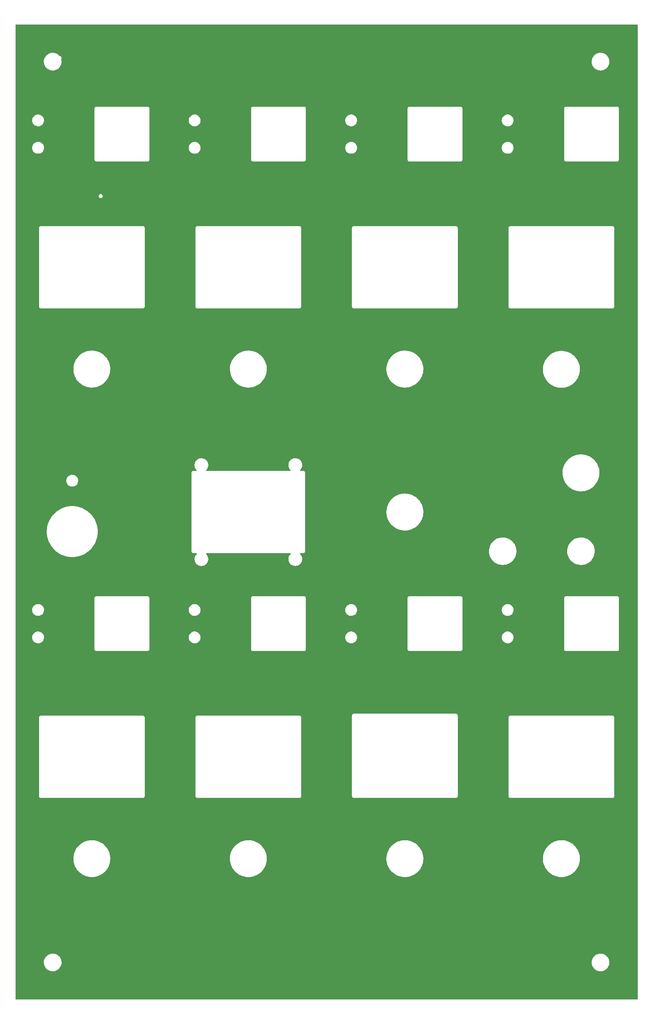
<source format=gbr>
%TF.GenerationSoftware,KiCad,Pcbnew,(6.0.5)*%
%TF.CreationDate,2022-12-31T14:25:49+00:00*%
%TF.ProjectId,PiPicoTX816-Panel,50695069-636f-4545-9838-31362d50616e,rev?*%
%TF.SameCoordinates,Original*%
%TF.FileFunction,Copper,L1,Top*%
%TF.FilePolarity,Positive*%
%FSLAX46Y46*%
G04 Gerber Fmt 4.6, Leading zero omitted, Abs format (unit mm)*
G04 Created by KiCad (PCBNEW (6.0.5)) date 2022-12-31 14:25:49*
%MOMM*%
%LPD*%
G01*
G04 APERTURE LIST*
G04 APERTURE END LIST*
%TA.AperFunction,NonConductor*%
G36*
X169433621Y-10528502D02*
G01*
X169480114Y-10582158D01*
X169491500Y-10634500D01*
X169491500Y-259365500D01*
X169471498Y-259433621D01*
X169417842Y-259480114D01*
X169365500Y-259491500D01*
X10634500Y-259491500D01*
X10566379Y-259471498D01*
X10519886Y-259417842D01*
X10508500Y-259365500D01*
X10508500Y-250047404D01*
X17736941Y-250047404D01*
X17763091Y-250346292D01*
X17764001Y-250350364D01*
X17764002Y-250350369D01*
X17827628Y-250635016D01*
X17828540Y-250639095D01*
X17932140Y-250920671D01*
X17934084Y-250924359D01*
X17934088Y-250924367D01*
X18030805Y-251107807D01*
X18072069Y-251186071D01*
X18245871Y-251430633D01*
X18450490Y-251650061D01*
X18682333Y-251840498D01*
X18937325Y-251998600D01*
X19210988Y-252121589D01*
X19385368Y-252173574D01*
X19494514Y-252206112D01*
X19494516Y-252206112D01*
X19498513Y-252207304D01*
X19502633Y-252207957D01*
X19502635Y-252207957D01*
X19621509Y-252226785D01*
X19794848Y-252254239D01*
X19837577Y-252256179D01*
X19887262Y-252258436D01*
X19887281Y-252258436D01*
X19888681Y-252258500D01*
X20076107Y-252258500D01*
X20299370Y-252243671D01*
X20303464Y-252242846D01*
X20303468Y-252242845D01*
X20444513Y-252214405D01*
X20593480Y-252184368D01*
X20877163Y-252086688D01*
X20880896Y-252084819D01*
X20880900Y-252084817D01*
X21141691Y-251954222D01*
X21141693Y-251954221D01*
X21145435Y-251952347D01*
X21393584Y-251783706D01*
X21617248Y-251583726D01*
X21619966Y-251580555D01*
X21809779Y-251359097D01*
X21809782Y-251359093D01*
X21812499Y-251355923D01*
X21814773Y-251352421D01*
X21814777Y-251352416D01*
X21973628Y-251107807D01*
X21973631Y-251107802D01*
X21975907Y-251104297D01*
X22104600Y-250833270D01*
X22196318Y-250547604D01*
X22249448Y-250252316D01*
X22258754Y-250047404D01*
X157736941Y-250047404D01*
X157763091Y-250346292D01*
X157764001Y-250350364D01*
X157764002Y-250350369D01*
X157827628Y-250635016D01*
X157828540Y-250639095D01*
X157932140Y-250920671D01*
X157934084Y-250924359D01*
X157934088Y-250924367D01*
X158030805Y-251107807D01*
X158072069Y-251186071D01*
X158245871Y-251430633D01*
X158450490Y-251650061D01*
X158682333Y-251840498D01*
X158937325Y-251998600D01*
X159210988Y-252121589D01*
X159385368Y-252173574D01*
X159494514Y-252206112D01*
X159494516Y-252206112D01*
X159498513Y-252207304D01*
X159502633Y-252207957D01*
X159502635Y-252207957D01*
X159621509Y-252226785D01*
X159794848Y-252254239D01*
X159837577Y-252256179D01*
X159887262Y-252258436D01*
X159887281Y-252258436D01*
X159888681Y-252258500D01*
X160076107Y-252258500D01*
X160299370Y-252243671D01*
X160303464Y-252242846D01*
X160303468Y-252242845D01*
X160444513Y-252214405D01*
X160593480Y-252184368D01*
X160877163Y-252086688D01*
X160880896Y-252084819D01*
X160880900Y-252084817D01*
X161141691Y-251954222D01*
X161141693Y-251954221D01*
X161145435Y-251952347D01*
X161393584Y-251783706D01*
X161617248Y-251583726D01*
X161619966Y-251580555D01*
X161809779Y-251359097D01*
X161809782Y-251359093D01*
X161812499Y-251355923D01*
X161814773Y-251352421D01*
X161814777Y-251352416D01*
X161973628Y-251107807D01*
X161973631Y-251107802D01*
X161975907Y-251104297D01*
X162104600Y-250833270D01*
X162196318Y-250547604D01*
X162249448Y-250252316D01*
X162263059Y-249952596D01*
X162236909Y-249653708D01*
X162192832Y-249456515D01*
X162172372Y-249364984D01*
X162172371Y-249364981D01*
X162171460Y-249360905D01*
X162067860Y-249079329D01*
X162065916Y-249075641D01*
X162065912Y-249075633D01*
X161929884Y-248817633D01*
X161929883Y-248817632D01*
X161927931Y-248813929D01*
X161754129Y-248569367D01*
X161549510Y-248349939D01*
X161317667Y-248159502D01*
X161062675Y-248001400D01*
X160789012Y-247878411D01*
X160575650Y-247814805D01*
X160505486Y-247793888D01*
X160505484Y-247793888D01*
X160501487Y-247792696D01*
X160497367Y-247792043D01*
X160497365Y-247792043D01*
X160378491Y-247773215D01*
X160205152Y-247745761D01*
X160162423Y-247743821D01*
X160112738Y-247741564D01*
X160112719Y-247741564D01*
X160111319Y-247741500D01*
X159923893Y-247741500D01*
X159700630Y-247756329D01*
X159696536Y-247757154D01*
X159696532Y-247757155D01*
X159555487Y-247785595D01*
X159406520Y-247815632D01*
X159122837Y-247913312D01*
X159119104Y-247915181D01*
X159119100Y-247915183D01*
X158858309Y-248045778D01*
X158854565Y-248047653D01*
X158606416Y-248216294D01*
X158382752Y-248416274D01*
X158380035Y-248419444D01*
X158380034Y-248419445D01*
X158254155Y-248566311D01*
X158187501Y-248644077D01*
X158185227Y-248647579D01*
X158185223Y-248647584D01*
X158074792Y-248817633D01*
X158024093Y-248895703D01*
X157895400Y-249166730D01*
X157803682Y-249452396D01*
X157750552Y-249747684D01*
X157736941Y-250047404D01*
X22258754Y-250047404D01*
X22263059Y-249952596D01*
X22236909Y-249653708D01*
X22192832Y-249456515D01*
X22172372Y-249364984D01*
X22172371Y-249364981D01*
X22171460Y-249360905D01*
X22067860Y-249079329D01*
X22065916Y-249075641D01*
X22065912Y-249075633D01*
X21929884Y-248817633D01*
X21929883Y-248817632D01*
X21927931Y-248813929D01*
X21754129Y-248569367D01*
X21549510Y-248349939D01*
X21317667Y-248159502D01*
X21062675Y-248001400D01*
X20789012Y-247878411D01*
X20575650Y-247814805D01*
X20505486Y-247793888D01*
X20505484Y-247793888D01*
X20501487Y-247792696D01*
X20497367Y-247792043D01*
X20497365Y-247792043D01*
X20378491Y-247773215D01*
X20205152Y-247745761D01*
X20162423Y-247743821D01*
X20112738Y-247741564D01*
X20112719Y-247741564D01*
X20111319Y-247741500D01*
X19923893Y-247741500D01*
X19700630Y-247756329D01*
X19696536Y-247757154D01*
X19696532Y-247757155D01*
X19555487Y-247785595D01*
X19406520Y-247815632D01*
X19122837Y-247913312D01*
X19119104Y-247915181D01*
X19119100Y-247915183D01*
X18858309Y-248045778D01*
X18854565Y-248047653D01*
X18606416Y-248216294D01*
X18382752Y-248416274D01*
X18380035Y-248419444D01*
X18380034Y-248419445D01*
X18254155Y-248566311D01*
X18187501Y-248644077D01*
X18185227Y-248647579D01*
X18185223Y-248647584D01*
X18074792Y-248817633D01*
X18024093Y-248895703D01*
X17895400Y-249166730D01*
X17803682Y-249452396D01*
X17750552Y-249747684D01*
X17736941Y-250047404D01*
X10508500Y-250047404D01*
X10508500Y-223368391D01*
X25288309Y-223368391D01*
X25295772Y-223795965D01*
X25341957Y-224221103D01*
X25426483Y-224640306D01*
X25548655Y-225050122D01*
X25707466Y-225447180D01*
X25901610Y-225828209D01*
X26129489Y-226190075D01*
X26389227Y-226529798D01*
X26678686Y-226844582D01*
X26995484Y-227131837D01*
X27337012Y-227389196D01*
X27339430Y-227390695D01*
X27339434Y-227390698D01*
X27698039Y-227613044D01*
X27698047Y-227613048D01*
X27700459Y-227614544D01*
X28082835Y-227806023D01*
X28085489Y-227807063D01*
X28085491Y-227807064D01*
X28341066Y-227907223D01*
X28480991Y-227962059D01*
X28483718Y-227962851D01*
X28483729Y-227962855D01*
X28888907Y-228080569D01*
X28888911Y-228080570D01*
X28891651Y-228081366D01*
X29311433Y-228162964D01*
X29515619Y-228183704D01*
X29734596Y-228205947D01*
X29734607Y-228205948D01*
X29736884Y-228206179D01*
X29819971Y-228208500D01*
X30110747Y-228208500D01*
X30112147Y-228208436D01*
X30112166Y-228208436D01*
X30263618Y-228201558D01*
X30427199Y-228194130D01*
X30430019Y-228193744D01*
X30430027Y-228193743D01*
X30684204Y-228158925D01*
X30850882Y-228136093D01*
X30853651Y-228135454D01*
X30853655Y-228135453D01*
X31264772Y-228040539D01*
X31264774Y-228040538D01*
X31267561Y-228039895D01*
X31270285Y-228038999D01*
X31270290Y-228038998D01*
X31671085Y-227907223D01*
X31671086Y-227907223D01*
X31673807Y-227906328D01*
X31676421Y-227905197D01*
X31676431Y-227905193D01*
X31870041Y-227821410D01*
X32066275Y-227736492D01*
X32292694Y-227613044D01*
X32439223Y-227533154D01*
X32439230Y-227533150D01*
X32441735Y-227531784D01*
X32657291Y-227387482D01*
X32794720Y-227295482D01*
X32794731Y-227295474D01*
X32797097Y-227293890D01*
X33129435Y-227024768D01*
X33312746Y-226846507D01*
X33433969Y-226728623D01*
X33433973Y-226728619D01*
X33436015Y-226726633D01*
X33437865Y-226724475D01*
X33437874Y-226724465D01*
X33712449Y-226404112D01*
X33712453Y-226404107D01*
X33714312Y-226401938D01*
X33962035Y-226053357D01*
X34177146Y-225683759D01*
X34178355Y-225681167D01*
X34356665Y-225298782D01*
X34356669Y-225298772D01*
X34357875Y-225296186D01*
X34358846Y-225293489D01*
X34501764Y-224896518D01*
X34501767Y-224896509D01*
X34502732Y-224893828D01*
X34610527Y-224479998D01*
X34680372Y-224058101D01*
X34711691Y-223631609D01*
X34707097Y-223368391D01*
X65288309Y-223368391D01*
X65295772Y-223795965D01*
X65341957Y-224221103D01*
X65426483Y-224640306D01*
X65548655Y-225050122D01*
X65707466Y-225447180D01*
X65901610Y-225828209D01*
X66129489Y-226190075D01*
X66389227Y-226529798D01*
X66678686Y-226844582D01*
X66995484Y-227131837D01*
X67337012Y-227389196D01*
X67339430Y-227390695D01*
X67339434Y-227390698D01*
X67698039Y-227613044D01*
X67698047Y-227613048D01*
X67700459Y-227614544D01*
X68082835Y-227806023D01*
X68085489Y-227807063D01*
X68085491Y-227807064D01*
X68341066Y-227907223D01*
X68480991Y-227962059D01*
X68483718Y-227962851D01*
X68483729Y-227962855D01*
X68888907Y-228080569D01*
X68888911Y-228080570D01*
X68891651Y-228081366D01*
X69311433Y-228162964D01*
X69515619Y-228183704D01*
X69734596Y-228205947D01*
X69734607Y-228205948D01*
X69736884Y-228206179D01*
X69819971Y-228208500D01*
X70110747Y-228208500D01*
X70112147Y-228208436D01*
X70112166Y-228208436D01*
X70263618Y-228201558D01*
X70427199Y-228194130D01*
X70430019Y-228193744D01*
X70430027Y-228193743D01*
X70684204Y-228158925D01*
X70850882Y-228136093D01*
X70853651Y-228135454D01*
X70853655Y-228135453D01*
X71264772Y-228040539D01*
X71264774Y-228040538D01*
X71267561Y-228039895D01*
X71270285Y-228038999D01*
X71270290Y-228038998D01*
X71671085Y-227907223D01*
X71671086Y-227907223D01*
X71673807Y-227906328D01*
X71676421Y-227905197D01*
X71676431Y-227905193D01*
X71870041Y-227821410D01*
X72066275Y-227736492D01*
X72292694Y-227613044D01*
X72439223Y-227533154D01*
X72439230Y-227533150D01*
X72441735Y-227531784D01*
X72657291Y-227387482D01*
X72794720Y-227295482D01*
X72794731Y-227295474D01*
X72797097Y-227293890D01*
X73129435Y-227024768D01*
X73312746Y-226846507D01*
X73433969Y-226728623D01*
X73433973Y-226728619D01*
X73436015Y-226726633D01*
X73437865Y-226724475D01*
X73437874Y-226724465D01*
X73712449Y-226404112D01*
X73712453Y-226404107D01*
X73714312Y-226401938D01*
X73962035Y-226053357D01*
X74177146Y-225683759D01*
X74178355Y-225681167D01*
X74356665Y-225298782D01*
X74356669Y-225298772D01*
X74357875Y-225296186D01*
X74358846Y-225293489D01*
X74501764Y-224896518D01*
X74501767Y-224896509D01*
X74502732Y-224893828D01*
X74610527Y-224479998D01*
X74680372Y-224058101D01*
X74711691Y-223631609D01*
X74707097Y-223368391D01*
X105288309Y-223368391D01*
X105295772Y-223795965D01*
X105341957Y-224221103D01*
X105426483Y-224640306D01*
X105548655Y-225050122D01*
X105707466Y-225447180D01*
X105901610Y-225828209D01*
X106129489Y-226190075D01*
X106389227Y-226529798D01*
X106678686Y-226844582D01*
X106995484Y-227131837D01*
X107337012Y-227389196D01*
X107339430Y-227390695D01*
X107339434Y-227390698D01*
X107698039Y-227613044D01*
X107698047Y-227613048D01*
X107700459Y-227614544D01*
X108082835Y-227806023D01*
X108085489Y-227807063D01*
X108085491Y-227807064D01*
X108341066Y-227907223D01*
X108480991Y-227962059D01*
X108483718Y-227962851D01*
X108483729Y-227962855D01*
X108888907Y-228080569D01*
X108888911Y-228080570D01*
X108891651Y-228081366D01*
X109311433Y-228162964D01*
X109515619Y-228183704D01*
X109734596Y-228205947D01*
X109734607Y-228205948D01*
X109736884Y-228206179D01*
X109819971Y-228208500D01*
X110110747Y-228208500D01*
X110112147Y-228208436D01*
X110112166Y-228208436D01*
X110263618Y-228201558D01*
X110427199Y-228194130D01*
X110430019Y-228193744D01*
X110430027Y-228193743D01*
X110684204Y-228158925D01*
X110850882Y-228136093D01*
X110853651Y-228135454D01*
X110853655Y-228135453D01*
X111264772Y-228040539D01*
X111264774Y-228040538D01*
X111267561Y-228039895D01*
X111270285Y-228038999D01*
X111270290Y-228038998D01*
X111671085Y-227907223D01*
X111671086Y-227907223D01*
X111673807Y-227906328D01*
X111676421Y-227905197D01*
X111676431Y-227905193D01*
X111870041Y-227821410D01*
X112066275Y-227736492D01*
X112292694Y-227613044D01*
X112439223Y-227533154D01*
X112439230Y-227533150D01*
X112441735Y-227531784D01*
X112657291Y-227387482D01*
X112794720Y-227295482D01*
X112794731Y-227295474D01*
X112797097Y-227293890D01*
X113129435Y-227024768D01*
X113312746Y-226846507D01*
X113433969Y-226728623D01*
X113433973Y-226728619D01*
X113436015Y-226726633D01*
X113437865Y-226724475D01*
X113437874Y-226724465D01*
X113712449Y-226404112D01*
X113712453Y-226404107D01*
X113714312Y-226401938D01*
X113962035Y-226053357D01*
X114177146Y-225683759D01*
X114178355Y-225681167D01*
X114356665Y-225298782D01*
X114356669Y-225298772D01*
X114357875Y-225296186D01*
X114358846Y-225293489D01*
X114501764Y-224896518D01*
X114501767Y-224896509D01*
X114502732Y-224893828D01*
X114610527Y-224479998D01*
X114680372Y-224058101D01*
X114711691Y-223631609D01*
X114707097Y-223368391D01*
X145288309Y-223368391D01*
X145295772Y-223795965D01*
X145341957Y-224221103D01*
X145426483Y-224640306D01*
X145548655Y-225050122D01*
X145707466Y-225447180D01*
X145901610Y-225828209D01*
X146129489Y-226190075D01*
X146389227Y-226529798D01*
X146678686Y-226844582D01*
X146995484Y-227131837D01*
X147337012Y-227389196D01*
X147339430Y-227390695D01*
X147339434Y-227390698D01*
X147698039Y-227613044D01*
X147698047Y-227613048D01*
X147700459Y-227614544D01*
X148082835Y-227806023D01*
X148085489Y-227807063D01*
X148085491Y-227807064D01*
X148341066Y-227907223D01*
X148480991Y-227962059D01*
X148483718Y-227962851D01*
X148483729Y-227962855D01*
X148888907Y-228080569D01*
X148888911Y-228080570D01*
X148891651Y-228081366D01*
X149311433Y-228162964D01*
X149515619Y-228183704D01*
X149734596Y-228205947D01*
X149734607Y-228205948D01*
X149736884Y-228206179D01*
X149819971Y-228208500D01*
X150110747Y-228208500D01*
X150112147Y-228208436D01*
X150112166Y-228208436D01*
X150263618Y-228201558D01*
X150427199Y-228194130D01*
X150430019Y-228193744D01*
X150430027Y-228193743D01*
X150684204Y-228158925D01*
X150850882Y-228136093D01*
X150853651Y-228135454D01*
X150853655Y-228135453D01*
X151264772Y-228040539D01*
X151264774Y-228040538D01*
X151267561Y-228039895D01*
X151270285Y-228038999D01*
X151270290Y-228038998D01*
X151671085Y-227907223D01*
X151671086Y-227907223D01*
X151673807Y-227906328D01*
X151676421Y-227905197D01*
X151676431Y-227905193D01*
X151870041Y-227821410D01*
X152066275Y-227736492D01*
X152292694Y-227613044D01*
X152439223Y-227533154D01*
X152439230Y-227533150D01*
X152441735Y-227531784D01*
X152657291Y-227387482D01*
X152794720Y-227295482D01*
X152794731Y-227295474D01*
X152797097Y-227293890D01*
X153129435Y-227024768D01*
X153312746Y-226846507D01*
X153433969Y-226728623D01*
X153433973Y-226728619D01*
X153436015Y-226726633D01*
X153437865Y-226724475D01*
X153437874Y-226724465D01*
X153712449Y-226404112D01*
X153712453Y-226404107D01*
X153714312Y-226401938D01*
X153962035Y-226053357D01*
X154177146Y-225683759D01*
X154178355Y-225681167D01*
X154356665Y-225298782D01*
X154356669Y-225298772D01*
X154357875Y-225296186D01*
X154358846Y-225293489D01*
X154501764Y-224896518D01*
X154501767Y-224896509D01*
X154502732Y-224893828D01*
X154610527Y-224479998D01*
X154680372Y-224058101D01*
X154711691Y-223631609D01*
X154704228Y-223204035D01*
X154658043Y-222778897D01*
X154573517Y-222359694D01*
X154451345Y-221949878D01*
X154292534Y-221552820D01*
X154098390Y-221171791D01*
X153870511Y-220809925D01*
X153610773Y-220470202D01*
X153321314Y-220155418D01*
X153004516Y-219868163D01*
X152662988Y-219610804D01*
X152435588Y-219469809D01*
X152301961Y-219386956D01*
X152301953Y-219386952D01*
X152299541Y-219385456D01*
X151917165Y-219193977D01*
X151661218Y-219093672D01*
X151521663Y-219038981D01*
X151521661Y-219038980D01*
X151519009Y-219037941D01*
X151516282Y-219037149D01*
X151516271Y-219037145D01*
X151111093Y-218919431D01*
X151111089Y-218919430D01*
X151108349Y-218918634D01*
X150688567Y-218837036D01*
X150484381Y-218816296D01*
X150265404Y-218794053D01*
X150265393Y-218794052D01*
X150263116Y-218793821D01*
X150180029Y-218791500D01*
X149889253Y-218791500D01*
X149887853Y-218791564D01*
X149887834Y-218791564D01*
X149736382Y-218798442D01*
X149572801Y-218805870D01*
X149569981Y-218806256D01*
X149569973Y-218806257D01*
X149315796Y-218841075D01*
X149149118Y-218863907D01*
X149146349Y-218864546D01*
X149146345Y-218864547D01*
X148914430Y-218918089D01*
X148732439Y-218960105D01*
X148729715Y-218961001D01*
X148729710Y-218961002D01*
X148492536Y-219038981D01*
X148326193Y-219093672D01*
X148323579Y-219094803D01*
X148323569Y-219094807D01*
X148129959Y-219178590D01*
X147933725Y-219263508D01*
X147727572Y-219375907D01*
X147560777Y-219466846D01*
X147560770Y-219466850D01*
X147558265Y-219468216D01*
X147432824Y-219552191D01*
X147205280Y-219704518D01*
X147205269Y-219704526D01*
X147202903Y-219706110D01*
X146870565Y-219975232D01*
X146868516Y-219977225D01*
X146868511Y-219977229D01*
X146685275Y-220155418D01*
X146563985Y-220273367D01*
X146562135Y-220275525D01*
X146562126Y-220275535D01*
X146397089Y-220468088D01*
X146285688Y-220598062D01*
X146037965Y-220946643D01*
X145822854Y-221316241D01*
X145821648Y-221318827D01*
X145821645Y-221318833D01*
X145643335Y-221701218D01*
X145643331Y-221701228D01*
X145642125Y-221703814D01*
X145641154Y-221706511D01*
X145554496Y-221947215D01*
X145497268Y-222106172D01*
X145389473Y-222520002D01*
X145319628Y-222941899D01*
X145288309Y-223368391D01*
X114707097Y-223368391D01*
X114704228Y-223204035D01*
X114658043Y-222778897D01*
X114573517Y-222359694D01*
X114451345Y-221949878D01*
X114292534Y-221552820D01*
X114098390Y-221171791D01*
X113870511Y-220809925D01*
X113610773Y-220470202D01*
X113321314Y-220155418D01*
X113004516Y-219868163D01*
X112662988Y-219610804D01*
X112435588Y-219469809D01*
X112301961Y-219386956D01*
X112301953Y-219386952D01*
X112299541Y-219385456D01*
X111917165Y-219193977D01*
X111661218Y-219093672D01*
X111521663Y-219038981D01*
X111521661Y-219038980D01*
X111519009Y-219037941D01*
X111516282Y-219037149D01*
X111516271Y-219037145D01*
X111111093Y-218919431D01*
X111111089Y-218919430D01*
X111108349Y-218918634D01*
X110688567Y-218837036D01*
X110484381Y-218816296D01*
X110265404Y-218794053D01*
X110265393Y-218794052D01*
X110263116Y-218793821D01*
X110180029Y-218791500D01*
X109889253Y-218791500D01*
X109887853Y-218791564D01*
X109887834Y-218791564D01*
X109736382Y-218798442D01*
X109572801Y-218805870D01*
X109569981Y-218806256D01*
X109569973Y-218806257D01*
X109315796Y-218841075D01*
X109149118Y-218863907D01*
X109146349Y-218864546D01*
X109146345Y-218864547D01*
X108914430Y-218918089D01*
X108732439Y-218960105D01*
X108729715Y-218961001D01*
X108729710Y-218961002D01*
X108492536Y-219038981D01*
X108326193Y-219093672D01*
X108323579Y-219094803D01*
X108323569Y-219094807D01*
X108129959Y-219178590D01*
X107933725Y-219263508D01*
X107727572Y-219375907D01*
X107560777Y-219466846D01*
X107560770Y-219466850D01*
X107558265Y-219468216D01*
X107432824Y-219552191D01*
X107205280Y-219704518D01*
X107205269Y-219704526D01*
X107202903Y-219706110D01*
X106870565Y-219975232D01*
X106868516Y-219977225D01*
X106868511Y-219977229D01*
X106685275Y-220155418D01*
X106563985Y-220273367D01*
X106562135Y-220275525D01*
X106562126Y-220275535D01*
X106397089Y-220468088D01*
X106285688Y-220598062D01*
X106037965Y-220946643D01*
X105822854Y-221316241D01*
X105821648Y-221318827D01*
X105821645Y-221318833D01*
X105643335Y-221701218D01*
X105643331Y-221701228D01*
X105642125Y-221703814D01*
X105641154Y-221706511D01*
X105554496Y-221947215D01*
X105497268Y-222106172D01*
X105389473Y-222520002D01*
X105319628Y-222941899D01*
X105288309Y-223368391D01*
X74707097Y-223368391D01*
X74704228Y-223204035D01*
X74658043Y-222778897D01*
X74573517Y-222359694D01*
X74451345Y-221949878D01*
X74292534Y-221552820D01*
X74098390Y-221171791D01*
X73870511Y-220809925D01*
X73610773Y-220470202D01*
X73321314Y-220155418D01*
X73004516Y-219868163D01*
X72662988Y-219610804D01*
X72435588Y-219469809D01*
X72301961Y-219386956D01*
X72301953Y-219386952D01*
X72299541Y-219385456D01*
X71917165Y-219193977D01*
X71661218Y-219093672D01*
X71521663Y-219038981D01*
X71521661Y-219038980D01*
X71519009Y-219037941D01*
X71516282Y-219037149D01*
X71516271Y-219037145D01*
X71111093Y-218919431D01*
X71111089Y-218919430D01*
X71108349Y-218918634D01*
X70688567Y-218837036D01*
X70484381Y-218816296D01*
X70265404Y-218794053D01*
X70265393Y-218794052D01*
X70263116Y-218793821D01*
X70180029Y-218791500D01*
X69889253Y-218791500D01*
X69887853Y-218791564D01*
X69887834Y-218791564D01*
X69736382Y-218798442D01*
X69572801Y-218805870D01*
X69569981Y-218806256D01*
X69569973Y-218806257D01*
X69315796Y-218841075D01*
X69149118Y-218863907D01*
X69146349Y-218864546D01*
X69146345Y-218864547D01*
X68914430Y-218918089D01*
X68732439Y-218960105D01*
X68729715Y-218961001D01*
X68729710Y-218961002D01*
X68492536Y-219038981D01*
X68326193Y-219093672D01*
X68323579Y-219094803D01*
X68323569Y-219094807D01*
X68129959Y-219178590D01*
X67933725Y-219263508D01*
X67727572Y-219375907D01*
X67560777Y-219466846D01*
X67560770Y-219466850D01*
X67558265Y-219468216D01*
X67432824Y-219552191D01*
X67205280Y-219704518D01*
X67205269Y-219704526D01*
X67202903Y-219706110D01*
X66870565Y-219975232D01*
X66868516Y-219977225D01*
X66868511Y-219977229D01*
X66685275Y-220155418D01*
X66563985Y-220273367D01*
X66562135Y-220275525D01*
X66562126Y-220275535D01*
X66397089Y-220468088D01*
X66285688Y-220598062D01*
X66037965Y-220946643D01*
X65822854Y-221316241D01*
X65821648Y-221318827D01*
X65821645Y-221318833D01*
X65643335Y-221701218D01*
X65643331Y-221701228D01*
X65642125Y-221703814D01*
X65641154Y-221706511D01*
X65554496Y-221947215D01*
X65497268Y-222106172D01*
X65389473Y-222520002D01*
X65319628Y-222941899D01*
X65288309Y-223368391D01*
X34707097Y-223368391D01*
X34704228Y-223204035D01*
X34658043Y-222778897D01*
X34573517Y-222359694D01*
X34451345Y-221949878D01*
X34292534Y-221552820D01*
X34098390Y-221171791D01*
X33870511Y-220809925D01*
X33610773Y-220470202D01*
X33321314Y-220155418D01*
X33004516Y-219868163D01*
X32662988Y-219610804D01*
X32435588Y-219469809D01*
X32301961Y-219386956D01*
X32301953Y-219386952D01*
X32299541Y-219385456D01*
X31917165Y-219193977D01*
X31661218Y-219093672D01*
X31521663Y-219038981D01*
X31521661Y-219038980D01*
X31519009Y-219037941D01*
X31516282Y-219037149D01*
X31516271Y-219037145D01*
X31111093Y-218919431D01*
X31111089Y-218919430D01*
X31108349Y-218918634D01*
X30688567Y-218837036D01*
X30484381Y-218816296D01*
X30265404Y-218794053D01*
X30265393Y-218794052D01*
X30263116Y-218793821D01*
X30180029Y-218791500D01*
X29889253Y-218791500D01*
X29887853Y-218791564D01*
X29887834Y-218791564D01*
X29736382Y-218798442D01*
X29572801Y-218805870D01*
X29569981Y-218806256D01*
X29569973Y-218806257D01*
X29315796Y-218841075D01*
X29149118Y-218863907D01*
X29146349Y-218864546D01*
X29146345Y-218864547D01*
X28914430Y-218918089D01*
X28732439Y-218960105D01*
X28729715Y-218961001D01*
X28729710Y-218961002D01*
X28492536Y-219038981D01*
X28326193Y-219093672D01*
X28323579Y-219094803D01*
X28323569Y-219094807D01*
X28129959Y-219178590D01*
X27933725Y-219263508D01*
X27727572Y-219375907D01*
X27560777Y-219466846D01*
X27560770Y-219466850D01*
X27558265Y-219468216D01*
X27432824Y-219552191D01*
X27205280Y-219704518D01*
X27205269Y-219704526D01*
X27202903Y-219706110D01*
X26870565Y-219975232D01*
X26868516Y-219977225D01*
X26868511Y-219977229D01*
X26685275Y-220155418D01*
X26563985Y-220273367D01*
X26562135Y-220275525D01*
X26562126Y-220275535D01*
X26397089Y-220468088D01*
X26285688Y-220598062D01*
X26037965Y-220946643D01*
X25822854Y-221316241D01*
X25821648Y-221318827D01*
X25821645Y-221318833D01*
X25643335Y-221701218D01*
X25643331Y-221701228D01*
X25642125Y-221703814D01*
X25641154Y-221706511D01*
X25554496Y-221947215D01*
X25497268Y-222106172D01*
X25389473Y-222520002D01*
X25319628Y-222941899D01*
X25288309Y-223368391D01*
X10508500Y-223368391D01*
X10508500Y-207569721D01*
X16491024Y-207569721D01*
X16493491Y-207578352D01*
X16499150Y-207598153D01*
X16502728Y-207614915D01*
X16506920Y-207644187D01*
X16510634Y-207652355D01*
X16510634Y-207652356D01*
X16517548Y-207667562D01*
X16523996Y-207685086D01*
X16531051Y-207709771D01*
X16535843Y-207717365D01*
X16535844Y-207717368D01*
X16546830Y-207734780D01*
X16554969Y-207749863D01*
X16567208Y-207776782D01*
X16573069Y-207783584D01*
X16583970Y-207796235D01*
X16595073Y-207811239D01*
X16608776Y-207832958D01*
X16615501Y-207838897D01*
X16615504Y-207838901D01*
X16630938Y-207852532D01*
X16642982Y-207864724D01*
X16656427Y-207880327D01*
X16656430Y-207880329D01*
X16662287Y-207887127D01*
X16669816Y-207892007D01*
X16669817Y-207892008D01*
X16683835Y-207901094D01*
X16698709Y-207912385D01*
X16711217Y-207923431D01*
X16717951Y-207929378D01*
X16744711Y-207941942D01*
X16759691Y-207950263D01*
X16776983Y-207961471D01*
X16776988Y-207961473D01*
X16784515Y-207966352D01*
X16793108Y-207968922D01*
X16793113Y-207968924D01*
X16809120Y-207973711D01*
X16826564Y-207980372D01*
X16841676Y-207987467D01*
X16841678Y-207987468D01*
X16849800Y-207991281D01*
X16858667Y-207992662D01*
X16858668Y-207992662D01*
X16861353Y-207993080D01*
X16879017Y-207995830D01*
X16895732Y-207999613D01*
X16915466Y-208005515D01*
X16915472Y-208005516D01*
X16924066Y-208008086D01*
X16933037Y-208008141D01*
X16933038Y-208008141D01*
X16943097Y-208008202D01*
X16958506Y-208008296D01*
X16959289Y-208008329D01*
X16960386Y-208008500D01*
X16991377Y-208008500D01*
X16992147Y-208008502D01*
X17065785Y-208008952D01*
X17065786Y-208008952D01*
X17069721Y-208008976D01*
X17071065Y-208008592D01*
X17072410Y-208008500D01*
X42991377Y-208008500D01*
X42992148Y-208008502D01*
X43069721Y-208008976D01*
X43098152Y-208000850D01*
X43114915Y-207997272D01*
X43115753Y-207997152D01*
X43144187Y-207993080D01*
X43167564Y-207982451D01*
X43185087Y-207976004D01*
X43209771Y-207968949D01*
X43217365Y-207964157D01*
X43217368Y-207964156D01*
X43234780Y-207953170D01*
X43249865Y-207945030D01*
X43276782Y-207932792D01*
X43296235Y-207916030D01*
X43311239Y-207904927D01*
X43332958Y-207891224D01*
X43338897Y-207884499D01*
X43338901Y-207884496D01*
X43352532Y-207869062D01*
X43364724Y-207857018D01*
X43380327Y-207843573D01*
X43380329Y-207843570D01*
X43387127Y-207837713D01*
X43401094Y-207816165D01*
X43412385Y-207801291D01*
X43423431Y-207788783D01*
X43423432Y-207788782D01*
X43429378Y-207782049D01*
X43441943Y-207755287D01*
X43450263Y-207740309D01*
X43461471Y-207723017D01*
X43461473Y-207723012D01*
X43466352Y-207715485D01*
X43468922Y-207706892D01*
X43468924Y-207706887D01*
X43473711Y-207690880D01*
X43480372Y-207673436D01*
X43487467Y-207658324D01*
X43487468Y-207658322D01*
X43491281Y-207650200D01*
X43495830Y-207620983D01*
X43499613Y-207604268D01*
X43505515Y-207584534D01*
X43505516Y-207584528D01*
X43508086Y-207575934D01*
X43508124Y-207569721D01*
X56491024Y-207569721D01*
X56493491Y-207578352D01*
X56499150Y-207598153D01*
X56502728Y-207614915D01*
X56506920Y-207644187D01*
X56510634Y-207652355D01*
X56510634Y-207652356D01*
X56517548Y-207667562D01*
X56523996Y-207685086D01*
X56531051Y-207709771D01*
X56535843Y-207717365D01*
X56535844Y-207717368D01*
X56546830Y-207734780D01*
X56554969Y-207749863D01*
X56567208Y-207776782D01*
X56573069Y-207783584D01*
X56583970Y-207796235D01*
X56595073Y-207811239D01*
X56608776Y-207832958D01*
X56615501Y-207838897D01*
X56615504Y-207838901D01*
X56630938Y-207852532D01*
X56642982Y-207864724D01*
X56656427Y-207880327D01*
X56656430Y-207880329D01*
X56662287Y-207887127D01*
X56669816Y-207892007D01*
X56669817Y-207892008D01*
X56683835Y-207901094D01*
X56698709Y-207912385D01*
X56711217Y-207923431D01*
X56717951Y-207929378D01*
X56744711Y-207941942D01*
X56759691Y-207950263D01*
X56776983Y-207961471D01*
X56776988Y-207961473D01*
X56784515Y-207966352D01*
X56793108Y-207968922D01*
X56793113Y-207968924D01*
X56809120Y-207973711D01*
X56826564Y-207980372D01*
X56841676Y-207987467D01*
X56841678Y-207987468D01*
X56849800Y-207991281D01*
X56858667Y-207992662D01*
X56858668Y-207992662D01*
X56861353Y-207993080D01*
X56879017Y-207995830D01*
X56895732Y-207999613D01*
X56915466Y-208005515D01*
X56915472Y-208005516D01*
X56924066Y-208008086D01*
X56933037Y-208008141D01*
X56933038Y-208008141D01*
X56943097Y-208008202D01*
X56958506Y-208008296D01*
X56959289Y-208008329D01*
X56960386Y-208008500D01*
X56991377Y-208008500D01*
X56992147Y-208008502D01*
X57065785Y-208008952D01*
X57065786Y-208008952D01*
X57069721Y-208008976D01*
X57071065Y-208008592D01*
X57072410Y-208008500D01*
X82991377Y-208008500D01*
X82992148Y-208008502D01*
X83069721Y-208008976D01*
X83098152Y-208000850D01*
X83114915Y-207997272D01*
X83115753Y-207997152D01*
X83144187Y-207993080D01*
X83167564Y-207982451D01*
X83185087Y-207976004D01*
X83209771Y-207968949D01*
X83217365Y-207964157D01*
X83217368Y-207964156D01*
X83234780Y-207953170D01*
X83249865Y-207945030D01*
X83276782Y-207932792D01*
X83296235Y-207916030D01*
X83311239Y-207904927D01*
X83332958Y-207891224D01*
X83338897Y-207884499D01*
X83338901Y-207884496D01*
X83352532Y-207869062D01*
X83364724Y-207857018D01*
X83380327Y-207843573D01*
X83380329Y-207843570D01*
X83387127Y-207837713D01*
X83401094Y-207816165D01*
X83412385Y-207801291D01*
X83423431Y-207788783D01*
X83423432Y-207788782D01*
X83429378Y-207782049D01*
X83441943Y-207755287D01*
X83450263Y-207740309D01*
X83461471Y-207723017D01*
X83461473Y-207723012D01*
X83466352Y-207715485D01*
X83468922Y-207706892D01*
X83468924Y-207706887D01*
X83473711Y-207690880D01*
X83480372Y-207673436D01*
X83487467Y-207658324D01*
X83487468Y-207658322D01*
X83491281Y-207650200D01*
X83495830Y-207620983D01*
X83499613Y-207604268D01*
X83505515Y-207584534D01*
X83505516Y-207584528D01*
X83508086Y-207575934D01*
X83508124Y-207569721D01*
X96491024Y-207569721D01*
X96493491Y-207578352D01*
X96499150Y-207598153D01*
X96502728Y-207614915D01*
X96506920Y-207644187D01*
X96510634Y-207652355D01*
X96510634Y-207652356D01*
X96517548Y-207667562D01*
X96523996Y-207685086D01*
X96531051Y-207709771D01*
X96535843Y-207717365D01*
X96535844Y-207717368D01*
X96546830Y-207734780D01*
X96554969Y-207749863D01*
X96567208Y-207776782D01*
X96573069Y-207783584D01*
X96583970Y-207796235D01*
X96595073Y-207811239D01*
X96608776Y-207832958D01*
X96615501Y-207838897D01*
X96615504Y-207838901D01*
X96630938Y-207852532D01*
X96642982Y-207864724D01*
X96656427Y-207880327D01*
X96656430Y-207880329D01*
X96662287Y-207887127D01*
X96669816Y-207892007D01*
X96669817Y-207892008D01*
X96683835Y-207901094D01*
X96698709Y-207912385D01*
X96711217Y-207923431D01*
X96717951Y-207929378D01*
X96744711Y-207941942D01*
X96759691Y-207950263D01*
X96776983Y-207961471D01*
X96776988Y-207961473D01*
X96784515Y-207966352D01*
X96793108Y-207968922D01*
X96793113Y-207968924D01*
X96809120Y-207973711D01*
X96826564Y-207980372D01*
X96841676Y-207987467D01*
X96841678Y-207987468D01*
X96849800Y-207991281D01*
X96858667Y-207992662D01*
X96858668Y-207992662D01*
X96861353Y-207993080D01*
X96879017Y-207995830D01*
X96895732Y-207999613D01*
X96915466Y-208005515D01*
X96915472Y-208005516D01*
X96924066Y-208008086D01*
X96933037Y-208008141D01*
X96933038Y-208008141D01*
X96943097Y-208008202D01*
X96958506Y-208008296D01*
X96959289Y-208008329D01*
X96960386Y-208008500D01*
X96991377Y-208008500D01*
X96992147Y-208008502D01*
X97065785Y-208008952D01*
X97065786Y-208008952D01*
X97069721Y-208008976D01*
X97071065Y-208008592D01*
X97072410Y-208008500D01*
X122991377Y-208008500D01*
X122992148Y-208008502D01*
X123069721Y-208008976D01*
X123098152Y-208000850D01*
X123114915Y-207997272D01*
X123115753Y-207997152D01*
X123144187Y-207993080D01*
X123167564Y-207982451D01*
X123185087Y-207976004D01*
X123209771Y-207968949D01*
X123217365Y-207964157D01*
X123217368Y-207964156D01*
X123234780Y-207953170D01*
X123249865Y-207945030D01*
X123276782Y-207932792D01*
X123296235Y-207916030D01*
X123311239Y-207904927D01*
X123332958Y-207891224D01*
X123338897Y-207884499D01*
X123338901Y-207884496D01*
X123352532Y-207869062D01*
X123364724Y-207857018D01*
X123380327Y-207843573D01*
X123380329Y-207843570D01*
X123387127Y-207837713D01*
X123401094Y-207816165D01*
X123412385Y-207801291D01*
X123423431Y-207788783D01*
X123423432Y-207788782D01*
X123429378Y-207782049D01*
X123441943Y-207755287D01*
X123450263Y-207740309D01*
X123461471Y-207723017D01*
X123461473Y-207723012D01*
X123466352Y-207715485D01*
X123468922Y-207706892D01*
X123468924Y-207706887D01*
X123473711Y-207690880D01*
X123480372Y-207673436D01*
X123487467Y-207658324D01*
X123487468Y-207658322D01*
X123491281Y-207650200D01*
X123495830Y-207620983D01*
X123499613Y-207604268D01*
X123505515Y-207584534D01*
X123505516Y-207584528D01*
X123508086Y-207575934D01*
X123508124Y-207569721D01*
X136491024Y-207569721D01*
X136493491Y-207578352D01*
X136499150Y-207598153D01*
X136502728Y-207614915D01*
X136506920Y-207644187D01*
X136510634Y-207652355D01*
X136510634Y-207652356D01*
X136517548Y-207667562D01*
X136523996Y-207685086D01*
X136531051Y-207709771D01*
X136535843Y-207717365D01*
X136535844Y-207717368D01*
X136546830Y-207734780D01*
X136554969Y-207749863D01*
X136567208Y-207776782D01*
X136573069Y-207783584D01*
X136583970Y-207796235D01*
X136595073Y-207811239D01*
X136608776Y-207832958D01*
X136615501Y-207838897D01*
X136615504Y-207838901D01*
X136630938Y-207852532D01*
X136642982Y-207864724D01*
X136656427Y-207880327D01*
X136656430Y-207880329D01*
X136662287Y-207887127D01*
X136669816Y-207892007D01*
X136669817Y-207892008D01*
X136683835Y-207901094D01*
X136698709Y-207912385D01*
X136711217Y-207923431D01*
X136717951Y-207929378D01*
X136744711Y-207941942D01*
X136759691Y-207950263D01*
X136776983Y-207961471D01*
X136776988Y-207961473D01*
X136784515Y-207966352D01*
X136793108Y-207968922D01*
X136793113Y-207968924D01*
X136809120Y-207973711D01*
X136826564Y-207980372D01*
X136841676Y-207987467D01*
X136841678Y-207987468D01*
X136849800Y-207991281D01*
X136858667Y-207992662D01*
X136858668Y-207992662D01*
X136861353Y-207993080D01*
X136879017Y-207995830D01*
X136895732Y-207999613D01*
X136915466Y-208005515D01*
X136915472Y-208005516D01*
X136924066Y-208008086D01*
X136933037Y-208008141D01*
X136933038Y-208008141D01*
X136943097Y-208008202D01*
X136958506Y-208008296D01*
X136959289Y-208008329D01*
X136960386Y-208008500D01*
X136991377Y-208008500D01*
X136992147Y-208008502D01*
X137065785Y-208008952D01*
X137065786Y-208008952D01*
X137069721Y-208008976D01*
X137071065Y-208008592D01*
X137072410Y-208008500D01*
X162991377Y-208008500D01*
X162992148Y-208008502D01*
X163069721Y-208008976D01*
X163098152Y-208000850D01*
X163114915Y-207997272D01*
X163115753Y-207997152D01*
X163144187Y-207993080D01*
X163167564Y-207982451D01*
X163185087Y-207976004D01*
X163209771Y-207968949D01*
X163217365Y-207964157D01*
X163217368Y-207964156D01*
X163234780Y-207953170D01*
X163249865Y-207945030D01*
X163276782Y-207932792D01*
X163296235Y-207916030D01*
X163311239Y-207904927D01*
X163332958Y-207891224D01*
X163338897Y-207884499D01*
X163338901Y-207884496D01*
X163352532Y-207869062D01*
X163364724Y-207857018D01*
X163380327Y-207843573D01*
X163380329Y-207843570D01*
X163387127Y-207837713D01*
X163401094Y-207816165D01*
X163412385Y-207801291D01*
X163423431Y-207788783D01*
X163423432Y-207788782D01*
X163429378Y-207782049D01*
X163441943Y-207755287D01*
X163450263Y-207740309D01*
X163461471Y-207723017D01*
X163461473Y-207723012D01*
X163466352Y-207715485D01*
X163468922Y-207706892D01*
X163468924Y-207706887D01*
X163473711Y-207690880D01*
X163480372Y-207673436D01*
X163487467Y-207658324D01*
X163487468Y-207658322D01*
X163491281Y-207650200D01*
X163495830Y-207620983D01*
X163499613Y-207604268D01*
X163505515Y-207584534D01*
X163505516Y-207584528D01*
X163508086Y-207575934D01*
X163508296Y-207541494D01*
X163508329Y-207540711D01*
X163508500Y-207539614D01*
X163508500Y-207508623D01*
X163508502Y-207507853D01*
X163508952Y-207434215D01*
X163508952Y-207434214D01*
X163508976Y-207430279D01*
X163508592Y-207428935D01*
X163508500Y-207427590D01*
X163508500Y-187508623D01*
X163508502Y-187507853D01*
X163508800Y-187459102D01*
X163508976Y-187430279D01*
X163500850Y-187401847D01*
X163497272Y-187385085D01*
X163494352Y-187364698D01*
X163493080Y-187355813D01*
X163482451Y-187332436D01*
X163476004Y-187314913D01*
X163471416Y-187298862D01*
X163468949Y-187290229D01*
X163464156Y-187282632D01*
X163453170Y-187265220D01*
X163445030Y-187250135D01*
X163442564Y-187244711D01*
X163432792Y-187223218D01*
X163416030Y-187203765D01*
X163404927Y-187188761D01*
X163391224Y-187167042D01*
X163384499Y-187161103D01*
X163384496Y-187161099D01*
X163369062Y-187147468D01*
X163357018Y-187135276D01*
X163343573Y-187119673D01*
X163343570Y-187119671D01*
X163337713Y-187112873D01*
X163324009Y-187103990D01*
X163316165Y-187098906D01*
X163301291Y-187087615D01*
X163288783Y-187076569D01*
X163288782Y-187076568D01*
X163282049Y-187070622D01*
X163255287Y-187058057D01*
X163240309Y-187049737D01*
X163223017Y-187038529D01*
X163223012Y-187038527D01*
X163215485Y-187033648D01*
X163206892Y-187031078D01*
X163206887Y-187031076D01*
X163190880Y-187026289D01*
X163173436Y-187019628D01*
X163158324Y-187012533D01*
X163158322Y-187012532D01*
X163150200Y-187008719D01*
X163141333Y-187007338D01*
X163141332Y-187007338D01*
X163130478Y-187005648D01*
X163120983Y-187004170D01*
X163104268Y-187000387D01*
X163084534Y-186994485D01*
X163084528Y-186994484D01*
X163075934Y-186991914D01*
X163066963Y-186991859D01*
X163066962Y-186991859D01*
X163056903Y-186991798D01*
X163041494Y-186991704D01*
X163040711Y-186991671D01*
X163039614Y-186991500D01*
X163008623Y-186991500D01*
X163007853Y-186991498D01*
X162934215Y-186991048D01*
X162934214Y-186991048D01*
X162930279Y-186991024D01*
X162928935Y-186991408D01*
X162927590Y-186991500D01*
X137008623Y-186991500D01*
X137007853Y-186991498D01*
X137007037Y-186991493D01*
X136930279Y-186991024D01*
X136907918Y-186997415D01*
X136901847Y-186999150D01*
X136885085Y-187002728D01*
X136855813Y-187006920D01*
X136847645Y-187010634D01*
X136847644Y-187010634D01*
X136832438Y-187017548D01*
X136814914Y-187023996D01*
X136790229Y-187031051D01*
X136782635Y-187035843D01*
X136782632Y-187035844D01*
X136765220Y-187046830D01*
X136750137Y-187054969D01*
X136723218Y-187067208D01*
X136716416Y-187073069D01*
X136703765Y-187083970D01*
X136688761Y-187095073D01*
X136667042Y-187108776D01*
X136661103Y-187115501D01*
X136661099Y-187115504D01*
X136647468Y-187130938D01*
X136635276Y-187142982D01*
X136619673Y-187156427D01*
X136619671Y-187156430D01*
X136612873Y-187162287D01*
X136607993Y-187169816D01*
X136607992Y-187169817D01*
X136598906Y-187183835D01*
X136587615Y-187198709D01*
X136576569Y-187211217D01*
X136570622Y-187217951D01*
X136564312Y-187231391D01*
X136558058Y-187244711D01*
X136549737Y-187259691D01*
X136538529Y-187276983D01*
X136538527Y-187276988D01*
X136533648Y-187284515D01*
X136531078Y-187293108D01*
X136531076Y-187293113D01*
X136526289Y-187309120D01*
X136519628Y-187326564D01*
X136512533Y-187341676D01*
X136508719Y-187349800D01*
X136507338Y-187358667D01*
X136507338Y-187358668D01*
X136504170Y-187379015D01*
X136500387Y-187395732D01*
X136494485Y-187415466D01*
X136494484Y-187415472D01*
X136491914Y-187424066D01*
X136491859Y-187433037D01*
X136491859Y-187433038D01*
X136491704Y-187458497D01*
X136491671Y-187459289D01*
X136491500Y-187460386D01*
X136491500Y-187491377D01*
X136491498Y-187492147D01*
X136491024Y-187569721D01*
X136491408Y-187571065D01*
X136491500Y-187572410D01*
X136491500Y-207491377D01*
X136491498Y-207492147D01*
X136491024Y-207569721D01*
X123508124Y-207569721D01*
X123508296Y-207541494D01*
X123508329Y-207540711D01*
X123508500Y-207539614D01*
X123508500Y-207508623D01*
X123508502Y-207507853D01*
X123508952Y-207434215D01*
X123508952Y-207434214D01*
X123508976Y-207430279D01*
X123508592Y-207428935D01*
X123508500Y-207427590D01*
X123508500Y-187008623D01*
X123508502Y-187007853D01*
X123508515Y-187005648D01*
X123508976Y-186930279D01*
X123500850Y-186901847D01*
X123497272Y-186885085D01*
X123494352Y-186864698D01*
X123493080Y-186855813D01*
X123482451Y-186832436D01*
X123476004Y-186814913D01*
X123471416Y-186798862D01*
X123468949Y-186790229D01*
X123464156Y-186782632D01*
X123453170Y-186765220D01*
X123445030Y-186750135D01*
X123442564Y-186744711D01*
X123432792Y-186723218D01*
X123416030Y-186703765D01*
X123404927Y-186688761D01*
X123391224Y-186667042D01*
X123384499Y-186661103D01*
X123384496Y-186661099D01*
X123369062Y-186647468D01*
X123357018Y-186635276D01*
X123343573Y-186619673D01*
X123343570Y-186619671D01*
X123337713Y-186612873D01*
X123324009Y-186603990D01*
X123316165Y-186598906D01*
X123301291Y-186587615D01*
X123288783Y-186576569D01*
X123288782Y-186576568D01*
X123282049Y-186570622D01*
X123255287Y-186558057D01*
X123240309Y-186549737D01*
X123223017Y-186538529D01*
X123223012Y-186538527D01*
X123215485Y-186533648D01*
X123206892Y-186531078D01*
X123206887Y-186531076D01*
X123190880Y-186526289D01*
X123173436Y-186519628D01*
X123158324Y-186512533D01*
X123158322Y-186512532D01*
X123150200Y-186508719D01*
X123141333Y-186507338D01*
X123141332Y-186507338D01*
X123130478Y-186505648D01*
X123120983Y-186504170D01*
X123104268Y-186500387D01*
X123084534Y-186494485D01*
X123084528Y-186494484D01*
X123075934Y-186491914D01*
X123066963Y-186491859D01*
X123066962Y-186491859D01*
X123056903Y-186491798D01*
X123041494Y-186491704D01*
X123040711Y-186491671D01*
X123039614Y-186491500D01*
X123008623Y-186491500D01*
X123007853Y-186491498D01*
X122934215Y-186491048D01*
X122934214Y-186491048D01*
X122930279Y-186491024D01*
X122928935Y-186491408D01*
X122927590Y-186491500D01*
X97008623Y-186491500D01*
X97007853Y-186491498D01*
X97007037Y-186491493D01*
X96930279Y-186491024D01*
X96907918Y-186497415D01*
X96901847Y-186499150D01*
X96885085Y-186502728D01*
X96855813Y-186506920D01*
X96847645Y-186510634D01*
X96847644Y-186510634D01*
X96832438Y-186517548D01*
X96814914Y-186523996D01*
X96790229Y-186531051D01*
X96782635Y-186535843D01*
X96782632Y-186535844D01*
X96765220Y-186546830D01*
X96750137Y-186554969D01*
X96723218Y-186567208D01*
X96716416Y-186573069D01*
X96703765Y-186583970D01*
X96688761Y-186595073D01*
X96667042Y-186608776D01*
X96661103Y-186615501D01*
X96661099Y-186615504D01*
X96647468Y-186630938D01*
X96635276Y-186642982D01*
X96619673Y-186656427D01*
X96619671Y-186656430D01*
X96612873Y-186662287D01*
X96607993Y-186669816D01*
X96607992Y-186669817D01*
X96598906Y-186683835D01*
X96587615Y-186698709D01*
X96576569Y-186711217D01*
X96570622Y-186717951D01*
X96564312Y-186731391D01*
X96558058Y-186744711D01*
X96549737Y-186759691D01*
X96538529Y-186776983D01*
X96538527Y-186776988D01*
X96533648Y-186784515D01*
X96531078Y-186793108D01*
X96531076Y-186793113D01*
X96526289Y-186809120D01*
X96519628Y-186826564D01*
X96512533Y-186841676D01*
X96508719Y-186849800D01*
X96507338Y-186858667D01*
X96507338Y-186858668D01*
X96504170Y-186879015D01*
X96500387Y-186895732D01*
X96494485Y-186915466D01*
X96494484Y-186915472D01*
X96491914Y-186924066D01*
X96491859Y-186933037D01*
X96491859Y-186933038D01*
X96491704Y-186958497D01*
X96491671Y-186959289D01*
X96491500Y-186960386D01*
X96491500Y-186991377D01*
X96491498Y-186992147D01*
X96491416Y-187005648D01*
X96491024Y-187069721D01*
X96491408Y-187071065D01*
X96491500Y-187072410D01*
X96491500Y-207491377D01*
X96491498Y-207492147D01*
X96491024Y-207569721D01*
X83508124Y-207569721D01*
X83508296Y-207541494D01*
X83508329Y-207540711D01*
X83508500Y-207539614D01*
X83508500Y-207508623D01*
X83508502Y-207507853D01*
X83508952Y-207434215D01*
X83508952Y-207434214D01*
X83508976Y-207430279D01*
X83508592Y-207428935D01*
X83508500Y-207427590D01*
X83508500Y-187508623D01*
X83508502Y-187507853D01*
X83508800Y-187459102D01*
X83508976Y-187430279D01*
X83500850Y-187401847D01*
X83497272Y-187385085D01*
X83494352Y-187364698D01*
X83493080Y-187355813D01*
X83482451Y-187332436D01*
X83476004Y-187314913D01*
X83471416Y-187298862D01*
X83468949Y-187290229D01*
X83464156Y-187282632D01*
X83453170Y-187265220D01*
X83445030Y-187250135D01*
X83442564Y-187244711D01*
X83432792Y-187223218D01*
X83416030Y-187203765D01*
X83404927Y-187188761D01*
X83391224Y-187167042D01*
X83384499Y-187161103D01*
X83384496Y-187161099D01*
X83369062Y-187147468D01*
X83357018Y-187135276D01*
X83343573Y-187119673D01*
X83343570Y-187119671D01*
X83337713Y-187112873D01*
X83324009Y-187103990D01*
X83316165Y-187098906D01*
X83301291Y-187087615D01*
X83288783Y-187076569D01*
X83288782Y-187076568D01*
X83282049Y-187070622D01*
X83255287Y-187058057D01*
X83240309Y-187049737D01*
X83223017Y-187038529D01*
X83223012Y-187038527D01*
X83215485Y-187033648D01*
X83206892Y-187031078D01*
X83206887Y-187031076D01*
X83190880Y-187026289D01*
X83173436Y-187019628D01*
X83158324Y-187012533D01*
X83158322Y-187012532D01*
X83150200Y-187008719D01*
X83141333Y-187007338D01*
X83141332Y-187007338D01*
X83130478Y-187005648D01*
X83120983Y-187004170D01*
X83104268Y-187000387D01*
X83084534Y-186994485D01*
X83084528Y-186994484D01*
X83075934Y-186991914D01*
X83066963Y-186991859D01*
X83066962Y-186991859D01*
X83056903Y-186991798D01*
X83041494Y-186991704D01*
X83040711Y-186991671D01*
X83039614Y-186991500D01*
X83008623Y-186991500D01*
X83007853Y-186991498D01*
X82934215Y-186991048D01*
X82934214Y-186991048D01*
X82930279Y-186991024D01*
X82928935Y-186991408D01*
X82927590Y-186991500D01*
X57008623Y-186991500D01*
X57007853Y-186991498D01*
X57007037Y-186991493D01*
X56930279Y-186991024D01*
X56907918Y-186997415D01*
X56901847Y-186999150D01*
X56885085Y-187002728D01*
X56855813Y-187006920D01*
X56847645Y-187010634D01*
X56847644Y-187010634D01*
X56832438Y-187017548D01*
X56814914Y-187023996D01*
X56790229Y-187031051D01*
X56782635Y-187035843D01*
X56782632Y-187035844D01*
X56765220Y-187046830D01*
X56750137Y-187054969D01*
X56723218Y-187067208D01*
X56716416Y-187073069D01*
X56703765Y-187083970D01*
X56688761Y-187095073D01*
X56667042Y-187108776D01*
X56661103Y-187115501D01*
X56661099Y-187115504D01*
X56647468Y-187130938D01*
X56635276Y-187142982D01*
X56619673Y-187156427D01*
X56619671Y-187156430D01*
X56612873Y-187162287D01*
X56607993Y-187169816D01*
X56607992Y-187169817D01*
X56598906Y-187183835D01*
X56587615Y-187198709D01*
X56576569Y-187211217D01*
X56570622Y-187217951D01*
X56564312Y-187231391D01*
X56558058Y-187244711D01*
X56549737Y-187259691D01*
X56538529Y-187276983D01*
X56538527Y-187276988D01*
X56533648Y-187284515D01*
X56531078Y-187293108D01*
X56531076Y-187293113D01*
X56526289Y-187309120D01*
X56519628Y-187326564D01*
X56512533Y-187341676D01*
X56508719Y-187349800D01*
X56507338Y-187358667D01*
X56507338Y-187358668D01*
X56504170Y-187379015D01*
X56500387Y-187395732D01*
X56494485Y-187415466D01*
X56494484Y-187415472D01*
X56491914Y-187424066D01*
X56491859Y-187433037D01*
X56491859Y-187433038D01*
X56491704Y-187458497D01*
X56491671Y-187459289D01*
X56491500Y-187460386D01*
X56491500Y-187491377D01*
X56491498Y-187492147D01*
X56491024Y-187569721D01*
X56491408Y-187571065D01*
X56491500Y-187572410D01*
X56491500Y-207491377D01*
X56491498Y-207492147D01*
X56491024Y-207569721D01*
X43508124Y-207569721D01*
X43508296Y-207541494D01*
X43508329Y-207540711D01*
X43508500Y-207539614D01*
X43508500Y-207508623D01*
X43508502Y-207507853D01*
X43508952Y-207434215D01*
X43508952Y-207434214D01*
X43508976Y-207430279D01*
X43508592Y-207428935D01*
X43508500Y-207427590D01*
X43508500Y-187508623D01*
X43508502Y-187507853D01*
X43508800Y-187459102D01*
X43508976Y-187430279D01*
X43500850Y-187401847D01*
X43497272Y-187385085D01*
X43494352Y-187364698D01*
X43493080Y-187355813D01*
X43482451Y-187332436D01*
X43476004Y-187314913D01*
X43471416Y-187298862D01*
X43468949Y-187290229D01*
X43464156Y-187282632D01*
X43453170Y-187265220D01*
X43445030Y-187250135D01*
X43442564Y-187244711D01*
X43432792Y-187223218D01*
X43416030Y-187203765D01*
X43404927Y-187188761D01*
X43391224Y-187167042D01*
X43384499Y-187161103D01*
X43384496Y-187161099D01*
X43369062Y-187147468D01*
X43357018Y-187135276D01*
X43343573Y-187119673D01*
X43343570Y-187119671D01*
X43337713Y-187112873D01*
X43324009Y-187103990D01*
X43316165Y-187098906D01*
X43301291Y-187087615D01*
X43288783Y-187076569D01*
X43288782Y-187076568D01*
X43282049Y-187070622D01*
X43255287Y-187058057D01*
X43240309Y-187049737D01*
X43223017Y-187038529D01*
X43223012Y-187038527D01*
X43215485Y-187033648D01*
X43206892Y-187031078D01*
X43206887Y-187031076D01*
X43190880Y-187026289D01*
X43173436Y-187019628D01*
X43158324Y-187012533D01*
X43158322Y-187012532D01*
X43150200Y-187008719D01*
X43141333Y-187007338D01*
X43141332Y-187007338D01*
X43130478Y-187005648D01*
X43120983Y-187004170D01*
X43104268Y-187000387D01*
X43084534Y-186994485D01*
X43084528Y-186994484D01*
X43075934Y-186991914D01*
X43066963Y-186991859D01*
X43066962Y-186991859D01*
X43056903Y-186991798D01*
X43041494Y-186991704D01*
X43040711Y-186991671D01*
X43039614Y-186991500D01*
X43008623Y-186991500D01*
X43007853Y-186991498D01*
X42934215Y-186991048D01*
X42934214Y-186991048D01*
X42930279Y-186991024D01*
X42928935Y-186991408D01*
X42927590Y-186991500D01*
X17008623Y-186991500D01*
X17007853Y-186991498D01*
X17007037Y-186991493D01*
X16930279Y-186991024D01*
X16907918Y-186997415D01*
X16901847Y-186999150D01*
X16885085Y-187002728D01*
X16855813Y-187006920D01*
X16847645Y-187010634D01*
X16847644Y-187010634D01*
X16832438Y-187017548D01*
X16814914Y-187023996D01*
X16790229Y-187031051D01*
X16782635Y-187035843D01*
X16782632Y-187035844D01*
X16765220Y-187046830D01*
X16750137Y-187054969D01*
X16723218Y-187067208D01*
X16716416Y-187073069D01*
X16703765Y-187083970D01*
X16688761Y-187095073D01*
X16667042Y-187108776D01*
X16661103Y-187115501D01*
X16661099Y-187115504D01*
X16647468Y-187130938D01*
X16635276Y-187142982D01*
X16619673Y-187156427D01*
X16619671Y-187156430D01*
X16612873Y-187162287D01*
X16607993Y-187169816D01*
X16607992Y-187169817D01*
X16598906Y-187183835D01*
X16587615Y-187198709D01*
X16576569Y-187211217D01*
X16570622Y-187217951D01*
X16564312Y-187231391D01*
X16558058Y-187244711D01*
X16549737Y-187259691D01*
X16538529Y-187276983D01*
X16538527Y-187276988D01*
X16533648Y-187284515D01*
X16531078Y-187293108D01*
X16531076Y-187293113D01*
X16526289Y-187309120D01*
X16519628Y-187326564D01*
X16512533Y-187341676D01*
X16508719Y-187349800D01*
X16507338Y-187358667D01*
X16507338Y-187358668D01*
X16504170Y-187379015D01*
X16500387Y-187395732D01*
X16494485Y-187415466D01*
X16494484Y-187415472D01*
X16491914Y-187424066D01*
X16491859Y-187433037D01*
X16491859Y-187433038D01*
X16491704Y-187458497D01*
X16491671Y-187459289D01*
X16491500Y-187460386D01*
X16491500Y-187491377D01*
X16491498Y-187492147D01*
X16491024Y-187569721D01*
X16491408Y-187571065D01*
X16491500Y-187572410D01*
X16491500Y-207491377D01*
X16491498Y-207492147D01*
X16491024Y-207569721D01*
X10508500Y-207569721D01*
X10508500Y-170069721D01*
X30691024Y-170069721D01*
X30693491Y-170078352D01*
X30699150Y-170098153D01*
X30702728Y-170114915D01*
X30706920Y-170144187D01*
X30710634Y-170152355D01*
X30710634Y-170152356D01*
X30717548Y-170167562D01*
X30723996Y-170185086D01*
X30731051Y-170209771D01*
X30735843Y-170217365D01*
X30735844Y-170217368D01*
X30746830Y-170234780D01*
X30754969Y-170249863D01*
X30767208Y-170276782D01*
X30773069Y-170283584D01*
X30783970Y-170296235D01*
X30795073Y-170311239D01*
X30808776Y-170332958D01*
X30815501Y-170338897D01*
X30815504Y-170338901D01*
X30830938Y-170352532D01*
X30842982Y-170364724D01*
X30856427Y-170380327D01*
X30856430Y-170380329D01*
X30862287Y-170387127D01*
X30869816Y-170392007D01*
X30869817Y-170392008D01*
X30883835Y-170401094D01*
X30898709Y-170412385D01*
X30911217Y-170423431D01*
X30917951Y-170429378D01*
X30944711Y-170441942D01*
X30959691Y-170450263D01*
X30976983Y-170461471D01*
X30976988Y-170461473D01*
X30984515Y-170466352D01*
X30993108Y-170468922D01*
X30993113Y-170468924D01*
X31009120Y-170473711D01*
X31026564Y-170480372D01*
X31041676Y-170487467D01*
X31041678Y-170487468D01*
X31049800Y-170491281D01*
X31058667Y-170492662D01*
X31058668Y-170492662D01*
X31061353Y-170493080D01*
X31079017Y-170495830D01*
X31095732Y-170499613D01*
X31115466Y-170505515D01*
X31115472Y-170505516D01*
X31124066Y-170508086D01*
X31133037Y-170508141D01*
X31133038Y-170508141D01*
X31143097Y-170508202D01*
X31158506Y-170508296D01*
X31159289Y-170508329D01*
X31160386Y-170508500D01*
X31191377Y-170508500D01*
X31192147Y-170508502D01*
X31265785Y-170508952D01*
X31265786Y-170508952D01*
X31269721Y-170508976D01*
X31271065Y-170508592D01*
X31272410Y-170508500D01*
X44191377Y-170508500D01*
X44192148Y-170508502D01*
X44269721Y-170508976D01*
X44298152Y-170500850D01*
X44314915Y-170497272D01*
X44315753Y-170497152D01*
X44344187Y-170493080D01*
X44367564Y-170482451D01*
X44385087Y-170476004D01*
X44409771Y-170468949D01*
X44417365Y-170464157D01*
X44417368Y-170464156D01*
X44434780Y-170453170D01*
X44449865Y-170445030D01*
X44476782Y-170432792D01*
X44496235Y-170416030D01*
X44511239Y-170404927D01*
X44532958Y-170391224D01*
X44538897Y-170384499D01*
X44538901Y-170384496D01*
X44552532Y-170369062D01*
X44564724Y-170357018D01*
X44580327Y-170343573D01*
X44580329Y-170343570D01*
X44587127Y-170337713D01*
X44601094Y-170316165D01*
X44612385Y-170301291D01*
X44623431Y-170288783D01*
X44623432Y-170288782D01*
X44629378Y-170282049D01*
X44641943Y-170255287D01*
X44650263Y-170240309D01*
X44661471Y-170223017D01*
X44661473Y-170223012D01*
X44666352Y-170215485D01*
X44668922Y-170206892D01*
X44668924Y-170206887D01*
X44673711Y-170190880D01*
X44680372Y-170173436D01*
X44687467Y-170158324D01*
X44687468Y-170158322D01*
X44691281Y-170150200D01*
X44695830Y-170120983D01*
X44699613Y-170104268D01*
X44705515Y-170084534D01*
X44705516Y-170084528D01*
X44708086Y-170075934D01*
X44708124Y-170069721D01*
X70691024Y-170069721D01*
X70693491Y-170078352D01*
X70699150Y-170098153D01*
X70702728Y-170114915D01*
X70706920Y-170144187D01*
X70710634Y-170152355D01*
X70710634Y-170152356D01*
X70717548Y-170167562D01*
X70723996Y-170185086D01*
X70731051Y-170209771D01*
X70735843Y-170217365D01*
X70735844Y-170217368D01*
X70746830Y-170234780D01*
X70754969Y-170249863D01*
X70767208Y-170276782D01*
X70773069Y-170283584D01*
X70783970Y-170296235D01*
X70795073Y-170311239D01*
X70808776Y-170332958D01*
X70815501Y-170338897D01*
X70815504Y-170338901D01*
X70830938Y-170352532D01*
X70842982Y-170364724D01*
X70856427Y-170380327D01*
X70856430Y-170380329D01*
X70862287Y-170387127D01*
X70869816Y-170392007D01*
X70869817Y-170392008D01*
X70883835Y-170401094D01*
X70898709Y-170412385D01*
X70911217Y-170423431D01*
X70917951Y-170429378D01*
X70944711Y-170441942D01*
X70959691Y-170450263D01*
X70976983Y-170461471D01*
X70976988Y-170461473D01*
X70984515Y-170466352D01*
X70993108Y-170468922D01*
X70993113Y-170468924D01*
X71009120Y-170473711D01*
X71026564Y-170480372D01*
X71041676Y-170487467D01*
X71041678Y-170487468D01*
X71049800Y-170491281D01*
X71058667Y-170492662D01*
X71058668Y-170492662D01*
X71061353Y-170493080D01*
X71079017Y-170495830D01*
X71095732Y-170499613D01*
X71115466Y-170505515D01*
X71115472Y-170505516D01*
X71124066Y-170508086D01*
X71133037Y-170508141D01*
X71133038Y-170508141D01*
X71143097Y-170508202D01*
X71158506Y-170508296D01*
X71159289Y-170508329D01*
X71160386Y-170508500D01*
X71191377Y-170508500D01*
X71192147Y-170508502D01*
X71265785Y-170508952D01*
X71265786Y-170508952D01*
X71269721Y-170508976D01*
X71271065Y-170508592D01*
X71272410Y-170508500D01*
X84191377Y-170508500D01*
X84192148Y-170508502D01*
X84269721Y-170508976D01*
X84298152Y-170500850D01*
X84314915Y-170497272D01*
X84315753Y-170497152D01*
X84344187Y-170493080D01*
X84367564Y-170482451D01*
X84385087Y-170476004D01*
X84409771Y-170468949D01*
X84417365Y-170464157D01*
X84417368Y-170464156D01*
X84434780Y-170453170D01*
X84449865Y-170445030D01*
X84476782Y-170432792D01*
X84496235Y-170416030D01*
X84511239Y-170404927D01*
X84532958Y-170391224D01*
X84538897Y-170384499D01*
X84538901Y-170384496D01*
X84552532Y-170369062D01*
X84564724Y-170357018D01*
X84580327Y-170343573D01*
X84580329Y-170343570D01*
X84587127Y-170337713D01*
X84601094Y-170316165D01*
X84612385Y-170301291D01*
X84623431Y-170288783D01*
X84623432Y-170288782D01*
X84629378Y-170282049D01*
X84641943Y-170255287D01*
X84650263Y-170240309D01*
X84661471Y-170223017D01*
X84661473Y-170223012D01*
X84666352Y-170215485D01*
X84668922Y-170206892D01*
X84668924Y-170206887D01*
X84673711Y-170190880D01*
X84680372Y-170173436D01*
X84687467Y-170158324D01*
X84687468Y-170158322D01*
X84691281Y-170150200D01*
X84695830Y-170120983D01*
X84699613Y-170104268D01*
X84705515Y-170084534D01*
X84705516Y-170084528D01*
X84708086Y-170075934D01*
X84708124Y-170069721D01*
X110691024Y-170069721D01*
X110693491Y-170078352D01*
X110699150Y-170098153D01*
X110702728Y-170114915D01*
X110706920Y-170144187D01*
X110710634Y-170152355D01*
X110710634Y-170152356D01*
X110717548Y-170167562D01*
X110723996Y-170185086D01*
X110731051Y-170209771D01*
X110735843Y-170217365D01*
X110735844Y-170217368D01*
X110746830Y-170234780D01*
X110754969Y-170249863D01*
X110767208Y-170276782D01*
X110773069Y-170283584D01*
X110783970Y-170296235D01*
X110795073Y-170311239D01*
X110808776Y-170332958D01*
X110815501Y-170338897D01*
X110815504Y-170338901D01*
X110830938Y-170352532D01*
X110842982Y-170364724D01*
X110856427Y-170380327D01*
X110856430Y-170380329D01*
X110862287Y-170387127D01*
X110869816Y-170392007D01*
X110869817Y-170392008D01*
X110883835Y-170401094D01*
X110898709Y-170412385D01*
X110911217Y-170423431D01*
X110917951Y-170429378D01*
X110944711Y-170441942D01*
X110959691Y-170450263D01*
X110976983Y-170461471D01*
X110976988Y-170461473D01*
X110984515Y-170466352D01*
X110993108Y-170468922D01*
X110993113Y-170468924D01*
X111009120Y-170473711D01*
X111026564Y-170480372D01*
X111041676Y-170487467D01*
X111041678Y-170487468D01*
X111049800Y-170491281D01*
X111058667Y-170492662D01*
X111058668Y-170492662D01*
X111061353Y-170493080D01*
X111079017Y-170495830D01*
X111095732Y-170499613D01*
X111115466Y-170505515D01*
X111115472Y-170505516D01*
X111124066Y-170508086D01*
X111133037Y-170508141D01*
X111133038Y-170508141D01*
X111143097Y-170508202D01*
X111158506Y-170508296D01*
X111159289Y-170508329D01*
X111160386Y-170508500D01*
X111191377Y-170508500D01*
X111192147Y-170508502D01*
X111265785Y-170508952D01*
X111265786Y-170508952D01*
X111269721Y-170508976D01*
X111271065Y-170508592D01*
X111272410Y-170508500D01*
X124191377Y-170508500D01*
X124192148Y-170508502D01*
X124269721Y-170508976D01*
X124298152Y-170500850D01*
X124314915Y-170497272D01*
X124315753Y-170497152D01*
X124344187Y-170493080D01*
X124367564Y-170482451D01*
X124385087Y-170476004D01*
X124409771Y-170468949D01*
X124417365Y-170464157D01*
X124417368Y-170464156D01*
X124434780Y-170453170D01*
X124449865Y-170445030D01*
X124476782Y-170432792D01*
X124496235Y-170416030D01*
X124511239Y-170404927D01*
X124532958Y-170391224D01*
X124538897Y-170384499D01*
X124538901Y-170384496D01*
X124552532Y-170369062D01*
X124564724Y-170357018D01*
X124580327Y-170343573D01*
X124580329Y-170343570D01*
X124587127Y-170337713D01*
X124601094Y-170316165D01*
X124612385Y-170301291D01*
X124623431Y-170288783D01*
X124623432Y-170288782D01*
X124629378Y-170282049D01*
X124641943Y-170255287D01*
X124650263Y-170240309D01*
X124661471Y-170223017D01*
X124661473Y-170223012D01*
X124666352Y-170215485D01*
X124668922Y-170206892D01*
X124668924Y-170206887D01*
X124673711Y-170190880D01*
X124680372Y-170173436D01*
X124687467Y-170158324D01*
X124687468Y-170158322D01*
X124691281Y-170150200D01*
X124695830Y-170120983D01*
X124699613Y-170104268D01*
X124705515Y-170084534D01*
X124705516Y-170084528D01*
X124708086Y-170075934D01*
X124708124Y-170069721D01*
X150691024Y-170069721D01*
X150693491Y-170078352D01*
X150699150Y-170098153D01*
X150702728Y-170114915D01*
X150706920Y-170144187D01*
X150710634Y-170152355D01*
X150710634Y-170152356D01*
X150717548Y-170167562D01*
X150723996Y-170185086D01*
X150731051Y-170209771D01*
X150735843Y-170217365D01*
X150735844Y-170217368D01*
X150746830Y-170234780D01*
X150754969Y-170249863D01*
X150767208Y-170276782D01*
X150773069Y-170283584D01*
X150783970Y-170296235D01*
X150795073Y-170311239D01*
X150808776Y-170332958D01*
X150815501Y-170338897D01*
X150815504Y-170338901D01*
X150830938Y-170352532D01*
X150842982Y-170364724D01*
X150856427Y-170380327D01*
X150856430Y-170380329D01*
X150862287Y-170387127D01*
X150869816Y-170392007D01*
X150869817Y-170392008D01*
X150883835Y-170401094D01*
X150898709Y-170412385D01*
X150911217Y-170423431D01*
X150917951Y-170429378D01*
X150944711Y-170441942D01*
X150959691Y-170450263D01*
X150976983Y-170461471D01*
X150976988Y-170461473D01*
X150984515Y-170466352D01*
X150993108Y-170468922D01*
X150993113Y-170468924D01*
X151009120Y-170473711D01*
X151026564Y-170480372D01*
X151041676Y-170487467D01*
X151041678Y-170487468D01*
X151049800Y-170491281D01*
X151058667Y-170492662D01*
X151058668Y-170492662D01*
X151061353Y-170493080D01*
X151079017Y-170495830D01*
X151095732Y-170499613D01*
X151115466Y-170505515D01*
X151115472Y-170505516D01*
X151124066Y-170508086D01*
X151133037Y-170508141D01*
X151133038Y-170508141D01*
X151143097Y-170508202D01*
X151158506Y-170508296D01*
X151159289Y-170508329D01*
X151160386Y-170508500D01*
X151191377Y-170508500D01*
X151192147Y-170508502D01*
X151265785Y-170508952D01*
X151265786Y-170508952D01*
X151269721Y-170508976D01*
X151271065Y-170508592D01*
X151272410Y-170508500D01*
X164191377Y-170508500D01*
X164192148Y-170508502D01*
X164269721Y-170508976D01*
X164298152Y-170500850D01*
X164314915Y-170497272D01*
X164315753Y-170497152D01*
X164344187Y-170493080D01*
X164367564Y-170482451D01*
X164385087Y-170476004D01*
X164409771Y-170468949D01*
X164417365Y-170464157D01*
X164417368Y-170464156D01*
X164434780Y-170453170D01*
X164449865Y-170445030D01*
X164476782Y-170432792D01*
X164496235Y-170416030D01*
X164511239Y-170404927D01*
X164532958Y-170391224D01*
X164538897Y-170384499D01*
X164538901Y-170384496D01*
X164552532Y-170369062D01*
X164564724Y-170357018D01*
X164580327Y-170343573D01*
X164580329Y-170343570D01*
X164587127Y-170337713D01*
X164601094Y-170316165D01*
X164612385Y-170301291D01*
X164623431Y-170288783D01*
X164623432Y-170288782D01*
X164629378Y-170282049D01*
X164641943Y-170255287D01*
X164650263Y-170240309D01*
X164661471Y-170223017D01*
X164661473Y-170223012D01*
X164666352Y-170215485D01*
X164668922Y-170206892D01*
X164668924Y-170206887D01*
X164673711Y-170190880D01*
X164680372Y-170173436D01*
X164687467Y-170158324D01*
X164687468Y-170158322D01*
X164691281Y-170150200D01*
X164695830Y-170120983D01*
X164699613Y-170104268D01*
X164705515Y-170084534D01*
X164705516Y-170084528D01*
X164708086Y-170075934D01*
X164708296Y-170041494D01*
X164708329Y-170040711D01*
X164708500Y-170039614D01*
X164708500Y-170008623D01*
X164708502Y-170007853D01*
X164708952Y-169934215D01*
X164708952Y-169934214D01*
X164708976Y-169930279D01*
X164708592Y-169928935D01*
X164708500Y-169927590D01*
X164708500Y-157008623D01*
X164708502Y-157007853D01*
X164708800Y-156959102D01*
X164708976Y-156930279D01*
X164700850Y-156901847D01*
X164697272Y-156885085D01*
X164694352Y-156864698D01*
X164693080Y-156855813D01*
X164682451Y-156832436D01*
X164676004Y-156814913D01*
X164671416Y-156798862D01*
X164668949Y-156790229D01*
X164664156Y-156782632D01*
X164653170Y-156765220D01*
X164645030Y-156750135D01*
X164642564Y-156744711D01*
X164632792Y-156723218D01*
X164616030Y-156703765D01*
X164604927Y-156688761D01*
X164591224Y-156667042D01*
X164584499Y-156661103D01*
X164584496Y-156661099D01*
X164569062Y-156647468D01*
X164557018Y-156635276D01*
X164543573Y-156619673D01*
X164543570Y-156619671D01*
X164537713Y-156612873D01*
X164524009Y-156603990D01*
X164516165Y-156598906D01*
X164501291Y-156587615D01*
X164488783Y-156576569D01*
X164488782Y-156576568D01*
X164482049Y-156570622D01*
X164455287Y-156558057D01*
X164440309Y-156549737D01*
X164423017Y-156538529D01*
X164423012Y-156538527D01*
X164415485Y-156533648D01*
X164406892Y-156531078D01*
X164406887Y-156531076D01*
X164390880Y-156526289D01*
X164373436Y-156519628D01*
X164358324Y-156512533D01*
X164358322Y-156512532D01*
X164350200Y-156508719D01*
X164341333Y-156507338D01*
X164341332Y-156507338D01*
X164330478Y-156505648D01*
X164320983Y-156504170D01*
X164304268Y-156500387D01*
X164284534Y-156494485D01*
X164284528Y-156494484D01*
X164275934Y-156491914D01*
X164266963Y-156491859D01*
X164266962Y-156491859D01*
X164256903Y-156491798D01*
X164241494Y-156491704D01*
X164240711Y-156491671D01*
X164239614Y-156491500D01*
X164208623Y-156491500D01*
X164207853Y-156491498D01*
X164134215Y-156491048D01*
X164134214Y-156491048D01*
X164130279Y-156491024D01*
X164128935Y-156491408D01*
X164127590Y-156491500D01*
X151208623Y-156491500D01*
X151207853Y-156491498D01*
X151207037Y-156491493D01*
X151130279Y-156491024D01*
X151107918Y-156497415D01*
X151101847Y-156499150D01*
X151085085Y-156502728D01*
X151055813Y-156506920D01*
X151047645Y-156510634D01*
X151047644Y-156510634D01*
X151032438Y-156517548D01*
X151014914Y-156523996D01*
X150990229Y-156531051D01*
X150982635Y-156535843D01*
X150982632Y-156535844D01*
X150965220Y-156546830D01*
X150950137Y-156554969D01*
X150923218Y-156567208D01*
X150916416Y-156573069D01*
X150903765Y-156583970D01*
X150888761Y-156595073D01*
X150867042Y-156608776D01*
X150861103Y-156615501D01*
X150861099Y-156615504D01*
X150847468Y-156630938D01*
X150835276Y-156642982D01*
X150819673Y-156656427D01*
X150819671Y-156656430D01*
X150812873Y-156662287D01*
X150807993Y-156669816D01*
X150807992Y-156669817D01*
X150798906Y-156683835D01*
X150787615Y-156698709D01*
X150776569Y-156711217D01*
X150770622Y-156717951D01*
X150764312Y-156731391D01*
X150758058Y-156744711D01*
X150749737Y-156759691D01*
X150738529Y-156776983D01*
X150738527Y-156776988D01*
X150733648Y-156784515D01*
X150731078Y-156793108D01*
X150731076Y-156793113D01*
X150726289Y-156809120D01*
X150719628Y-156826564D01*
X150712533Y-156841676D01*
X150708719Y-156849800D01*
X150707338Y-156858667D01*
X150707338Y-156858668D01*
X150704170Y-156879015D01*
X150700387Y-156895732D01*
X150694485Y-156915466D01*
X150694484Y-156915472D01*
X150691914Y-156924066D01*
X150691859Y-156933037D01*
X150691859Y-156933038D01*
X150691704Y-156958497D01*
X150691671Y-156959289D01*
X150691500Y-156960386D01*
X150691500Y-156991377D01*
X150691498Y-156992147D01*
X150691024Y-157069721D01*
X150691408Y-157071065D01*
X150691500Y-157072410D01*
X150691500Y-169991377D01*
X150691498Y-169992147D01*
X150691024Y-170069721D01*
X124708124Y-170069721D01*
X124708296Y-170041494D01*
X124708329Y-170040711D01*
X124708500Y-170039614D01*
X124708500Y-170008623D01*
X124708502Y-170007853D01*
X124708952Y-169934215D01*
X124708952Y-169934214D01*
X124708976Y-169930279D01*
X124708592Y-169928935D01*
X124708500Y-169927590D01*
X124708500Y-167052817D01*
X134757514Y-167052817D01*
X134758095Y-167057837D01*
X134758095Y-167057841D01*
X134773923Y-167194631D01*
X134785415Y-167293956D01*
X134786791Y-167298820D01*
X134786792Y-167298823D01*
X134832476Y-167460266D01*
X134851510Y-167527532D01*
X134853644Y-167532108D01*
X134853646Y-167532114D01*
X134910446Y-167653922D01*
X134954099Y-167747536D01*
X135090544Y-167948307D01*
X135257332Y-168124681D01*
X135261358Y-168127759D01*
X135261359Y-168127760D01*
X135446154Y-168269047D01*
X135446158Y-168269050D01*
X135450174Y-168272120D01*
X135664109Y-168386831D01*
X135893631Y-168465862D01*
X135992978Y-168483022D01*
X136128926Y-168506504D01*
X136128932Y-168506505D01*
X136132836Y-168507179D01*
X136136797Y-168507359D01*
X136136798Y-168507359D01*
X136160506Y-168508436D01*
X136160525Y-168508436D01*
X136161925Y-168508500D01*
X136331001Y-168508500D01*
X136333509Y-168508298D01*
X136333514Y-168508298D01*
X136506924Y-168494346D01*
X136506929Y-168494345D01*
X136511965Y-168493940D01*
X136516873Y-168492734D01*
X136516876Y-168492734D01*
X136742792Y-168437244D01*
X136747706Y-168436037D01*
X136752358Y-168434062D01*
X136752362Y-168434061D01*
X136966498Y-168343165D01*
X136971156Y-168341188D01*
X137077037Y-168274511D01*
X137172288Y-168214528D01*
X137172291Y-168214526D01*
X137176567Y-168211833D01*
X137275422Y-168124681D01*
X137354858Y-168054650D01*
X137354861Y-168054647D01*
X137358655Y-168051302D01*
X137512734Y-167863722D01*
X137634841Y-167653922D01*
X137721833Y-167427298D01*
X137771474Y-167189680D01*
X137782486Y-166947183D01*
X137767235Y-166815373D01*
X137755167Y-166711071D01*
X137755166Y-166711067D01*
X137754585Y-166706044D01*
X137715517Y-166567978D01*
X137689866Y-166477331D01*
X137688490Y-166472468D01*
X137686356Y-166467892D01*
X137686354Y-166467886D01*
X137588038Y-166257046D01*
X137588036Y-166257042D01*
X137585901Y-166252464D01*
X137449456Y-166051693D01*
X137282668Y-165875319D01*
X137278641Y-165872240D01*
X137093846Y-165730953D01*
X137093842Y-165730950D01*
X137089826Y-165727880D01*
X136875891Y-165613169D01*
X136646369Y-165534138D01*
X136547022Y-165516978D01*
X136411074Y-165493496D01*
X136411068Y-165493495D01*
X136407164Y-165492821D01*
X136403203Y-165492641D01*
X136403202Y-165492641D01*
X136379494Y-165491564D01*
X136379475Y-165491564D01*
X136378075Y-165491500D01*
X136208999Y-165491500D01*
X136206491Y-165491702D01*
X136206486Y-165491702D01*
X136033076Y-165505654D01*
X136033071Y-165505655D01*
X136028035Y-165506060D01*
X136023127Y-165507266D01*
X136023124Y-165507266D01*
X135907007Y-165535787D01*
X135792294Y-165563963D01*
X135787642Y-165565938D01*
X135787638Y-165565939D01*
X135680252Y-165611522D01*
X135568844Y-165658812D01*
X135564560Y-165661510D01*
X135367712Y-165785472D01*
X135367709Y-165785474D01*
X135363433Y-165788167D01*
X135359639Y-165791512D01*
X135185142Y-165945350D01*
X135185139Y-165945353D01*
X135181345Y-165948698D01*
X135027266Y-166136278D01*
X134905159Y-166346078D01*
X134818167Y-166572702D01*
X134768526Y-166810320D01*
X134757514Y-167052817D01*
X124708500Y-167052817D01*
X124708500Y-160052817D01*
X134757514Y-160052817D01*
X134758095Y-160057837D01*
X134758095Y-160057841D01*
X134773923Y-160194631D01*
X134785415Y-160293956D01*
X134786791Y-160298820D01*
X134786792Y-160298823D01*
X134832476Y-160460266D01*
X134851510Y-160527532D01*
X134853644Y-160532108D01*
X134853646Y-160532114D01*
X134910446Y-160653922D01*
X134954099Y-160747536D01*
X135090544Y-160948307D01*
X135257332Y-161124681D01*
X135261358Y-161127759D01*
X135261359Y-161127760D01*
X135446154Y-161269047D01*
X135446158Y-161269050D01*
X135450174Y-161272120D01*
X135664109Y-161386831D01*
X135893631Y-161465862D01*
X135992978Y-161483022D01*
X136128926Y-161506504D01*
X136128932Y-161506505D01*
X136132836Y-161507179D01*
X136136797Y-161507359D01*
X136136798Y-161507359D01*
X136160506Y-161508436D01*
X136160525Y-161508436D01*
X136161925Y-161508500D01*
X136331001Y-161508500D01*
X136333509Y-161508298D01*
X136333514Y-161508298D01*
X136506924Y-161494346D01*
X136506929Y-161494345D01*
X136511965Y-161493940D01*
X136516873Y-161492734D01*
X136516876Y-161492734D01*
X136742792Y-161437244D01*
X136747706Y-161436037D01*
X136752358Y-161434062D01*
X136752362Y-161434061D01*
X136966498Y-161343165D01*
X136971156Y-161341188D01*
X137077037Y-161274511D01*
X137172288Y-161214528D01*
X137172291Y-161214526D01*
X137176567Y-161211833D01*
X137275422Y-161124681D01*
X137354858Y-161054650D01*
X137354861Y-161054647D01*
X137358655Y-161051302D01*
X137512734Y-160863722D01*
X137634841Y-160653922D01*
X137721833Y-160427298D01*
X137771474Y-160189680D01*
X137782486Y-159947183D01*
X137767235Y-159815373D01*
X137755167Y-159711071D01*
X137755166Y-159711067D01*
X137754585Y-159706044D01*
X137715517Y-159567978D01*
X137689866Y-159477331D01*
X137688490Y-159472468D01*
X137686356Y-159467892D01*
X137686354Y-159467886D01*
X137588038Y-159257046D01*
X137588036Y-159257042D01*
X137585901Y-159252464D01*
X137449456Y-159051693D01*
X137282668Y-158875319D01*
X137278641Y-158872240D01*
X137093846Y-158730953D01*
X137093842Y-158730950D01*
X137089826Y-158727880D01*
X136875891Y-158613169D01*
X136646369Y-158534138D01*
X136547022Y-158516978D01*
X136411074Y-158493496D01*
X136411068Y-158493495D01*
X136407164Y-158492821D01*
X136403203Y-158492641D01*
X136403202Y-158492641D01*
X136379494Y-158491564D01*
X136379475Y-158491564D01*
X136378075Y-158491500D01*
X136208999Y-158491500D01*
X136206491Y-158491702D01*
X136206486Y-158491702D01*
X136033076Y-158505654D01*
X136033071Y-158505655D01*
X136028035Y-158506060D01*
X136023127Y-158507266D01*
X136023124Y-158507266D01*
X135907007Y-158535787D01*
X135792294Y-158563963D01*
X135787642Y-158565938D01*
X135787638Y-158565939D01*
X135680252Y-158611522D01*
X135568844Y-158658812D01*
X135564560Y-158661510D01*
X135367712Y-158785472D01*
X135367709Y-158785474D01*
X135363433Y-158788167D01*
X135359639Y-158791512D01*
X135185142Y-158945350D01*
X135185139Y-158945353D01*
X135181345Y-158948698D01*
X135027266Y-159136278D01*
X134905159Y-159346078D01*
X134818167Y-159572702D01*
X134768526Y-159810320D01*
X134757514Y-160052817D01*
X124708500Y-160052817D01*
X124708500Y-157008623D01*
X124708502Y-157007853D01*
X124708800Y-156959102D01*
X124708976Y-156930279D01*
X124700850Y-156901847D01*
X124697272Y-156885085D01*
X124694352Y-156864698D01*
X124693080Y-156855813D01*
X124682451Y-156832436D01*
X124676004Y-156814913D01*
X124671416Y-156798862D01*
X124668949Y-156790229D01*
X124664156Y-156782632D01*
X124653170Y-156765220D01*
X124645030Y-156750135D01*
X124642564Y-156744711D01*
X124632792Y-156723218D01*
X124616030Y-156703765D01*
X124604927Y-156688761D01*
X124591224Y-156667042D01*
X124584499Y-156661103D01*
X124584496Y-156661099D01*
X124569062Y-156647468D01*
X124557018Y-156635276D01*
X124543573Y-156619673D01*
X124543570Y-156619671D01*
X124537713Y-156612873D01*
X124524009Y-156603990D01*
X124516165Y-156598906D01*
X124501291Y-156587615D01*
X124488783Y-156576569D01*
X124488782Y-156576568D01*
X124482049Y-156570622D01*
X124455287Y-156558057D01*
X124440309Y-156549737D01*
X124423017Y-156538529D01*
X124423012Y-156538527D01*
X124415485Y-156533648D01*
X124406892Y-156531078D01*
X124406887Y-156531076D01*
X124390880Y-156526289D01*
X124373436Y-156519628D01*
X124358324Y-156512533D01*
X124358322Y-156512532D01*
X124350200Y-156508719D01*
X124341333Y-156507338D01*
X124341332Y-156507338D01*
X124330478Y-156505648D01*
X124320983Y-156504170D01*
X124304268Y-156500387D01*
X124284534Y-156494485D01*
X124284528Y-156494484D01*
X124275934Y-156491914D01*
X124266963Y-156491859D01*
X124266962Y-156491859D01*
X124256903Y-156491798D01*
X124241494Y-156491704D01*
X124240711Y-156491671D01*
X124239614Y-156491500D01*
X124208623Y-156491500D01*
X124207853Y-156491498D01*
X124134215Y-156491048D01*
X124134214Y-156491048D01*
X124130279Y-156491024D01*
X124128935Y-156491408D01*
X124127590Y-156491500D01*
X111208623Y-156491500D01*
X111207853Y-156491498D01*
X111207037Y-156491493D01*
X111130279Y-156491024D01*
X111107918Y-156497415D01*
X111101847Y-156499150D01*
X111085085Y-156502728D01*
X111055813Y-156506920D01*
X111047645Y-156510634D01*
X111047644Y-156510634D01*
X111032438Y-156517548D01*
X111014914Y-156523996D01*
X110990229Y-156531051D01*
X110982635Y-156535843D01*
X110982632Y-156535844D01*
X110965220Y-156546830D01*
X110950137Y-156554969D01*
X110923218Y-156567208D01*
X110916416Y-156573069D01*
X110903765Y-156583970D01*
X110888761Y-156595073D01*
X110867042Y-156608776D01*
X110861103Y-156615501D01*
X110861099Y-156615504D01*
X110847468Y-156630938D01*
X110835276Y-156642982D01*
X110819673Y-156656427D01*
X110819671Y-156656430D01*
X110812873Y-156662287D01*
X110807993Y-156669816D01*
X110807992Y-156669817D01*
X110798906Y-156683835D01*
X110787615Y-156698709D01*
X110776569Y-156711217D01*
X110770622Y-156717951D01*
X110764312Y-156731391D01*
X110758058Y-156744711D01*
X110749737Y-156759691D01*
X110738529Y-156776983D01*
X110738527Y-156776988D01*
X110733648Y-156784515D01*
X110731078Y-156793108D01*
X110731076Y-156793113D01*
X110726289Y-156809120D01*
X110719628Y-156826564D01*
X110712533Y-156841676D01*
X110708719Y-156849800D01*
X110707338Y-156858667D01*
X110707338Y-156858668D01*
X110704170Y-156879015D01*
X110700387Y-156895732D01*
X110694485Y-156915466D01*
X110694484Y-156915472D01*
X110691914Y-156924066D01*
X110691859Y-156933037D01*
X110691859Y-156933038D01*
X110691704Y-156958497D01*
X110691671Y-156959289D01*
X110691500Y-156960386D01*
X110691500Y-156991377D01*
X110691498Y-156992147D01*
X110691024Y-157069721D01*
X110691408Y-157071065D01*
X110691500Y-157072410D01*
X110691500Y-169991377D01*
X110691498Y-169992147D01*
X110691024Y-170069721D01*
X84708124Y-170069721D01*
X84708296Y-170041494D01*
X84708329Y-170040711D01*
X84708500Y-170039614D01*
X84708500Y-170008623D01*
X84708502Y-170007853D01*
X84708952Y-169934215D01*
X84708952Y-169934214D01*
X84708976Y-169930279D01*
X84708592Y-169928935D01*
X84708500Y-169927590D01*
X84708500Y-167052817D01*
X94757514Y-167052817D01*
X94758095Y-167057837D01*
X94758095Y-167057841D01*
X94773923Y-167194631D01*
X94785415Y-167293956D01*
X94786791Y-167298820D01*
X94786792Y-167298823D01*
X94832476Y-167460266D01*
X94851510Y-167527532D01*
X94853644Y-167532108D01*
X94853646Y-167532114D01*
X94910446Y-167653922D01*
X94954099Y-167747536D01*
X95090544Y-167948307D01*
X95257332Y-168124681D01*
X95261358Y-168127759D01*
X95261359Y-168127760D01*
X95446154Y-168269047D01*
X95446158Y-168269050D01*
X95450174Y-168272120D01*
X95664109Y-168386831D01*
X95893631Y-168465862D01*
X95992978Y-168483022D01*
X96128926Y-168506504D01*
X96128932Y-168506505D01*
X96132836Y-168507179D01*
X96136797Y-168507359D01*
X96136798Y-168507359D01*
X96160506Y-168508436D01*
X96160525Y-168508436D01*
X96161925Y-168508500D01*
X96331001Y-168508500D01*
X96333509Y-168508298D01*
X96333514Y-168508298D01*
X96506924Y-168494346D01*
X96506929Y-168494345D01*
X96511965Y-168493940D01*
X96516873Y-168492734D01*
X96516876Y-168492734D01*
X96742792Y-168437244D01*
X96747706Y-168436037D01*
X96752358Y-168434062D01*
X96752362Y-168434061D01*
X96966498Y-168343165D01*
X96971156Y-168341188D01*
X97077037Y-168274511D01*
X97172288Y-168214528D01*
X97172291Y-168214526D01*
X97176567Y-168211833D01*
X97275422Y-168124681D01*
X97354858Y-168054650D01*
X97354861Y-168054647D01*
X97358655Y-168051302D01*
X97512734Y-167863722D01*
X97634841Y-167653922D01*
X97721833Y-167427298D01*
X97771474Y-167189680D01*
X97782486Y-166947183D01*
X97767235Y-166815373D01*
X97755167Y-166711071D01*
X97755166Y-166711067D01*
X97754585Y-166706044D01*
X97715517Y-166567978D01*
X97689866Y-166477331D01*
X97688490Y-166472468D01*
X97686356Y-166467892D01*
X97686354Y-166467886D01*
X97588038Y-166257046D01*
X97588036Y-166257042D01*
X97585901Y-166252464D01*
X97449456Y-166051693D01*
X97282668Y-165875319D01*
X97278641Y-165872240D01*
X97093846Y-165730953D01*
X97093842Y-165730950D01*
X97089826Y-165727880D01*
X96875891Y-165613169D01*
X96646369Y-165534138D01*
X96547022Y-165516978D01*
X96411074Y-165493496D01*
X96411068Y-165493495D01*
X96407164Y-165492821D01*
X96403203Y-165492641D01*
X96403202Y-165492641D01*
X96379494Y-165491564D01*
X96379475Y-165491564D01*
X96378075Y-165491500D01*
X96208999Y-165491500D01*
X96206491Y-165491702D01*
X96206486Y-165491702D01*
X96033076Y-165505654D01*
X96033071Y-165505655D01*
X96028035Y-165506060D01*
X96023127Y-165507266D01*
X96023124Y-165507266D01*
X95907007Y-165535787D01*
X95792294Y-165563963D01*
X95787642Y-165565938D01*
X95787638Y-165565939D01*
X95680252Y-165611522D01*
X95568844Y-165658812D01*
X95564560Y-165661510D01*
X95367712Y-165785472D01*
X95367709Y-165785474D01*
X95363433Y-165788167D01*
X95359639Y-165791512D01*
X95185142Y-165945350D01*
X95185139Y-165945353D01*
X95181345Y-165948698D01*
X95027266Y-166136278D01*
X94905159Y-166346078D01*
X94818167Y-166572702D01*
X94768526Y-166810320D01*
X94757514Y-167052817D01*
X84708500Y-167052817D01*
X84708500Y-160052817D01*
X94757514Y-160052817D01*
X94758095Y-160057837D01*
X94758095Y-160057841D01*
X94773923Y-160194631D01*
X94785415Y-160293956D01*
X94786791Y-160298820D01*
X94786792Y-160298823D01*
X94832476Y-160460266D01*
X94851510Y-160527532D01*
X94853644Y-160532108D01*
X94853646Y-160532114D01*
X94910446Y-160653922D01*
X94954099Y-160747536D01*
X95090544Y-160948307D01*
X95257332Y-161124681D01*
X95261358Y-161127759D01*
X95261359Y-161127760D01*
X95446154Y-161269047D01*
X95446158Y-161269050D01*
X95450174Y-161272120D01*
X95664109Y-161386831D01*
X95893631Y-161465862D01*
X95992978Y-161483022D01*
X96128926Y-161506504D01*
X96128932Y-161506505D01*
X96132836Y-161507179D01*
X96136797Y-161507359D01*
X96136798Y-161507359D01*
X96160506Y-161508436D01*
X96160525Y-161508436D01*
X96161925Y-161508500D01*
X96331001Y-161508500D01*
X96333509Y-161508298D01*
X96333514Y-161508298D01*
X96506924Y-161494346D01*
X96506929Y-161494345D01*
X96511965Y-161493940D01*
X96516873Y-161492734D01*
X96516876Y-161492734D01*
X96742792Y-161437244D01*
X96747706Y-161436037D01*
X96752358Y-161434062D01*
X96752362Y-161434061D01*
X96966498Y-161343165D01*
X96971156Y-161341188D01*
X97077037Y-161274511D01*
X97172288Y-161214528D01*
X97172291Y-161214526D01*
X97176567Y-161211833D01*
X97275422Y-161124681D01*
X97354858Y-161054650D01*
X97354861Y-161054647D01*
X97358655Y-161051302D01*
X97512734Y-160863722D01*
X97634841Y-160653922D01*
X97721833Y-160427298D01*
X97771474Y-160189680D01*
X97782486Y-159947183D01*
X97767235Y-159815373D01*
X97755167Y-159711071D01*
X97755166Y-159711067D01*
X97754585Y-159706044D01*
X97715517Y-159567978D01*
X97689866Y-159477331D01*
X97688490Y-159472468D01*
X97686356Y-159467892D01*
X97686354Y-159467886D01*
X97588038Y-159257046D01*
X97588036Y-159257042D01*
X97585901Y-159252464D01*
X97449456Y-159051693D01*
X97282668Y-158875319D01*
X97278641Y-158872240D01*
X97093846Y-158730953D01*
X97093842Y-158730950D01*
X97089826Y-158727880D01*
X96875891Y-158613169D01*
X96646369Y-158534138D01*
X96547022Y-158516978D01*
X96411074Y-158493496D01*
X96411068Y-158493495D01*
X96407164Y-158492821D01*
X96403203Y-158492641D01*
X96403202Y-158492641D01*
X96379494Y-158491564D01*
X96379475Y-158491564D01*
X96378075Y-158491500D01*
X96208999Y-158491500D01*
X96206491Y-158491702D01*
X96206486Y-158491702D01*
X96033076Y-158505654D01*
X96033071Y-158505655D01*
X96028035Y-158506060D01*
X96023127Y-158507266D01*
X96023124Y-158507266D01*
X95907007Y-158535787D01*
X95792294Y-158563963D01*
X95787642Y-158565938D01*
X95787638Y-158565939D01*
X95680252Y-158611522D01*
X95568844Y-158658812D01*
X95564560Y-158661510D01*
X95367712Y-158785472D01*
X95367709Y-158785474D01*
X95363433Y-158788167D01*
X95359639Y-158791512D01*
X95185142Y-158945350D01*
X95185139Y-158945353D01*
X95181345Y-158948698D01*
X95027266Y-159136278D01*
X94905159Y-159346078D01*
X94818167Y-159572702D01*
X94768526Y-159810320D01*
X94757514Y-160052817D01*
X84708500Y-160052817D01*
X84708500Y-157008623D01*
X84708502Y-157007853D01*
X84708800Y-156959102D01*
X84708976Y-156930279D01*
X84700850Y-156901847D01*
X84697272Y-156885085D01*
X84694352Y-156864698D01*
X84693080Y-156855813D01*
X84682451Y-156832436D01*
X84676004Y-156814913D01*
X84671416Y-156798862D01*
X84668949Y-156790229D01*
X84664156Y-156782632D01*
X84653170Y-156765220D01*
X84645030Y-156750135D01*
X84642564Y-156744711D01*
X84632792Y-156723218D01*
X84616030Y-156703765D01*
X84604927Y-156688761D01*
X84591224Y-156667042D01*
X84584499Y-156661103D01*
X84584496Y-156661099D01*
X84569062Y-156647468D01*
X84557018Y-156635276D01*
X84543573Y-156619673D01*
X84543570Y-156619671D01*
X84537713Y-156612873D01*
X84524009Y-156603990D01*
X84516165Y-156598906D01*
X84501291Y-156587615D01*
X84488783Y-156576569D01*
X84488782Y-156576568D01*
X84482049Y-156570622D01*
X84455287Y-156558057D01*
X84440309Y-156549737D01*
X84423017Y-156538529D01*
X84423012Y-156538527D01*
X84415485Y-156533648D01*
X84406892Y-156531078D01*
X84406887Y-156531076D01*
X84390880Y-156526289D01*
X84373436Y-156519628D01*
X84358324Y-156512533D01*
X84358322Y-156512532D01*
X84350200Y-156508719D01*
X84341333Y-156507338D01*
X84341332Y-156507338D01*
X84330478Y-156505648D01*
X84320983Y-156504170D01*
X84304268Y-156500387D01*
X84284534Y-156494485D01*
X84284528Y-156494484D01*
X84275934Y-156491914D01*
X84266963Y-156491859D01*
X84266962Y-156491859D01*
X84256903Y-156491798D01*
X84241494Y-156491704D01*
X84240711Y-156491671D01*
X84239614Y-156491500D01*
X84208623Y-156491500D01*
X84207853Y-156491498D01*
X84134215Y-156491048D01*
X84134214Y-156491048D01*
X84130279Y-156491024D01*
X84128935Y-156491408D01*
X84127590Y-156491500D01*
X71208623Y-156491500D01*
X71207853Y-156491498D01*
X71207037Y-156491493D01*
X71130279Y-156491024D01*
X71107918Y-156497415D01*
X71101847Y-156499150D01*
X71085085Y-156502728D01*
X71055813Y-156506920D01*
X71047645Y-156510634D01*
X71047644Y-156510634D01*
X71032438Y-156517548D01*
X71014914Y-156523996D01*
X70990229Y-156531051D01*
X70982635Y-156535843D01*
X70982632Y-156535844D01*
X70965220Y-156546830D01*
X70950137Y-156554969D01*
X70923218Y-156567208D01*
X70916416Y-156573069D01*
X70903765Y-156583970D01*
X70888761Y-156595073D01*
X70867042Y-156608776D01*
X70861103Y-156615501D01*
X70861099Y-156615504D01*
X70847468Y-156630938D01*
X70835276Y-156642982D01*
X70819673Y-156656427D01*
X70819671Y-156656430D01*
X70812873Y-156662287D01*
X70807993Y-156669816D01*
X70807992Y-156669817D01*
X70798906Y-156683835D01*
X70787615Y-156698709D01*
X70776569Y-156711217D01*
X70770622Y-156717951D01*
X70764312Y-156731391D01*
X70758058Y-156744711D01*
X70749737Y-156759691D01*
X70738529Y-156776983D01*
X70738527Y-156776988D01*
X70733648Y-156784515D01*
X70731078Y-156793108D01*
X70731076Y-156793113D01*
X70726289Y-156809120D01*
X70719628Y-156826564D01*
X70712533Y-156841676D01*
X70708719Y-156849800D01*
X70707338Y-156858667D01*
X70707338Y-156858668D01*
X70704170Y-156879015D01*
X70700387Y-156895732D01*
X70694485Y-156915466D01*
X70694484Y-156915472D01*
X70691914Y-156924066D01*
X70691859Y-156933037D01*
X70691859Y-156933038D01*
X70691704Y-156958497D01*
X70691671Y-156959289D01*
X70691500Y-156960386D01*
X70691500Y-156991377D01*
X70691498Y-156992147D01*
X70691024Y-157069721D01*
X70691408Y-157071065D01*
X70691500Y-157072410D01*
X70691500Y-169991377D01*
X70691498Y-169992147D01*
X70691024Y-170069721D01*
X44708124Y-170069721D01*
X44708296Y-170041494D01*
X44708329Y-170040711D01*
X44708500Y-170039614D01*
X44708500Y-170008623D01*
X44708502Y-170007853D01*
X44708952Y-169934215D01*
X44708952Y-169934214D01*
X44708976Y-169930279D01*
X44708592Y-169928935D01*
X44708500Y-169927590D01*
X44708500Y-167052817D01*
X54757514Y-167052817D01*
X54758095Y-167057837D01*
X54758095Y-167057841D01*
X54773923Y-167194631D01*
X54785415Y-167293956D01*
X54786791Y-167298820D01*
X54786792Y-167298823D01*
X54832476Y-167460266D01*
X54851510Y-167527532D01*
X54853644Y-167532108D01*
X54853646Y-167532114D01*
X54910446Y-167653922D01*
X54954099Y-167747536D01*
X55090544Y-167948307D01*
X55257332Y-168124681D01*
X55261358Y-168127759D01*
X55261359Y-168127760D01*
X55446154Y-168269047D01*
X55446158Y-168269050D01*
X55450174Y-168272120D01*
X55664109Y-168386831D01*
X55893631Y-168465862D01*
X55992978Y-168483022D01*
X56128926Y-168506504D01*
X56128932Y-168506505D01*
X56132836Y-168507179D01*
X56136797Y-168507359D01*
X56136798Y-168507359D01*
X56160506Y-168508436D01*
X56160525Y-168508436D01*
X56161925Y-168508500D01*
X56331001Y-168508500D01*
X56333509Y-168508298D01*
X56333514Y-168508298D01*
X56506924Y-168494346D01*
X56506929Y-168494345D01*
X56511965Y-168493940D01*
X56516873Y-168492734D01*
X56516876Y-168492734D01*
X56742792Y-168437244D01*
X56747706Y-168436037D01*
X56752358Y-168434062D01*
X56752362Y-168434061D01*
X56966498Y-168343165D01*
X56971156Y-168341188D01*
X57077037Y-168274511D01*
X57172288Y-168214528D01*
X57172291Y-168214526D01*
X57176567Y-168211833D01*
X57275422Y-168124681D01*
X57354858Y-168054650D01*
X57354861Y-168054647D01*
X57358655Y-168051302D01*
X57512734Y-167863722D01*
X57634841Y-167653922D01*
X57721833Y-167427298D01*
X57771474Y-167189680D01*
X57782486Y-166947183D01*
X57767235Y-166815373D01*
X57755167Y-166711071D01*
X57755166Y-166711067D01*
X57754585Y-166706044D01*
X57715517Y-166567978D01*
X57689866Y-166477331D01*
X57688490Y-166472468D01*
X57686356Y-166467892D01*
X57686354Y-166467886D01*
X57588038Y-166257046D01*
X57588036Y-166257042D01*
X57585901Y-166252464D01*
X57449456Y-166051693D01*
X57282668Y-165875319D01*
X57278641Y-165872240D01*
X57093846Y-165730953D01*
X57093842Y-165730950D01*
X57089826Y-165727880D01*
X56875891Y-165613169D01*
X56646369Y-165534138D01*
X56547022Y-165516978D01*
X56411074Y-165493496D01*
X56411068Y-165493495D01*
X56407164Y-165492821D01*
X56403203Y-165492641D01*
X56403202Y-165492641D01*
X56379494Y-165491564D01*
X56379475Y-165491564D01*
X56378075Y-165491500D01*
X56208999Y-165491500D01*
X56206491Y-165491702D01*
X56206486Y-165491702D01*
X56033076Y-165505654D01*
X56033071Y-165505655D01*
X56028035Y-165506060D01*
X56023127Y-165507266D01*
X56023124Y-165507266D01*
X55907007Y-165535787D01*
X55792294Y-165563963D01*
X55787642Y-165565938D01*
X55787638Y-165565939D01*
X55680252Y-165611522D01*
X55568844Y-165658812D01*
X55564560Y-165661510D01*
X55367712Y-165785472D01*
X55367709Y-165785474D01*
X55363433Y-165788167D01*
X55359639Y-165791512D01*
X55185142Y-165945350D01*
X55185139Y-165945353D01*
X55181345Y-165948698D01*
X55027266Y-166136278D01*
X54905159Y-166346078D01*
X54818167Y-166572702D01*
X54768526Y-166810320D01*
X54757514Y-167052817D01*
X44708500Y-167052817D01*
X44708500Y-160052817D01*
X54757514Y-160052817D01*
X54758095Y-160057837D01*
X54758095Y-160057841D01*
X54773923Y-160194631D01*
X54785415Y-160293956D01*
X54786791Y-160298820D01*
X54786792Y-160298823D01*
X54832476Y-160460266D01*
X54851510Y-160527532D01*
X54853644Y-160532108D01*
X54853646Y-160532114D01*
X54910446Y-160653922D01*
X54954099Y-160747536D01*
X55090544Y-160948307D01*
X55257332Y-161124681D01*
X55261358Y-161127759D01*
X55261359Y-161127760D01*
X55446154Y-161269047D01*
X55446158Y-161269050D01*
X55450174Y-161272120D01*
X55664109Y-161386831D01*
X55893631Y-161465862D01*
X55992978Y-161483022D01*
X56128926Y-161506504D01*
X56128932Y-161506505D01*
X56132836Y-161507179D01*
X56136797Y-161507359D01*
X56136798Y-161507359D01*
X56160506Y-161508436D01*
X56160525Y-161508436D01*
X56161925Y-161508500D01*
X56331001Y-161508500D01*
X56333509Y-161508298D01*
X56333514Y-161508298D01*
X56506924Y-161494346D01*
X56506929Y-161494345D01*
X56511965Y-161493940D01*
X56516873Y-161492734D01*
X56516876Y-161492734D01*
X56742792Y-161437244D01*
X56747706Y-161436037D01*
X56752358Y-161434062D01*
X56752362Y-161434061D01*
X56966498Y-161343165D01*
X56971156Y-161341188D01*
X57077037Y-161274511D01*
X57172288Y-161214528D01*
X57172291Y-161214526D01*
X57176567Y-161211833D01*
X57275422Y-161124681D01*
X57354858Y-161054650D01*
X57354861Y-161054647D01*
X57358655Y-161051302D01*
X57512734Y-160863722D01*
X57634841Y-160653922D01*
X57721833Y-160427298D01*
X57771474Y-160189680D01*
X57782486Y-159947183D01*
X57767235Y-159815373D01*
X57755167Y-159711071D01*
X57755166Y-159711067D01*
X57754585Y-159706044D01*
X57715517Y-159567978D01*
X57689866Y-159477331D01*
X57688490Y-159472468D01*
X57686356Y-159467892D01*
X57686354Y-159467886D01*
X57588038Y-159257046D01*
X57588036Y-159257042D01*
X57585901Y-159252464D01*
X57449456Y-159051693D01*
X57282668Y-158875319D01*
X57278641Y-158872240D01*
X57093846Y-158730953D01*
X57093842Y-158730950D01*
X57089826Y-158727880D01*
X56875891Y-158613169D01*
X56646369Y-158534138D01*
X56547022Y-158516978D01*
X56411074Y-158493496D01*
X56411068Y-158493495D01*
X56407164Y-158492821D01*
X56403203Y-158492641D01*
X56403202Y-158492641D01*
X56379494Y-158491564D01*
X56379475Y-158491564D01*
X56378075Y-158491500D01*
X56208999Y-158491500D01*
X56206491Y-158491702D01*
X56206486Y-158491702D01*
X56033076Y-158505654D01*
X56033071Y-158505655D01*
X56028035Y-158506060D01*
X56023127Y-158507266D01*
X56023124Y-158507266D01*
X55907007Y-158535787D01*
X55792294Y-158563963D01*
X55787642Y-158565938D01*
X55787638Y-158565939D01*
X55680252Y-158611522D01*
X55568844Y-158658812D01*
X55564560Y-158661510D01*
X55367712Y-158785472D01*
X55367709Y-158785474D01*
X55363433Y-158788167D01*
X55359639Y-158791512D01*
X55185142Y-158945350D01*
X55185139Y-158945353D01*
X55181345Y-158948698D01*
X55027266Y-159136278D01*
X54905159Y-159346078D01*
X54818167Y-159572702D01*
X54768526Y-159810320D01*
X54757514Y-160052817D01*
X44708500Y-160052817D01*
X44708500Y-157008623D01*
X44708502Y-157007853D01*
X44708800Y-156959102D01*
X44708976Y-156930279D01*
X44700850Y-156901847D01*
X44697272Y-156885085D01*
X44694352Y-156864698D01*
X44693080Y-156855813D01*
X44682451Y-156832436D01*
X44676004Y-156814913D01*
X44671416Y-156798862D01*
X44668949Y-156790229D01*
X44664156Y-156782632D01*
X44653170Y-156765220D01*
X44645030Y-156750135D01*
X44642564Y-156744711D01*
X44632792Y-156723218D01*
X44616030Y-156703765D01*
X44604927Y-156688761D01*
X44591224Y-156667042D01*
X44584499Y-156661103D01*
X44584496Y-156661099D01*
X44569062Y-156647468D01*
X44557018Y-156635276D01*
X44543573Y-156619673D01*
X44543570Y-156619671D01*
X44537713Y-156612873D01*
X44524009Y-156603990D01*
X44516165Y-156598906D01*
X44501291Y-156587615D01*
X44488783Y-156576569D01*
X44488782Y-156576568D01*
X44482049Y-156570622D01*
X44455287Y-156558057D01*
X44440309Y-156549737D01*
X44423017Y-156538529D01*
X44423012Y-156538527D01*
X44415485Y-156533648D01*
X44406892Y-156531078D01*
X44406887Y-156531076D01*
X44390880Y-156526289D01*
X44373436Y-156519628D01*
X44358324Y-156512533D01*
X44358322Y-156512532D01*
X44350200Y-156508719D01*
X44341333Y-156507338D01*
X44341332Y-156507338D01*
X44330478Y-156505648D01*
X44320983Y-156504170D01*
X44304268Y-156500387D01*
X44284534Y-156494485D01*
X44284528Y-156494484D01*
X44275934Y-156491914D01*
X44266963Y-156491859D01*
X44266962Y-156491859D01*
X44256903Y-156491798D01*
X44241494Y-156491704D01*
X44240711Y-156491671D01*
X44239614Y-156491500D01*
X44208623Y-156491500D01*
X44207853Y-156491498D01*
X44134215Y-156491048D01*
X44134214Y-156491048D01*
X44130279Y-156491024D01*
X44128935Y-156491408D01*
X44127590Y-156491500D01*
X31208623Y-156491500D01*
X31207853Y-156491498D01*
X31207037Y-156491493D01*
X31130279Y-156491024D01*
X31107918Y-156497415D01*
X31101847Y-156499150D01*
X31085085Y-156502728D01*
X31055813Y-156506920D01*
X31047645Y-156510634D01*
X31047644Y-156510634D01*
X31032438Y-156517548D01*
X31014914Y-156523996D01*
X30990229Y-156531051D01*
X30982635Y-156535843D01*
X30982632Y-156535844D01*
X30965220Y-156546830D01*
X30950137Y-156554969D01*
X30923218Y-156567208D01*
X30916416Y-156573069D01*
X30903765Y-156583970D01*
X30888761Y-156595073D01*
X30867042Y-156608776D01*
X30861103Y-156615501D01*
X30861099Y-156615504D01*
X30847468Y-156630938D01*
X30835276Y-156642982D01*
X30819673Y-156656427D01*
X30819671Y-156656430D01*
X30812873Y-156662287D01*
X30807993Y-156669816D01*
X30807992Y-156669817D01*
X30798906Y-156683835D01*
X30787615Y-156698709D01*
X30776569Y-156711217D01*
X30770622Y-156717951D01*
X30764312Y-156731391D01*
X30758058Y-156744711D01*
X30749737Y-156759691D01*
X30738529Y-156776983D01*
X30738527Y-156776988D01*
X30733648Y-156784515D01*
X30731078Y-156793108D01*
X30731076Y-156793113D01*
X30726289Y-156809120D01*
X30719628Y-156826564D01*
X30712533Y-156841676D01*
X30708719Y-156849800D01*
X30707338Y-156858667D01*
X30707338Y-156858668D01*
X30704170Y-156879015D01*
X30700387Y-156895732D01*
X30694485Y-156915466D01*
X30694484Y-156915472D01*
X30691914Y-156924066D01*
X30691859Y-156933037D01*
X30691859Y-156933038D01*
X30691704Y-156958497D01*
X30691671Y-156959289D01*
X30691500Y-156960386D01*
X30691500Y-156991377D01*
X30691498Y-156992147D01*
X30691024Y-157069721D01*
X30691408Y-157071065D01*
X30691500Y-157072410D01*
X30691500Y-169991377D01*
X30691498Y-169992147D01*
X30691024Y-170069721D01*
X10508500Y-170069721D01*
X10508500Y-167052817D01*
X14757514Y-167052817D01*
X14758095Y-167057837D01*
X14758095Y-167057841D01*
X14773923Y-167194631D01*
X14785415Y-167293956D01*
X14786791Y-167298820D01*
X14786792Y-167298823D01*
X14832476Y-167460266D01*
X14851510Y-167527532D01*
X14853644Y-167532108D01*
X14853646Y-167532114D01*
X14910446Y-167653922D01*
X14954099Y-167747536D01*
X15090544Y-167948307D01*
X15257332Y-168124681D01*
X15261358Y-168127759D01*
X15261359Y-168127760D01*
X15446154Y-168269047D01*
X15446158Y-168269050D01*
X15450174Y-168272120D01*
X15664109Y-168386831D01*
X15893631Y-168465862D01*
X15992978Y-168483022D01*
X16128926Y-168506504D01*
X16128932Y-168506505D01*
X16132836Y-168507179D01*
X16136797Y-168507359D01*
X16136798Y-168507359D01*
X16160506Y-168508436D01*
X16160525Y-168508436D01*
X16161925Y-168508500D01*
X16331001Y-168508500D01*
X16333509Y-168508298D01*
X16333514Y-168508298D01*
X16506924Y-168494346D01*
X16506929Y-168494345D01*
X16511965Y-168493940D01*
X16516873Y-168492734D01*
X16516876Y-168492734D01*
X16742792Y-168437244D01*
X16747706Y-168436037D01*
X16752358Y-168434062D01*
X16752362Y-168434061D01*
X16966498Y-168343165D01*
X16971156Y-168341188D01*
X17077037Y-168274511D01*
X17172288Y-168214528D01*
X17172291Y-168214526D01*
X17176567Y-168211833D01*
X17275422Y-168124681D01*
X17354858Y-168054650D01*
X17354861Y-168054647D01*
X17358655Y-168051302D01*
X17512734Y-167863722D01*
X17634841Y-167653922D01*
X17721833Y-167427298D01*
X17771474Y-167189680D01*
X17782486Y-166947183D01*
X17767235Y-166815373D01*
X17755167Y-166711071D01*
X17755166Y-166711067D01*
X17754585Y-166706044D01*
X17715517Y-166567978D01*
X17689866Y-166477331D01*
X17688490Y-166472468D01*
X17686356Y-166467892D01*
X17686354Y-166467886D01*
X17588038Y-166257046D01*
X17588036Y-166257042D01*
X17585901Y-166252464D01*
X17449456Y-166051693D01*
X17282668Y-165875319D01*
X17278641Y-165872240D01*
X17093846Y-165730953D01*
X17093842Y-165730950D01*
X17089826Y-165727880D01*
X16875891Y-165613169D01*
X16646369Y-165534138D01*
X16547022Y-165516978D01*
X16411074Y-165493496D01*
X16411068Y-165493495D01*
X16407164Y-165492821D01*
X16403203Y-165492641D01*
X16403202Y-165492641D01*
X16379494Y-165491564D01*
X16379475Y-165491564D01*
X16378075Y-165491500D01*
X16208999Y-165491500D01*
X16206491Y-165491702D01*
X16206486Y-165491702D01*
X16033076Y-165505654D01*
X16033071Y-165505655D01*
X16028035Y-165506060D01*
X16023127Y-165507266D01*
X16023124Y-165507266D01*
X15907007Y-165535787D01*
X15792294Y-165563963D01*
X15787642Y-165565938D01*
X15787638Y-165565939D01*
X15680252Y-165611522D01*
X15568844Y-165658812D01*
X15564560Y-165661510D01*
X15367712Y-165785472D01*
X15367709Y-165785474D01*
X15363433Y-165788167D01*
X15359639Y-165791512D01*
X15185142Y-165945350D01*
X15185139Y-165945353D01*
X15181345Y-165948698D01*
X15027266Y-166136278D01*
X14905159Y-166346078D01*
X14818167Y-166572702D01*
X14768526Y-166810320D01*
X14757514Y-167052817D01*
X10508500Y-167052817D01*
X10508500Y-160052817D01*
X14757514Y-160052817D01*
X14758095Y-160057837D01*
X14758095Y-160057841D01*
X14773923Y-160194631D01*
X14785415Y-160293956D01*
X14786791Y-160298820D01*
X14786792Y-160298823D01*
X14832476Y-160460266D01*
X14851510Y-160527532D01*
X14853644Y-160532108D01*
X14853646Y-160532114D01*
X14910446Y-160653922D01*
X14954099Y-160747536D01*
X15090544Y-160948307D01*
X15257332Y-161124681D01*
X15261358Y-161127759D01*
X15261359Y-161127760D01*
X15446154Y-161269047D01*
X15446158Y-161269050D01*
X15450174Y-161272120D01*
X15664109Y-161386831D01*
X15893631Y-161465862D01*
X15992978Y-161483022D01*
X16128926Y-161506504D01*
X16128932Y-161506505D01*
X16132836Y-161507179D01*
X16136797Y-161507359D01*
X16136798Y-161507359D01*
X16160506Y-161508436D01*
X16160525Y-161508436D01*
X16161925Y-161508500D01*
X16331001Y-161508500D01*
X16333509Y-161508298D01*
X16333514Y-161508298D01*
X16506924Y-161494346D01*
X16506929Y-161494345D01*
X16511965Y-161493940D01*
X16516873Y-161492734D01*
X16516876Y-161492734D01*
X16742792Y-161437244D01*
X16747706Y-161436037D01*
X16752358Y-161434062D01*
X16752362Y-161434061D01*
X16966498Y-161343165D01*
X16971156Y-161341188D01*
X17077037Y-161274511D01*
X17172288Y-161214528D01*
X17172291Y-161214526D01*
X17176567Y-161211833D01*
X17275422Y-161124681D01*
X17354858Y-161054650D01*
X17354861Y-161054647D01*
X17358655Y-161051302D01*
X17512734Y-160863722D01*
X17634841Y-160653922D01*
X17721833Y-160427298D01*
X17771474Y-160189680D01*
X17782486Y-159947183D01*
X17767235Y-159815373D01*
X17755167Y-159711071D01*
X17755166Y-159711067D01*
X17754585Y-159706044D01*
X17715517Y-159567978D01*
X17689866Y-159477331D01*
X17688490Y-159472468D01*
X17686356Y-159467892D01*
X17686354Y-159467886D01*
X17588038Y-159257046D01*
X17588036Y-159257042D01*
X17585901Y-159252464D01*
X17449456Y-159051693D01*
X17282668Y-158875319D01*
X17278641Y-158872240D01*
X17093846Y-158730953D01*
X17093842Y-158730950D01*
X17089826Y-158727880D01*
X16875891Y-158613169D01*
X16646369Y-158534138D01*
X16547022Y-158516978D01*
X16411074Y-158493496D01*
X16411068Y-158493495D01*
X16407164Y-158492821D01*
X16403203Y-158492641D01*
X16403202Y-158492641D01*
X16379494Y-158491564D01*
X16379475Y-158491564D01*
X16378075Y-158491500D01*
X16208999Y-158491500D01*
X16206491Y-158491702D01*
X16206486Y-158491702D01*
X16033076Y-158505654D01*
X16033071Y-158505655D01*
X16028035Y-158506060D01*
X16023127Y-158507266D01*
X16023124Y-158507266D01*
X15907007Y-158535787D01*
X15792294Y-158563963D01*
X15787642Y-158565938D01*
X15787638Y-158565939D01*
X15680252Y-158611522D01*
X15568844Y-158658812D01*
X15564560Y-158661510D01*
X15367712Y-158785472D01*
X15367709Y-158785474D01*
X15363433Y-158788167D01*
X15359639Y-158791512D01*
X15185142Y-158945350D01*
X15185139Y-158945353D01*
X15181345Y-158948698D01*
X15027266Y-159136278D01*
X14905159Y-159346078D01*
X14818167Y-159572702D01*
X14768526Y-159810320D01*
X14757514Y-160052817D01*
X10508500Y-160052817D01*
X10508500Y-140000000D01*
X18486478Y-140000000D01*
X18495513Y-140229960D01*
X18506557Y-140511045D01*
X18506846Y-140513488D01*
X18506847Y-140513499D01*
X18547269Y-140855019D01*
X18566670Y-141018939D01*
X18666447Y-141520552D01*
X18667117Y-141522927D01*
X18667118Y-141522932D01*
X18706714Y-141663328D01*
X18805272Y-142012789D01*
X18982290Y-142492617D01*
X18983320Y-142494852D01*
X18983322Y-142494856D01*
X19195372Y-142954829D01*
X19195379Y-142954842D01*
X19196409Y-142957077D01*
X19446310Y-143403306D01*
X19730450Y-143828552D01*
X20047079Y-144230194D01*
X20048756Y-144232009D01*
X20048761Y-144232014D01*
X20392581Y-144603957D01*
X20394244Y-144605756D01*
X20396043Y-144607419D01*
X20743511Y-144928614D01*
X20769806Y-144952921D01*
X20771749Y-144954453D01*
X20771754Y-144954457D01*
X20881404Y-145040898D01*
X21171448Y-145269550D01*
X21596694Y-145553690D01*
X22042923Y-145803591D01*
X22045158Y-145804621D01*
X22045171Y-145804628D01*
X22495537Y-146012249D01*
X22507383Y-146017710D01*
X22987211Y-146194728D01*
X23320897Y-146288837D01*
X23477068Y-146332882D01*
X23477073Y-146332883D01*
X23479448Y-146333553D01*
X23981061Y-146433330D01*
X24144981Y-146452731D01*
X24486501Y-146493153D01*
X24486512Y-146493154D01*
X24488955Y-146493443D01*
X25000000Y-146513522D01*
X25511045Y-146493443D01*
X25513488Y-146493154D01*
X25513499Y-146493153D01*
X25855019Y-146452731D01*
X26018939Y-146433330D01*
X26520552Y-146333553D01*
X26522927Y-146332883D01*
X26522932Y-146332882D01*
X26679103Y-146288837D01*
X27012789Y-146194728D01*
X27492617Y-146017710D01*
X27504463Y-146012249D01*
X27954829Y-145804628D01*
X27954842Y-145804621D01*
X27957077Y-145803591D01*
X28403306Y-145553690D01*
X28828552Y-145269550D01*
X29082034Y-145069721D01*
X55491024Y-145069721D01*
X55493491Y-145078352D01*
X55499150Y-145098153D01*
X55502728Y-145114915D01*
X55506920Y-145144187D01*
X55510634Y-145152355D01*
X55510634Y-145152356D01*
X55517548Y-145167562D01*
X55523996Y-145185086D01*
X55531051Y-145209771D01*
X55535843Y-145217365D01*
X55535844Y-145217368D01*
X55546830Y-145234780D01*
X55554969Y-145249863D01*
X55567208Y-145276782D01*
X55573069Y-145283584D01*
X55583970Y-145296235D01*
X55595073Y-145311239D01*
X55608776Y-145332958D01*
X55615501Y-145338897D01*
X55615504Y-145338901D01*
X55630938Y-145352532D01*
X55642982Y-145364724D01*
X55656427Y-145380327D01*
X55656430Y-145380329D01*
X55662287Y-145387127D01*
X55669816Y-145392007D01*
X55669817Y-145392008D01*
X55683835Y-145401094D01*
X55698709Y-145412385D01*
X55711217Y-145423431D01*
X55717951Y-145429378D01*
X55744711Y-145441942D01*
X55759691Y-145450263D01*
X55776983Y-145461471D01*
X55776988Y-145461473D01*
X55784515Y-145466352D01*
X55793108Y-145468922D01*
X55793113Y-145468924D01*
X55809120Y-145473711D01*
X55826564Y-145480372D01*
X55841676Y-145487467D01*
X55841678Y-145487468D01*
X55849800Y-145491281D01*
X55858667Y-145492662D01*
X55858668Y-145492662D01*
X55861353Y-145493080D01*
X55879017Y-145495830D01*
X55895732Y-145499613D01*
X55915466Y-145505515D01*
X55915472Y-145505516D01*
X55924066Y-145508086D01*
X55933037Y-145508141D01*
X55933038Y-145508141D01*
X55943097Y-145508202D01*
X55958506Y-145508296D01*
X55959289Y-145508329D01*
X55960386Y-145508500D01*
X55991377Y-145508500D01*
X55992147Y-145508502D01*
X56065785Y-145508952D01*
X56065786Y-145508952D01*
X56069721Y-145508976D01*
X56071065Y-145508592D01*
X56072410Y-145508500D01*
X56697141Y-145508500D01*
X56765262Y-145528502D01*
X56811755Y-145582158D01*
X56821859Y-145652432D01*
X56788916Y-145720832D01*
X56629557Y-145890237D01*
X56480576Y-146104991D01*
X56478510Y-146109181D01*
X56478508Y-146109184D01*
X56367625Y-146334034D01*
X56364975Y-146339407D01*
X56363553Y-146343850D01*
X56363552Y-146343852D01*
X56301525Y-146537626D01*
X56285293Y-146588335D01*
X56243279Y-146846307D01*
X56239858Y-147107655D01*
X56275104Y-147366638D01*
X56276412Y-147371124D01*
X56276412Y-147371126D01*
X56296098Y-147438664D01*
X56348243Y-147617567D01*
X56457668Y-147854928D01*
X56460231Y-147858837D01*
X56598410Y-148069596D01*
X56598414Y-148069601D01*
X56600976Y-148073509D01*
X56775018Y-148268506D01*
X56975970Y-148435637D01*
X56979973Y-148438066D01*
X57195422Y-148568804D01*
X57195426Y-148568806D01*
X57199419Y-148571229D01*
X57440455Y-148672303D01*
X57693783Y-148736641D01*
X57698434Y-148737109D01*
X57698438Y-148737110D01*
X57891308Y-148756531D01*
X57910867Y-148758500D01*
X58066354Y-148758500D01*
X58068679Y-148758327D01*
X58068685Y-148758327D01*
X58256000Y-148744407D01*
X58256004Y-148744406D01*
X58260652Y-148744061D01*
X58265200Y-148743032D01*
X58265206Y-148743031D01*
X58451601Y-148700853D01*
X58515577Y-148686377D01*
X58551769Y-148672303D01*
X58754824Y-148593340D01*
X58754827Y-148593339D01*
X58759177Y-148591647D01*
X58986098Y-148461951D01*
X59191357Y-148300138D01*
X59370443Y-148109763D01*
X59519424Y-147895009D01*
X59555166Y-147822532D01*
X59632960Y-147664781D01*
X59632961Y-147664778D01*
X59635025Y-147660593D01*
X59701875Y-147451754D01*
X59713280Y-147416123D01*
X59714707Y-147411665D01*
X59756721Y-147153693D01*
X59758433Y-147022907D01*
X59760081Y-146897022D01*
X59760081Y-146897019D01*
X59760142Y-146892345D01*
X59724896Y-146633362D01*
X59710473Y-146583877D01*
X59684029Y-146493153D01*
X59651757Y-146382433D01*
X59542332Y-146145072D01*
X59458153Y-146016678D01*
X59401590Y-145930404D01*
X59401586Y-145930399D01*
X59399024Y-145926491D01*
X59224982Y-145731494D01*
X59221389Y-145728506D01*
X59218022Y-145725254D01*
X59219600Y-145723620D01*
X59185218Y-145672320D01*
X59183851Y-145601337D01*
X59221077Y-145540882D01*
X59285078Y-145510151D01*
X59305408Y-145508500D01*
X80697141Y-145508500D01*
X80765262Y-145528502D01*
X80811755Y-145582158D01*
X80821859Y-145652432D01*
X80788916Y-145720832D01*
X80629557Y-145890237D01*
X80480576Y-146104991D01*
X80478510Y-146109181D01*
X80478508Y-146109184D01*
X80367625Y-146334034D01*
X80364975Y-146339407D01*
X80363553Y-146343850D01*
X80363552Y-146343852D01*
X80301525Y-146537626D01*
X80285293Y-146588335D01*
X80243279Y-146846307D01*
X80239858Y-147107655D01*
X80275104Y-147366638D01*
X80276412Y-147371124D01*
X80276412Y-147371126D01*
X80296098Y-147438664D01*
X80348243Y-147617567D01*
X80457668Y-147854928D01*
X80460231Y-147858837D01*
X80598410Y-148069596D01*
X80598414Y-148069601D01*
X80600976Y-148073509D01*
X80775018Y-148268506D01*
X80975970Y-148435637D01*
X80979973Y-148438066D01*
X81195422Y-148568804D01*
X81195426Y-148568806D01*
X81199419Y-148571229D01*
X81440455Y-148672303D01*
X81693783Y-148736641D01*
X81698434Y-148737109D01*
X81698438Y-148737110D01*
X81891308Y-148756531D01*
X81910867Y-148758500D01*
X82066354Y-148758500D01*
X82068679Y-148758327D01*
X82068685Y-148758327D01*
X82256000Y-148744407D01*
X82256004Y-148744406D01*
X82260652Y-148744061D01*
X82265200Y-148743032D01*
X82265206Y-148743031D01*
X82451601Y-148700853D01*
X82515577Y-148686377D01*
X82551769Y-148672303D01*
X82754824Y-148593340D01*
X82754827Y-148593339D01*
X82759177Y-148591647D01*
X82986098Y-148461951D01*
X83191357Y-148300138D01*
X83370443Y-148109763D01*
X83519424Y-147895009D01*
X83555166Y-147822532D01*
X83632960Y-147664781D01*
X83632961Y-147664778D01*
X83635025Y-147660593D01*
X83701875Y-147451754D01*
X83713280Y-147416123D01*
X83714707Y-147411665D01*
X83756721Y-147153693D01*
X83758433Y-147022907D01*
X83760081Y-146897022D01*
X83760081Y-146897019D01*
X83760142Y-146892345D01*
X83724896Y-146633362D01*
X83710473Y-146583877D01*
X83684029Y-146493153D01*
X83651757Y-146382433D01*
X83542332Y-146145072D01*
X83458153Y-146016678D01*
X83401590Y-145930404D01*
X83401586Y-145930399D01*
X83399024Y-145926491D01*
X83224982Y-145731494D01*
X83221389Y-145728506D01*
X83218022Y-145725254D01*
X83219600Y-145723620D01*
X83185218Y-145672320D01*
X83183851Y-145601337D01*
X83221077Y-145540882D01*
X83285078Y-145510151D01*
X83305408Y-145508500D01*
X83991377Y-145508500D01*
X83992148Y-145508502D01*
X84069721Y-145508976D01*
X84098152Y-145500850D01*
X84114915Y-145497272D01*
X84115753Y-145497152D01*
X84144187Y-145493080D01*
X84167564Y-145482451D01*
X84185087Y-145476004D01*
X84209771Y-145468949D01*
X84217365Y-145464157D01*
X84217368Y-145464156D01*
X84234780Y-145453170D01*
X84249865Y-145445030D01*
X84276782Y-145432792D01*
X84296235Y-145416030D01*
X84311239Y-145404927D01*
X84332958Y-145391224D01*
X84338897Y-145384499D01*
X84338901Y-145384496D01*
X84352532Y-145369062D01*
X84364724Y-145357018D01*
X84380327Y-145343573D01*
X84380329Y-145343570D01*
X84387127Y-145337713D01*
X84401094Y-145316165D01*
X84412385Y-145301291D01*
X84423431Y-145288783D01*
X84423432Y-145288782D01*
X84429378Y-145282049D01*
X84441943Y-145255287D01*
X84450263Y-145240309D01*
X84461471Y-145223017D01*
X84461473Y-145223012D01*
X84466352Y-145215485D01*
X84468922Y-145206892D01*
X84468924Y-145206887D01*
X84473711Y-145190880D01*
X84480372Y-145173436D01*
X84487467Y-145158324D01*
X84487468Y-145158322D01*
X84491281Y-145150200D01*
X84495830Y-145120983D01*
X84499613Y-145104268D01*
X84503290Y-145091972D01*
X131487724Y-145091972D01*
X131487990Y-145095313D01*
X131487990Y-145095318D01*
X131516237Y-145450263D01*
X131517384Y-145464680D01*
X131518004Y-145467975D01*
X131518004Y-145467978D01*
X131580888Y-145802378D01*
X131586482Y-145832126D01*
X131694234Y-146190149D01*
X131696164Y-146194728D01*
X131796505Y-146432847D01*
X131839422Y-146534694D01*
X132020400Y-146861861D01*
X132022321Y-146864599D01*
X132022327Y-146864609D01*
X132189546Y-147102978D01*
X132235120Y-147167943D01*
X132481149Y-147449476D01*
X132755702Y-147703270D01*
X133055670Y-147926452D01*
X133058557Y-147928156D01*
X133374764Y-148114789D01*
X133374769Y-148114792D01*
X133377655Y-148116495D01*
X133718013Y-148271246D01*
X133899521Y-148331450D01*
X134069696Y-148387895D01*
X134069703Y-148387897D01*
X134072887Y-148388953D01*
X134076172Y-148389666D01*
X134076171Y-148389666D01*
X134434981Y-148467572D01*
X134434984Y-148467572D01*
X134438261Y-148468284D01*
X134633587Y-148489331D01*
X134807477Y-148508068D01*
X134807485Y-148508069D01*
X134809995Y-148508339D01*
X134812515Y-148508407D01*
X134812527Y-148508408D01*
X134814515Y-148508461D01*
X134815945Y-148508500D01*
X135093461Y-148508500D01*
X135095127Y-148508411D01*
X135095136Y-148508411D01*
X135370022Y-148493764D01*
X135370028Y-148493763D01*
X135373357Y-148493586D01*
X135376649Y-148493056D01*
X135376656Y-148493055D01*
X135739170Y-148434665D01*
X135739171Y-148434665D01*
X135742485Y-148434131D01*
X135745725Y-148433248D01*
X135745728Y-148433247D01*
X136099960Y-148336672D01*
X136099961Y-148336672D01*
X136103206Y-148335787D01*
X136451434Y-148199669D01*
X136624511Y-148109763D01*
X136780256Y-148028860D01*
X136780259Y-148028858D01*
X136783226Y-148027317D01*
X136982743Y-147895009D01*
X137092036Y-147822532D01*
X137092038Y-147822531D01*
X137094824Y-147820683D01*
X137382700Y-147582108D01*
X137643595Y-147314292D01*
X137756574Y-147170464D01*
X137872481Y-147022907D01*
X137872482Y-147022905D01*
X137874553Y-147020269D01*
X138072959Y-146703369D01*
X138175261Y-146493153D01*
X138235099Y-146370194D01*
X138235101Y-146370190D01*
X138236566Y-146367179D01*
X138363523Y-146015507D01*
X138452390Y-145652336D01*
X138461816Y-145582158D01*
X138501719Y-145285086D01*
X138501720Y-145285077D01*
X138502163Y-145281777D01*
X138507299Y-145091972D01*
X151487724Y-145091972D01*
X151487990Y-145095313D01*
X151487990Y-145095318D01*
X151516237Y-145450263D01*
X151517384Y-145464680D01*
X151518004Y-145467975D01*
X151518004Y-145467978D01*
X151580888Y-145802378D01*
X151586482Y-145832126D01*
X151694234Y-146190149D01*
X151696164Y-146194728D01*
X151796505Y-146432847D01*
X151839422Y-146534694D01*
X152020400Y-146861861D01*
X152022321Y-146864599D01*
X152022327Y-146864609D01*
X152189546Y-147102978D01*
X152235120Y-147167943D01*
X152481149Y-147449476D01*
X152755702Y-147703270D01*
X153055670Y-147926452D01*
X153058557Y-147928156D01*
X153374764Y-148114789D01*
X153374769Y-148114792D01*
X153377655Y-148116495D01*
X153718013Y-148271246D01*
X153899521Y-148331450D01*
X154069696Y-148387895D01*
X154069703Y-148387897D01*
X154072887Y-148388953D01*
X154076172Y-148389666D01*
X154076171Y-148389666D01*
X154434981Y-148467572D01*
X154434984Y-148467572D01*
X154438261Y-148468284D01*
X154633587Y-148489331D01*
X154807477Y-148508068D01*
X154807485Y-148508069D01*
X154809995Y-148508339D01*
X154812515Y-148508407D01*
X154812527Y-148508408D01*
X154814515Y-148508461D01*
X154815945Y-148508500D01*
X155093461Y-148508500D01*
X155095127Y-148508411D01*
X155095136Y-148508411D01*
X155370022Y-148493764D01*
X155370028Y-148493763D01*
X155373357Y-148493586D01*
X155376649Y-148493056D01*
X155376656Y-148493055D01*
X155739170Y-148434665D01*
X155739171Y-148434665D01*
X155742485Y-148434131D01*
X155745725Y-148433248D01*
X155745728Y-148433247D01*
X156099960Y-148336672D01*
X156099961Y-148336672D01*
X156103206Y-148335787D01*
X156451434Y-148199669D01*
X156624511Y-148109763D01*
X156780256Y-148028860D01*
X156780259Y-148028858D01*
X156783226Y-148027317D01*
X156982743Y-147895009D01*
X157092036Y-147822532D01*
X157092038Y-147822531D01*
X157094824Y-147820683D01*
X157382700Y-147582108D01*
X157643595Y-147314292D01*
X157756574Y-147170464D01*
X157872481Y-147022907D01*
X157872482Y-147022905D01*
X157874553Y-147020269D01*
X158072959Y-146703369D01*
X158175261Y-146493153D01*
X158235099Y-146370194D01*
X158235101Y-146370190D01*
X158236566Y-146367179D01*
X158363523Y-146015507D01*
X158452390Y-145652336D01*
X158461816Y-145582158D01*
X158501719Y-145285086D01*
X158501720Y-145285077D01*
X158502163Y-145281777D01*
X158512276Y-144908028D01*
X158500160Y-144755779D01*
X158482883Y-144538669D01*
X158482882Y-144538660D01*
X158482616Y-144535320D01*
X158447952Y-144350984D01*
X158414136Y-144171158D01*
X158414134Y-144171150D01*
X158413518Y-144167874D01*
X158305766Y-143809851D01*
X158160578Y-143465306D01*
X157979600Y-143138139D01*
X157977679Y-143135401D01*
X157977673Y-143135391D01*
X157766803Y-142834798D01*
X157766802Y-142834796D01*
X157764880Y-142832057D01*
X157518851Y-142550524D01*
X157453707Y-142490305D01*
X157246762Y-142299008D01*
X157244298Y-142296730D01*
X156944330Y-142073548D01*
X156770823Y-141971140D01*
X156625236Y-141885211D01*
X156625231Y-141885208D01*
X156622345Y-141883505D01*
X156281987Y-141728754D01*
X156084735Y-141663328D01*
X155930304Y-141612105D01*
X155930297Y-141612103D01*
X155927113Y-141611047D01*
X155716578Y-141565335D01*
X155565019Y-141532428D01*
X155565016Y-141532428D01*
X155561739Y-141531716D01*
X155325270Y-141506236D01*
X155192523Y-141491932D01*
X155192515Y-141491931D01*
X155190005Y-141491661D01*
X155187485Y-141491593D01*
X155187473Y-141491592D01*
X155185485Y-141491539D01*
X155184055Y-141491500D01*
X154906539Y-141491500D01*
X154904873Y-141491589D01*
X154904864Y-141491589D01*
X154629978Y-141506236D01*
X154629972Y-141506237D01*
X154626643Y-141506414D01*
X154623351Y-141506944D01*
X154623344Y-141506945D01*
X154260830Y-141565335D01*
X154257515Y-141565869D01*
X154254275Y-141566752D01*
X154254272Y-141566753D01*
X153900040Y-141663328D01*
X153896794Y-141664213D01*
X153548566Y-141800331D01*
X153545584Y-141801880D01*
X153537709Y-141805971D01*
X153216774Y-141972683D01*
X152905176Y-142179317D01*
X152617300Y-142417892D01*
X152356405Y-142685708D01*
X152354338Y-142688340D01*
X152354334Y-142688344D01*
X152241446Y-142832057D01*
X152125447Y-142979731D01*
X152123668Y-142982573D01*
X151970121Y-143227823D01*
X151927041Y-143296631D01*
X151763434Y-143632821D01*
X151636477Y-143984493D01*
X151547610Y-144347664D01*
X151547164Y-144350983D01*
X151547164Y-144350984D01*
X151508797Y-144636627D01*
X151497837Y-144718223D01*
X151487724Y-145091972D01*
X138507299Y-145091972D01*
X138512276Y-144908028D01*
X138500160Y-144755779D01*
X138482883Y-144538669D01*
X138482882Y-144538660D01*
X138482616Y-144535320D01*
X138447952Y-144350984D01*
X138414136Y-144171158D01*
X138414134Y-144171150D01*
X138413518Y-144167874D01*
X138305766Y-143809851D01*
X138160578Y-143465306D01*
X137979600Y-143138139D01*
X137977679Y-143135401D01*
X137977673Y-143135391D01*
X137766803Y-142834798D01*
X137766802Y-142834796D01*
X137764880Y-142832057D01*
X137518851Y-142550524D01*
X137453707Y-142490305D01*
X137246762Y-142299008D01*
X137244298Y-142296730D01*
X136944330Y-142073548D01*
X136770823Y-141971140D01*
X136625236Y-141885211D01*
X136625231Y-141885208D01*
X136622345Y-141883505D01*
X136281987Y-141728754D01*
X136084735Y-141663328D01*
X135930304Y-141612105D01*
X135930297Y-141612103D01*
X135927113Y-141611047D01*
X135716578Y-141565335D01*
X135565019Y-141532428D01*
X135565016Y-141532428D01*
X135561739Y-141531716D01*
X135325270Y-141506236D01*
X135192523Y-141491932D01*
X135192515Y-141491931D01*
X135190005Y-141491661D01*
X135187485Y-141491593D01*
X135187473Y-141491592D01*
X135185485Y-141491539D01*
X135184055Y-141491500D01*
X134906539Y-141491500D01*
X134904873Y-141491589D01*
X134904864Y-141491589D01*
X134629978Y-141506236D01*
X134629972Y-141506237D01*
X134626643Y-141506414D01*
X134623351Y-141506944D01*
X134623344Y-141506945D01*
X134260830Y-141565335D01*
X134257515Y-141565869D01*
X134254275Y-141566752D01*
X134254272Y-141566753D01*
X133900040Y-141663328D01*
X133896794Y-141664213D01*
X133548566Y-141800331D01*
X133545584Y-141801880D01*
X133537709Y-141805971D01*
X133216774Y-141972683D01*
X132905176Y-142179317D01*
X132617300Y-142417892D01*
X132356405Y-142685708D01*
X132354338Y-142688340D01*
X132354334Y-142688344D01*
X132241446Y-142832057D01*
X132125447Y-142979731D01*
X132123668Y-142982573D01*
X131970121Y-143227823D01*
X131927041Y-143296631D01*
X131763434Y-143632821D01*
X131636477Y-143984493D01*
X131547610Y-144347664D01*
X131547164Y-144350983D01*
X131547164Y-144350984D01*
X131508797Y-144636627D01*
X131497837Y-144718223D01*
X131487724Y-145091972D01*
X84503290Y-145091972D01*
X84505515Y-145084534D01*
X84505516Y-145084528D01*
X84508086Y-145075934D01*
X84508296Y-145041494D01*
X84508329Y-145040711D01*
X84508500Y-145039614D01*
X84508500Y-145008623D01*
X84508502Y-145007853D01*
X84508952Y-144934215D01*
X84508952Y-144934214D01*
X84508976Y-144930279D01*
X84508592Y-144928935D01*
X84508500Y-144927590D01*
X84508500Y-134868391D01*
X105288309Y-134868391D01*
X105295772Y-135295965D01*
X105296080Y-135298798D01*
X105296080Y-135298802D01*
X105306644Y-135396043D01*
X105341957Y-135721103D01*
X105426483Y-136140306D01*
X105548655Y-136550122D01*
X105707466Y-136947180D01*
X105708764Y-136949727D01*
X105813486Y-137155255D01*
X105901610Y-137328209D01*
X106129489Y-137690075D01*
X106389227Y-138029798D01*
X106678686Y-138344582D01*
X106995484Y-138631837D01*
X107337012Y-138889196D01*
X107339430Y-138890695D01*
X107339434Y-138890698D01*
X107698039Y-139113044D01*
X107698047Y-139113048D01*
X107700459Y-139114544D01*
X108082835Y-139306023D01*
X108085489Y-139307063D01*
X108085491Y-139307064D01*
X108341066Y-139407223D01*
X108480991Y-139462059D01*
X108483718Y-139462851D01*
X108483729Y-139462855D01*
X108888907Y-139580569D01*
X108888911Y-139580570D01*
X108891651Y-139581366D01*
X109311433Y-139662964D01*
X109515619Y-139683704D01*
X109734596Y-139705947D01*
X109734607Y-139705948D01*
X109736884Y-139706179D01*
X109819971Y-139708500D01*
X110110747Y-139708500D01*
X110112147Y-139708436D01*
X110112166Y-139708436D01*
X110263618Y-139701558D01*
X110427199Y-139694130D01*
X110430019Y-139693744D01*
X110430027Y-139693743D01*
X110684204Y-139658925D01*
X110850882Y-139636093D01*
X110853651Y-139635454D01*
X110853655Y-139635453D01*
X111264772Y-139540539D01*
X111264774Y-139540538D01*
X111267561Y-139539895D01*
X111270285Y-139538999D01*
X111270290Y-139538998D01*
X111671085Y-139407223D01*
X111671086Y-139407223D01*
X111673807Y-139406328D01*
X111676421Y-139405197D01*
X111676431Y-139405193D01*
X111892403Y-139311733D01*
X112066275Y-139236492D01*
X112345618Y-139084189D01*
X112439223Y-139033154D01*
X112439230Y-139033150D01*
X112441735Y-139031784D01*
X112700953Y-138858253D01*
X112794720Y-138795482D01*
X112794731Y-138795474D01*
X112797097Y-138793890D01*
X113129435Y-138524768D01*
X113173551Y-138481868D01*
X113433969Y-138228623D01*
X113433973Y-138228619D01*
X113436015Y-138226633D01*
X113437865Y-138224475D01*
X113437874Y-138224465D01*
X113712449Y-137904112D01*
X113712453Y-137904107D01*
X113714312Y-137901938D01*
X113962035Y-137553357D01*
X114177146Y-137183759D01*
X114241771Y-137045171D01*
X114356665Y-136798782D01*
X114356669Y-136798772D01*
X114357875Y-136796186D01*
X114432478Y-136588967D01*
X114501764Y-136396518D01*
X114501767Y-136396509D01*
X114502732Y-136393828D01*
X114610527Y-135979998D01*
X114680372Y-135558101D01*
X114711691Y-135131609D01*
X114704228Y-134704035D01*
X114658043Y-134278897D01*
X114573517Y-133859694D01*
X114557093Y-133804599D01*
X114452162Y-133452619D01*
X114451345Y-133449878D01*
X114292534Y-133052820D01*
X114098390Y-132671791D01*
X113870511Y-132309925D01*
X113610773Y-131970202D01*
X113321314Y-131655418D01*
X113004516Y-131368163D01*
X112662988Y-131110804D01*
X112435588Y-130969809D01*
X112301961Y-130886956D01*
X112301953Y-130886952D01*
X112299541Y-130885456D01*
X111917165Y-130693977D01*
X111661218Y-130593672D01*
X111521663Y-130538981D01*
X111521661Y-130538980D01*
X111519009Y-130537941D01*
X111516282Y-130537149D01*
X111516271Y-130537145D01*
X111111093Y-130419431D01*
X111111089Y-130419430D01*
X111108349Y-130418634D01*
X110688567Y-130337036D01*
X110484381Y-130316296D01*
X110265404Y-130294053D01*
X110265393Y-130294052D01*
X110263116Y-130293821D01*
X110180029Y-130291500D01*
X109889253Y-130291500D01*
X109887853Y-130291564D01*
X109887834Y-130291564D01*
X109736382Y-130298442D01*
X109572801Y-130305870D01*
X109569981Y-130306256D01*
X109569973Y-130306257D01*
X109315796Y-130341075D01*
X109149118Y-130363907D01*
X109146349Y-130364546D01*
X109146345Y-130364547D01*
X108914430Y-130418089D01*
X108732439Y-130460105D01*
X108729715Y-130461001D01*
X108729710Y-130461002D01*
X108492536Y-130538981D01*
X108326193Y-130593672D01*
X108323579Y-130594803D01*
X108323569Y-130594807D01*
X108129959Y-130678590D01*
X107933725Y-130763508D01*
X107727572Y-130875907D01*
X107560777Y-130966846D01*
X107560770Y-130966850D01*
X107558265Y-130968216D01*
X107432824Y-131052191D01*
X107205280Y-131204518D01*
X107205269Y-131204526D01*
X107202903Y-131206110D01*
X106870565Y-131475232D01*
X106868516Y-131477225D01*
X106868511Y-131477229D01*
X106685275Y-131655418D01*
X106563985Y-131773367D01*
X106562135Y-131775525D01*
X106562126Y-131775535D01*
X106397089Y-131968088D01*
X106285688Y-132098062D01*
X106037965Y-132446643D01*
X105822854Y-132816241D01*
X105821648Y-132818827D01*
X105821645Y-132818833D01*
X105643335Y-133201218D01*
X105643331Y-133201228D01*
X105642125Y-133203814D01*
X105641154Y-133206511D01*
X105511316Y-133567153D01*
X105497268Y-133606172D01*
X105389473Y-134020002D01*
X105319628Y-134441899D01*
X105288309Y-134868391D01*
X84508500Y-134868391D01*
X84508500Y-125008623D01*
X84508502Y-125007853D01*
X84508800Y-124959102D01*
X84508976Y-124930279D01*
X84500850Y-124901847D01*
X84497272Y-124885085D01*
X84494881Y-124868391D01*
X150288309Y-124868391D01*
X150295772Y-125295965D01*
X150296080Y-125298798D01*
X150296080Y-125298802D01*
X150317231Y-125493496D01*
X150341957Y-125721103D01*
X150426483Y-126140306D01*
X150548655Y-126550122D01*
X150707466Y-126947180D01*
X150901610Y-127328209D01*
X150903133Y-127330628D01*
X150903135Y-127330631D01*
X150964010Y-127427298D01*
X151129489Y-127690075D01*
X151389227Y-128029798D01*
X151678686Y-128344582D01*
X151995484Y-128631837D01*
X152337012Y-128889196D01*
X152339430Y-128890695D01*
X152339434Y-128890698D01*
X152698039Y-129113044D01*
X152698047Y-129113048D01*
X152700459Y-129114544D01*
X153082835Y-129306023D01*
X153085489Y-129307063D01*
X153085491Y-129307064D01*
X153341066Y-129407223D01*
X153480991Y-129462059D01*
X153483718Y-129462851D01*
X153483729Y-129462855D01*
X153888907Y-129580569D01*
X153888911Y-129580570D01*
X153891651Y-129581366D01*
X154311433Y-129662964D01*
X154515619Y-129683704D01*
X154734596Y-129705947D01*
X154734607Y-129705948D01*
X154736884Y-129706179D01*
X154819971Y-129708500D01*
X155110747Y-129708500D01*
X155112147Y-129708436D01*
X155112166Y-129708436D01*
X155263618Y-129701558D01*
X155427199Y-129694130D01*
X155430019Y-129693744D01*
X155430027Y-129693743D01*
X155684204Y-129658925D01*
X155850882Y-129636093D01*
X155853651Y-129635454D01*
X155853655Y-129635453D01*
X156264772Y-129540539D01*
X156264774Y-129540538D01*
X156267561Y-129539895D01*
X156270285Y-129538999D01*
X156270290Y-129538998D01*
X156671085Y-129407223D01*
X156671086Y-129407223D01*
X156673807Y-129406328D01*
X156676421Y-129405197D01*
X156676431Y-129405193D01*
X156870041Y-129321410D01*
X157066275Y-129236492D01*
X157292694Y-129113044D01*
X157439223Y-129033154D01*
X157439230Y-129033150D01*
X157441735Y-129031784D01*
X157657291Y-128887482D01*
X157794720Y-128795482D01*
X157794731Y-128795474D01*
X157797097Y-128793890D01*
X158129435Y-128524768D01*
X158147338Y-128507359D01*
X158433969Y-128228623D01*
X158433973Y-128228619D01*
X158436015Y-128226633D01*
X158437865Y-128224475D01*
X158437874Y-128224465D01*
X158712449Y-127904112D01*
X158712453Y-127904107D01*
X158714312Y-127901938D01*
X158962035Y-127553357D01*
X159115936Y-127288929D01*
X159175707Y-127186232D01*
X159175710Y-127186227D01*
X159177146Y-127183759D01*
X159238206Y-127052817D01*
X159356665Y-126798782D01*
X159356669Y-126798772D01*
X159357875Y-126796186D01*
X159438334Y-126572702D01*
X159501764Y-126396518D01*
X159501767Y-126396509D01*
X159502732Y-126393828D01*
X159610527Y-125979998D01*
X159680372Y-125558101D01*
X159711691Y-125131609D01*
X159708177Y-124930279D01*
X159704278Y-124706886D01*
X159704278Y-124706881D01*
X159704228Y-124704035D01*
X159703650Y-124698709D01*
X159663343Y-124327680D01*
X159658043Y-124278897D01*
X159573517Y-123859694D01*
X159570831Y-123850682D01*
X159452162Y-123452619D01*
X159451345Y-123449878D01*
X159292534Y-123052820D01*
X159098390Y-122671791D01*
X158870511Y-122309925D01*
X158610773Y-121970202D01*
X158321314Y-121655418D01*
X158004516Y-121368163D01*
X157662988Y-121110804D01*
X157435588Y-120969809D01*
X157301961Y-120886956D01*
X157301953Y-120886952D01*
X157299541Y-120885456D01*
X156917165Y-120693977D01*
X156661218Y-120593672D01*
X156521663Y-120538981D01*
X156521661Y-120538980D01*
X156519009Y-120537941D01*
X156516282Y-120537149D01*
X156516271Y-120537145D01*
X156111093Y-120419431D01*
X156111089Y-120419430D01*
X156108349Y-120418634D01*
X155688567Y-120337036D01*
X155484381Y-120316296D01*
X155265404Y-120294053D01*
X155265393Y-120294052D01*
X155263116Y-120293821D01*
X155180029Y-120291500D01*
X154889253Y-120291500D01*
X154887853Y-120291564D01*
X154887834Y-120291564D01*
X154736382Y-120298442D01*
X154572801Y-120305870D01*
X154569981Y-120306256D01*
X154569973Y-120306257D01*
X154315796Y-120341075D01*
X154149118Y-120363907D01*
X154146349Y-120364546D01*
X154146345Y-120364547D01*
X153914430Y-120418089D01*
X153732439Y-120460105D01*
X153729715Y-120461001D01*
X153729710Y-120461002D01*
X153492536Y-120538981D01*
X153326193Y-120593672D01*
X153323579Y-120594803D01*
X153323569Y-120594807D01*
X153129959Y-120678590D01*
X152933725Y-120763508D01*
X152727572Y-120875907D01*
X152560777Y-120966846D01*
X152560770Y-120966850D01*
X152558265Y-120968216D01*
X152432824Y-121052191D01*
X152205280Y-121204518D01*
X152205269Y-121204526D01*
X152202903Y-121206110D01*
X151870565Y-121475232D01*
X151868516Y-121477225D01*
X151868511Y-121477229D01*
X151607044Y-121731494D01*
X151563985Y-121773367D01*
X151562135Y-121775525D01*
X151562126Y-121775535D01*
X151429388Y-121930404D01*
X151285688Y-122098062D01*
X151284031Y-122100393D01*
X151284026Y-122100400D01*
X151249262Y-122149318D01*
X151037965Y-122446643D01*
X150822854Y-122816241D01*
X150821648Y-122818827D01*
X150821645Y-122818833D01*
X150643335Y-123201218D01*
X150643331Y-123201228D01*
X150642125Y-123203814D01*
X150641154Y-123206511D01*
X150554496Y-123447215D01*
X150497268Y-123606172D01*
X150389473Y-124020002D01*
X150319628Y-124441899D01*
X150319419Y-124444742D01*
X150319419Y-124444744D01*
X150292236Y-124814913D01*
X150288309Y-124868391D01*
X84494881Y-124868391D01*
X84493080Y-124855813D01*
X84482451Y-124832436D01*
X84476004Y-124814913D01*
X84471416Y-124798862D01*
X84468949Y-124790229D01*
X84464156Y-124782632D01*
X84453170Y-124765220D01*
X84445030Y-124750135D01*
X84442564Y-124744711D01*
X84432792Y-124723218D01*
X84416030Y-124703765D01*
X84404927Y-124688761D01*
X84391224Y-124667042D01*
X84384499Y-124661103D01*
X84384496Y-124661099D01*
X84369062Y-124647468D01*
X84357018Y-124635276D01*
X84343573Y-124619673D01*
X84343570Y-124619671D01*
X84337713Y-124612873D01*
X84324009Y-124603990D01*
X84316165Y-124598906D01*
X84301291Y-124587615D01*
X84288783Y-124576569D01*
X84288782Y-124576568D01*
X84282049Y-124570622D01*
X84255287Y-124558057D01*
X84240309Y-124549737D01*
X84223017Y-124538529D01*
X84223012Y-124538527D01*
X84215485Y-124533648D01*
X84206892Y-124531078D01*
X84206887Y-124531076D01*
X84190880Y-124526289D01*
X84173436Y-124519628D01*
X84158324Y-124512533D01*
X84158322Y-124512532D01*
X84150200Y-124508719D01*
X84141333Y-124507338D01*
X84141332Y-124507338D01*
X84130478Y-124505648D01*
X84120983Y-124504170D01*
X84104268Y-124500387D01*
X84084534Y-124494485D01*
X84084528Y-124494484D01*
X84075934Y-124491914D01*
X84066963Y-124491859D01*
X84066962Y-124491859D01*
X84056903Y-124491798D01*
X84041494Y-124491704D01*
X84040711Y-124491671D01*
X84039614Y-124491500D01*
X84008623Y-124491500D01*
X84007853Y-124491498D01*
X83934215Y-124491048D01*
X83934214Y-124491048D01*
X83930279Y-124491024D01*
X83928935Y-124491408D01*
X83927590Y-124491500D01*
X83302859Y-124491500D01*
X83234738Y-124471498D01*
X83188245Y-124417842D01*
X83178141Y-124347568D01*
X83211084Y-124279167D01*
X83367237Y-124113171D01*
X83370443Y-124109763D01*
X83519424Y-123895009D01*
X83535455Y-123862501D01*
X83632960Y-123664781D01*
X83632961Y-123664778D01*
X83635025Y-123660593D01*
X83714707Y-123411665D01*
X83756721Y-123153693D01*
X83760142Y-122892345D01*
X83724896Y-122633362D01*
X83710473Y-122583877D01*
X83653068Y-122386932D01*
X83651757Y-122382433D01*
X83542332Y-122145072D01*
X83429178Y-121972483D01*
X83401590Y-121930404D01*
X83401586Y-121930399D01*
X83399024Y-121926491D01*
X83224982Y-121731494D01*
X83024030Y-121564363D01*
X82976844Y-121535730D01*
X82804578Y-121431196D01*
X82804574Y-121431194D01*
X82800581Y-121428771D01*
X82559545Y-121327697D01*
X82306217Y-121263359D01*
X82301566Y-121262891D01*
X82301562Y-121262890D01*
X82092271Y-121241816D01*
X82089133Y-121241500D01*
X81933646Y-121241500D01*
X81931321Y-121241673D01*
X81931315Y-121241673D01*
X81744000Y-121255593D01*
X81743996Y-121255594D01*
X81739348Y-121255939D01*
X81734800Y-121256968D01*
X81734794Y-121256969D01*
X81548399Y-121299147D01*
X81484423Y-121313623D01*
X81480071Y-121315315D01*
X81480069Y-121315316D01*
X81245176Y-121406660D01*
X81245173Y-121406661D01*
X81240823Y-121408353D01*
X81013902Y-121538049D01*
X80808643Y-121699862D01*
X80629557Y-121890237D01*
X80480576Y-122104991D01*
X80364975Y-122339407D01*
X80285293Y-122588335D01*
X80243279Y-122846307D01*
X80239858Y-123107655D01*
X80275104Y-123366638D01*
X80276412Y-123371124D01*
X80276412Y-123371126D01*
X80296098Y-123438664D01*
X80348243Y-123617567D01*
X80457668Y-123854928D01*
X80460231Y-123858837D01*
X80598410Y-124069596D01*
X80598414Y-124069601D01*
X80600976Y-124073509D01*
X80775018Y-124268506D01*
X80778611Y-124271494D01*
X80781978Y-124274746D01*
X80780400Y-124276380D01*
X80814782Y-124327680D01*
X80816149Y-124398663D01*
X80778923Y-124459118D01*
X80714922Y-124489849D01*
X80694592Y-124491500D01*
X59302859Y-124491500D01*
X59234738Y-124471498D01*
X59188245Y-124417842D01*
X59178141Y-124347568D01*
X59211084Y-124279167D01*
X59367237Y-124113171D01*
X59370443Y-124109763D01*
X59519424Y-123895009D01*
X59535455Y-123862501D01*
X59632960Y-123664781D01*
X59632961Y-123664778D01*
X59635025Y-123660593D01*
X59714707Y-123411665D01*
X59756721Y-123153693D01*
X59760142Y-122892345D01*
X59724896Y-122633362D01*
X59710473Y-122583877D01*
X59653068Y-122386932D01*
X59651757Y-122382433D01*
X59542332Y-122145072D01*
X59429178Y-121972483D01*
X59401590Y-121930404D01*
X59401586Y-121930399D01*
X59399024Y-121926491D01*
X59224982Y-121731494D01*
X59024030Y-121564363D01*
X58976844Y-121535730D01*
X58804578Y-121431196D01*
X58804574Y-121431194D01*
X58800581Y-121428771D01*
X58559545Y-121327697D01*
X58306217Y-121263359D01*
X58301566Y-121262891D01*
X58301562Y-121262890D01*
X58092271Y-121241816D01*
X58089133Y-121241500D01*
X57933646Y-121241500D01*
X57931321Y-121241673D01*
X57931315Y-121241673D01*
X57744000Y-121255593D01*
X57743996Y-121255594D01*
X57739348Y-121255939D01*
X57734800Y-121256968D01*
X57734794Y-121256969D01*
X57548399Y-121299147D01*
X57484423Y-121313623D01*
X57480071Y-121315315D01*
X57480069Y-121315316D01*
X57245176Y-121406660D01*
X57245173Y-121406661D01*
X57240823Y-121408353D01*
X57013902Y-121538049D01*
X56808643Y-121699862D01*
X56629557Y-121890237D01*
X56480576Y-122104991D01*
X56364975Y-122339407D01*
X56285293Y-122588335D01*
X56243279Y-122846307D01*
X56239858Y-123107655D01*
X56275104Y-123366638D01*
X56276412Y-123371124D01*
X56276412Y-123371126D01*
X56296098Y-123438664D01*
X56348243Y-123617567D01*
X56457668Y-123854928D01*
X56460231Y-123858837D01*
X56598410Y-124069596D01*
X56598414Y-124069601D01*
X56600976Y-124073509D01*
X56775018Y-124268506D01*
X56778611Y-124271494D01*
X56781978Y-124274746D01*
X56780400Y-124276380D01*
X56814782Y-124327680D01*
X56816149Y-124398663D01*
X56778923Y-124459118D01*
X56714922Y-124489849D01*
X56694592Y-124491500D01*
X56008623Y-124491500D01*
X56007853Y-124491498D01*
X56007037Y-124491493D01*
X55930279Y-124491024D01*
X55907918Y-124497415D01*
X55901847Y-124499150D01*
X55885085Y-124502728D01*
X55855813Y-124506920D01*
X55847645Y-124510634D01*
X55847644Y-124510634D01*
X55832438Y-124517548D01*
X55814914Y-124523996D01*
X55790229Y-124531051D01*
X55782635Y-124535843D01*
X55782632Y-124535844D01*
X55765220Y-124546830D01*
X55750137Y-124554969D01*
X55723218Y-124567208D01*
X55716416Y-124573069D01*
X55703765Y-124583970D01*
X55688761Y-124595073D01*
X55667042Y-124608776D01*
X55661103Y-124615501D01*
X55661099Y-124615504D01*
X55647468Y-124630938D01*
X55635276Y-124642982D01*
X55619673Y-124656427D01*
X55619671Y-124656430D01*
X55612873Y-124662287D01*
X55607993Y-124669816D01*
X55607992Y-124669817D01*
X55598906Y-124683835D01*
X55587615Y-124698709D01*
X55582912Y-124704035D01*
X55570622Y-124717951D01*
X55564312Y-124731391D01*
X55558058Y-124744711D01*
X55549737Y-124759691D01*
X55538529Y-124776983D01*
X55538527Y-124776988D01*
X55533648Y-124784515D01*
X55531078Y-124793108D01*
X55531076Y-124793113D01*
X55526289Y-124809120D01*
X55519628Y-124826564D01*
X55512533Y-124841676D01*
X55508719Y-124849800D01*
X55507338Y-124858667D01*
X55507338Y-124858668D01*
X55504170Y-124879015D01*
X55500387Y-124895732D01*
X55494485Y-124915466D01*
X55494484Y-124915472D01*
X55491914Y-124924066D01*
X55491859Y-124933037D01*
X55491859Y-124933038D01*
X55491704Y-124958497D01*
X55491671Y-124959289D01*
X55491500Y-124960386D01*
X55491500Y-124991377D01*
X55491498Y-124992147D01*
X55491024Y-125069721D01*
X55491408Y-125071065D01*
X55491500Y-125072410D01*
X55491500Y-144991377D01*
X55491498Y-144992147D01*
X55491024Y-145069721D01*
X29082034Y-145069721D01*
X29118596Y-145040898D01*
X29228246Y-144954457D01*
X29228251Y-144954453D01*
X29230194Y-144952921D01*
X29256490Y-144928614D01*
X29603957Y-144607419D01*
X29605756Y-144605756D01*
X29607419Y-144603957D01*
X29951239Y-144232014D01*
X29951244Y-144232009D01*
X29952921Y-144230194D01*
X30269550Y-143828552D01*
X30553690Y-143403306D01*
X30803591Y-142957077D01*
X30804621Y-142954842D01*
X30804628Y-142954829D01*
X31016678Y-142494856D01*
X31016680Y-142494852D01*
X31017710Y-142492617D01*
X31194728Y-142012789D01*
X31293286Y-141663328D01*
X31332882Y-141522932D01*
X31332883Y-141522927D01*
X31333553Y-141520552D01*
X31433330Y-141018939D01*
X31452731Y-140855019D01*
X31493153Y-140513499D01*
X31493154Y-140513488D01*
X31493443Y-140511045D01*
X31513522Y-140000000D01*
X31493443Y-139488955D01*
X31483770Y-139407223D01*
X31445536Y-139084189D01*
X31433330Y-138981061D01*
X31333553Y-138479448D01*
X31194728Y-137987211D01*
X31017710Y-137507383D01*
X30947207Y-137354450D01*
X30804628Y-137045171D01*
X30804621Y-137045158D01*
X30803591Y-137042923D01*
X30553690Y-136596694D01*
X30269550Y-136171448D01*
X29952921Y-135769806D01*
X29905263Y-135718249D01*
X29607419Y-135396043D01*
X29605756Y-135394244D01*
X29323590Y-135133413D01*
X29232014Y-135048761D01*
X29232009Y-135048756D01*
X29230194Y-135047079D01*
X28828552Y-134730450D01*
X28403306Y-134446310D01*
X27957077Y-134196409D01*
X27954842Y-134195379D01*
X27954829Y-134195372D01*
X27494856Y-133983322D01*
X27494852Y-133983320D01*
X27492617Y-133982290D01*
X27012789Y-133805272D01*
X26679103Y-133711163D01*
X26522932Y-133667118D01*
X26522927Y-133667117D01*
X26520552Y-133666447D01*
X26018939Y-133566670D01*
X25855019Y-133547269D01*
X25513499Y-133506847D01*
X25513488Y-133506846D01*
X25511045Y-133506557D01*
X25000000Y-133486478D01*
X24488955Y-133506557D01*
X24486512Y-133506846D01*
X24486501Y-133506847D01*
X24144981Y-133547269D01*
X23981061Y-133566670D01*
X23479448Y-133666447D01*
X23477073Y-133667117D01*
X23477068Y-133667118D01*
X23320897Y-133711163D01*
X22987211Y-133805272D01*
X22507383Y-133982290D01*
X22505148Y-133983320D01*
X22505144Y-133983322D01*
X22045171Y-134195372D01*
X22045158Y-134195379D01*
X22042923Y-134196409D01*
X21596694Y-134446310D01*
X21171448Y-134730450D01*
X20769806Y-135047079D01*
X20767991Y-135048756D01*
X20767986Y-135048761D01*
X20676410Y-135133413D01*
X20394244Y-135394244D01*
X20392581Y-135396043D01*
X20094738Y-135718249D01*
X20047079Y-135769806D01*
X19730450Y-136171448D01*
X19446310Y-136596694D01*
X19196409Y-137042923D01*
X19195379Y-137045158D01*
X19195372Y-137045171D01*
X19052793Y-137354450D01*
X18982290Y-137507383D01*
X18805272Y-137987211D01*
X18666447Y-138479448D01*
X18566670Y-138981061D01*
X18554464Y-139084189D01*
X18516231Y-139407223D01*
X18506557Y-139488955D01*
X18486478Y-140000000D01*
X10508500Y-140000000D01*
X10508500Y-127052817D01*
X23487514Y-127052817D01*
X23488095Y-127057837D01*
X23488095Y-127057841D01*
X23503923Y-127194631D01*
X23515415Y-127293956D01*
X23516791Y-127298820D01*
X23516792Y-127298823D01*
X23562476Y-127460266D01*
X23581510Y-127527532D01*
X23583644Y-127532108D01*
X23583646Y-127532114D01*
X23681962Y-127742954D01*
X23684099Y-127747536D01*
X23820544Y-127948307D01*
X23987332Y-128124681D01*
X23991358Y-128127759D01*
X23991359Y-128127760D01*
X24176154Y-128269047D01*
X24176158Y-128269050D01*
X24180174Y-128272120D01*
X24394109Y-128386831D01*
X24623631Y-128465862D01*
X24722978Y-128483022D01*
X24858926Y-128506504D01*
X24858932Y-128506505D01*
X24862836Y-128507179D01*
X24866797Y-128507359D01*
X24866798Y-128507359D01*
X24890506Y-128508436D01*
X24890525Y-128508436D01*
X24891925Y-128508500D01*
X25061001Y-128508500D01*
X25063509Y-128508298D01*
X25063514Y-128508298D01*
X25236924Y-128494346D01*
X25236929Y-128494345D01*
X25241965Y-128493940D01*
X25246873Y-128492734D01*
X25246876Y-128492734D01*
X25472792Y-128437244D01*
X25477706Y-128436037D01*
X25482358Y-128434062D01*
X25482362Y-128434061D01*
X25696498Y-128343165D01*
X25701156Y-128341188D01*
X25807037Y-128274511D01*
X25902288Y-128214528D01*
X25902291Y-128214526D01*
X25906567Y-128211833D01*
X26005422Y-128124681D01*
X26084858Y-128054650D01*
X26084861Y-128054647D01*
X26088655Y-128051302D01*
X26104582Y-128031912D01*
X26239526Y-127867628D01*
X26239528Y-127867625D01*
X26242734Y-127863722D01*
X26313023Y-127742954D01*
X26362299Y-127658290D01*
X26362300Y-127658288D01*
X26364841Y-127653922D01*
X26451833Y-127427298D01*
X26501474Y-127189680D01*
X26512486Y-126947183D01*
X26497235Y-126815373D01*
X26485167Y-126711071D01*
X26485166Y-126711067D01*
X26484585Y-126706044D01*
X26445517Y-126567978D01*
X26419866Y-126477331D01*
X26418490Y-126472468D01*
X26416356Y-126467892D01*
X26416354Y-126467886D01*
X26318038Y-126257046D01*
X26318036Y-126257042D01*
X26315901Y-126252464D01*
X26179456Y-126051693D01*
X26012668Y-125875319D01*
X26008641Y-125872240D01*
X25823846Y-125730953D01*
X25823842Y-125730950D01*
X25819826Y-125727880D01*
X25605891Y-125613169D01*
X25376369Y-125534138D01*
X25227938Y-125508500D01*
X25141074Y-125493496D01*
X25141068Y-125493495D01*
X25137164Y-125492821D01*
X25133203Y-125492641D01*
X25133202Y-125492641D01*
X25109494Y-125491564D01*
X25109475Y-125491564D01*
X25108075Y-125491500D01*
X24938999Y-125491500D01*
X24936491Y-125491702D01*
X24936486Y-125491702D01*
X24763076Y-125505654D01*
X24763071Y-125505655D01*
X24758035Y-125506060D01*
X24753127Y-125507266D01*
X24753124Y-125507266D01*
X24637007Y-125535787D01*
X24522294Y-125563963D01*
X24517642Y-125565938D01*
X24517638Y-125565939D01*
X24410252Y-125611522D01*
X24298844Y-125658812D01*
X24294560Y-125661510D01*
X24097712Y-125785472D01*
X24097709Y-125785474D01*
X24093433Y-125788167D01*
X24089639Y-125791512D01*
X23915142Y-125945350D01*
X23915139Y-125945353D01*
X23911345Y-125948698D01*
X23908135Y-125952606D01*
X23908134Y-125952607D01*
X23883361Y-125982767D01*
X23757266Y-126136278D01*
X23635159Y-126346078D01*
X23633346Y-126350801D01*
X23556835Y-126550122D01*
X23548167Y-126572702D01*
X23547133Y-126577652D01*
X23547132Y-126577655D01*
X23501479Y-126796186D01*
X23498526Y-126810320D01*
X23487514Y-127052817D01*
X10508500Y-127052817D01*
X10508500Y-98368391D01*
X25288309Y-98368391D01*
X25295772Y-98795965D01*
X25341957Y-99221103D01*
X25426483Y-99640306D01*
X25548655Y-100050122D01*
X25549719Y-100052783D01*
X25549720Y-100052785D01*
X25576653Y-100120122D01*
X25707466Y-100447180D01*
X25901610Y-100828209D01*
X25903133Y-100830628D01*
X25903135Y-100830631D01*
X26015550Y-101009142D01*
X26129489Y-101190075D01*
X26389227Y-101529798D01*
X26678686Y-101844582D01*
X26995484Y-102131837D01*
X27337012Y-102389196D01*
X27339430Y-102390695D01*
X27339434Y-102390698D01*
X27698039Y-102613044D01*
X27698047Y-102613048D01*
X27700459Y-102614544D01*
X28082835Y-102806023D01*
X28085489Y-102807063D01*
X28085491Y-102807064D01*
X28341066Y-102907223D01*
X28480991Y-102962059D01*
X28483718Y-102962851D01*
X28483729Y-102962855D01*
X28888907Y-103080569D01*
X28888911Y-103080570D01*
X28891651Y-103081366D01*
X29311433Y-103162964D01*
X29515619Y-103183704D01*
X29734596Y-103205947D01*
X29734607Y-103205948D01*
X29736884Y-103206179D01*
X29819971Y-103208500D01*
X30110747Y-103208500D01*
X30112147Y-103208436D01*
X30112166Y-103208436D01*
X30263618Y-103201558D01*
X30427199Y-103194130D01*
X30430019Y-103193744D01*
X30430027Y-103193743D01*
X30735407Y-103151911D01*
X30850882Y-103136093D01*
X30853651Y-103135454D01*
X30853655Y-103135453D01*
X31264772Y-103040539D01*
X31264774Y-103040538D01*
X31267561Y-103039895D01*
X31270285Y-103038999D01*
X31270290Y-103038998D01*
X31671085Y-102907223D01*
X31671086Y-102907223D01*
X31673807Y-102906328D01*
X31676421Y-102905197D01*
X31676431Y-102905193D01*
X31870041Y-102821410D01*
X32066275Y-102736492D01*
X32316268Y-102600191D01*
X32439223Y-102533154D01*
X32439230Y-102533150D01*
X32441735Y-102531784D01*
X32657291Y-102387482D01*
X32794720Y-102295482D01*
X32794731Y-102295474D01*
X32797097Y-102293890D01*
X33129435Y-102024768D01*
X33242743Y-101914582D01*
X33433969Y-101728623D01*
X33433973Y-101728619D01*
X33436015Y-101726633D01*
X33437865Y-101724475D01*
X33437874Y-101724465D01*
X33712449Y-101404112D01*
X33712453Y-101404107D01*
X33714312Y-101401938D01*
X33962035Y-101053357D01*
X34177146Y-100683759D01*
X34253636Y-100519727D01*
X34356665Y-100298782D01*
X34356669Y-100298772D01*
X34357875Y-100296186D01*
X34421262Y-100120122D01*
X34501764Y-99896518D01*
X34501767Y-99896509D01*
X34502732Y-99893828D01*
X34610527Y-99479998D01*
X34680372Y-99058101D01*
X34711691Y-98631609D01*
X34707097Y-98368391D01*
X65288309Y-98368391D01*
X65295772Y-98795965D01*
X65341957Y-99221103D01*
X65426483Y-99640306D01*
X65548655Y-100050122D01*
X65549719Y-100052783D01*
X65549720Y-100052785D01*
X65576653Y-100120122D01*
X65707466Y-100447180D01*
X65901610Y-100828209D01*
X65903133Y-100830628D01*
X65903135Y-100830631D01*
X66015550Y-101009142D01*
X66129489Y-101190075D01*
X66389227Y-101529798D01*
X66678686Y-101844582D01*
X66995484Y-102131837D01*
X67337012Y-102389196D01*
X67339430Y-102390695D01*
X67339434Y-102390698D01*
X67698039Y-102613044D01*
X67698047Y-102613048D01*
X67700459Y-102614544D01*
X68082835Y-102806023D01*
X68085489Y-102807063D01*
X68085491Y-102807064D01*
X68341066Y-102907223D01*
X68480991Y-102962059D01*
X68483718Y-102962851D01*
X68483729Y-102962855D01*
X68888907Y-103080569D01*
X68888911Y-103080570D01*
X68891651Y-103081366D01*
X69311433Y-103162964D01*
X69515619Y-103183704D01*
X69734596Y-103205947D01*
X69734607Y-103205948D01*
X69736884Y-103206179D01*
X69819971Y-103208500D01*
X70110747Y-103208500D01*
X70112147Y-103208436D01*
X70112166Y-103208436D01*
X70263618Y-103201558D01*
X70427199Y-103194130D01*
X70430019Y-103193744D01*
X70430027Y-103193743D01*
X70735407Y-103151911D01*
X70850882Y-103136093D01*
X70853651Y-103135454D01*
X70853655Y-103135453D01*
X71264772Y-103040539D01*
X71264774Y-103040538D01*
X71267561Y-103039895D01*
X71270285Y-103038999D01*
X71270290Y-103038998D01*
X71671085Y-102907223D01*
X71671086Y-102907223D01*
X71673807Y-102906328D01*
X71676421Y-102905197D01*
X71676431Y-102905193D01*
X71870041Y-102821410D01*
X72066275Y-102736492D01*
X72316268Y-102600191D01*
X72439223Y-102533154D01*
X72439230Y-102533150D01*
X72441735Y-102531784D01*
X72657291Y-102387482D01*
X72794720Y-102295482D01*
X72794731Y-102295474D01*
X72797097Y-102293890D01*
X73129435Y-102024768D01*
X73242743Y-101914582D01*
X73433969Y-101728623D01*
X73433973Y-101728619D01*
X73436015Y-101726633D01*
X73437865Y-101724475D01*
X73437874Y-101724465D01*
X73712449Y-101404112D01*
X73712453Y-101404107D01*
X73714312Y-101401938D01*
X73962035Y-101053357D01*
X74177146Y-100683759D01*
X74253636Y-100519727D01*
X74356665Y-100298782D01*
X74356669Y-100298772D01*
X74357875Y-100296186D01*
X74421262Y-100120122D01*
X74501764Y-99896518D01*
X74501767Y-99896509D01*
X74502732Y-99893828D01*
X74610527Y-99479998D01*
X74680372Y-99058101D01*
X74711691Y-98631609D01*
X74707097Y-98368391D01*
X105288309Y-98368391D01*
X105295772Y-98795965D01*
X105341957Y-99221103D01*
X105426483Y-99640306D01*
X105548655Y-100050122D01*
X105549719Y-100052783D01*
X105549720Y-100052785D01*
X105576653Y-100120122D01*
X105707466Y-100447180D01*
X105901610Y-100828209D01*
X105903133Y-100830628D01*
X105903135Y-100830631D01*
X106015550Y-101009142D01*
X106129489Y-101190075D01*
X106389227Y-101529798D01*
X106678686Y-101844582D01*
X106995484Y-102131837D01*
X107337012Y-102389196D01*
X107339430Y-102390695D01*
X107339434Y-102390698D01*
X107698039Y-102613044D01*
X107698047Y-102613048D01*
X107700459Y-102614544D01*
X108082835Y-102806023D01*
X108085489Y-102807063D01*
X108085491Y-102807064D01*
X108341066Y-102907223D01*
X108480991Y-102962059D01*
X108483718Y-102962851D01*
X108483729Y-102962855D01*
X108888907Y-103080569D01*
X108888911Y-103080570D01*
X108891651Y-103081366D01*
X109311433Y-103162964D01*
X109515619Y-103183704D01*
X109734596Y-103205947D01*
X109734607Y-103205948D01*
X109736884Y-103206179D01*
X109819971Y-103208500D01*
X110110747Y-103208500D01*
X110112147Y-103208436D01*
X110112166Y-103208436D01*
X110263618Y-103201558D01*
X110427199Y-103194130D01*
X110430019Y-103193744D01*
X110430027Y-103193743D01*
X110735407Y-103151911D01*
X110850882Y-103136093D01*
X110853651Y-103135454D01*
X110853655Y-103135453D01*
X111264772Y-103040539D01*
X111264774Y-103040538D01*
X111267561Y-103039895D01*
X111270285Y-103038999D01*
X111270290Y-103038998D01*
X111671085Y-102907223D01*
X111671086Y-102907223D01*
X111673807Y-102906328D01*
X111676421Y-102905197D01*
X111676431Y-102905193D01*
X111870041Y-102821410D01*
X112066275Y-102736492D01*
X112316268Y-102600191D01*
X112439223Y-102533154D01*
X112439230Y-102533150D01*
X112441735Y-102531784D01*
X112657291Y-102387482D01*
X112794720Y-102295482D01*
X112794731Y-102295474D01*
X112797097Y-102293890D01*
X113129435Y-102024768D01*
X113242743Y-101914582D01*
X113433969Y-101728623D01*
X113433973Y-101728619D01*
X113436015Y-101726633D01*
X113437865Y-101724475D01*
X113437874Y-101724465D01*
X113712449Y-101404112D01*
X113712453Y-101404107D01*
X113714312Y-101401938D01*
X113962035Y-101053357D01*
X114177146Y-100683759D01*
X114253636Y-100519727D01*
X114356665Y-100298782D01*
X114356669Y-100298772D01*
X114357875Y-100296186D01*
X114421262Y-100120122D01*
X114501764Y-99896518D01*
X114501767Y-99896509D01*
X114502732Y-99893828D01*
X114610527Y-99479998D01*
X114680372Y-99058101D01*
X114711691Y-98631609D01*
X114708319Y-98438391D01*
X145288309Y-98438391D01*
X145295772Y-98865965D01*
X145341957Y-99291103D01*
X145426483Y-99710306D01*
X145427298Y-99713039D01*
X145427299Y-99713044D01*
X145481995Y-99896518D01*
X145548655Y-100120122D01*
X145549719Y-100122783D01*
X145549720Y-100122785D01*
X145645994Y-100363489D01*
X145707466Y-100517180D01*
X145901610Y-100898209D01*
X145903133Y-100900628D01*
X145903135Y-100900631D01*
X145999312Y-101053357D01*
X146129489Y-101260075D01*
X146389227Y-101599798D01*
X146678686Y-101914582D01*
X146995484Y-102201837D01*
X147337012Y-102459196D01*
X147339430Y-102460695D01*
X147339434Y-102460698D01*
X147698039Y-102683044D01*
X147698047Y-102683048D01*
X147700459Y-102684544D01*
X148082835Y-102876023D01*
X148085489Y-102877063D01*
X148085491Y-102877064D01*
X148341066Y-102977223D01*
X148480991Y-103032059D01*
X148483718Y-103032851D01*
X148483729Y-103032855D01*
X148888907Y-103150569D01*
X148888911Y-103150570D01*
X148891651Y-103151366D01*
X149311433Y-103232964D01*
X149515619Y-103253704D01*
X149734596Y-103275947D01*
X149734607Y-103275948D01*
X149736884Y-103276179D01*
X149819971Y-103278500D01*
X150110747Y-103278500D01*
X150112147Y-103278436D01*
X150112166Y-103278436D01*
X150263618Y-103271558D01*
X150427199Y-103264130D01*
X150430019Y-103263744D01*
X150430027Y-103263743D01*
X150684204Y-103228925D01*
X150850882Y-103206093D01*
X150853651Y-103205454D01*
X150853655Y-103205453D01*
X151264772Y-103110539D01*
X151264774Y-103110538D01*
X151267561Y-103109895D01*
X151270285Y-103108999D01*
X151270290Y-103108998D01*
X151671085Y-102977223D01*
X151671086Y-102977223D01*
X151673807Y-102976328D01*
X151676421Y-102975197D01*
X151676431Y-102975193D01*
X151870041Y-102891410D01*
X152066275Y-102806492D01*
X152421083Y-102613044D01*
X152439223Y-102603154D01*
X152439230Y-102603150D01*
X152441735Y-102601784D01*
X152657291Y-102457482D01*
X152794720Y-102365482D01*
X152794731Y-102365474D01*
X152797097Y-102363890D01*
X153129435Y-102094768D01*
X153203472Y-102022771D01*
X153433969Y-101798623D01*
X153433973Y-101798619D01*
X153436015Y-101796633D01*
X153437865Y-101794475D01*
X153437874Y-101794465D01*
X153712449Y-101474112D01*
X153712453Y-101474107D01*
X153714312Y-101471938D01*
X153762514Y-101404112D01*
X153866596Y-101257653D01*
X153962035Y-101123357D01*
X154094554Y-100895666D01*
X154175707Y-100756232D01*
X154175710Y-100756227D01*
X154177146Y-100753759D01*
X154178355Y-100751167D01*
X154356665Y-100368782D01*
X154356669Y-100368772D01*
X154357875Y-100366186D01*
X154382142Y-100298782D01*
X154501764Y-99966518D01*
X154501767Y-99966509D01*
X154502732Y-99963828D01*
X154586290Y-99643044D01*
X154609806Y-99552767D01*
X154609807Y-99552761D01*
X154610527Y-99549998D01*
X154680372Y-99128101D01*
X154711691Y-98701609D01*
X154704228Y-98274035D01*
X154658043Y-97848897D01*
X154573517Y-97429694D01*
X154451345Y-97019878D01*
X154424444Y-96952619D01*
X154293598Y-96625480D01*
X154293597Y-96625478D01*
X154292534Y-96622820D01*
X154098390Y-96241791D01*
X154052784Y-96169369D01*
X153914083Y-95949116D01*
X153870511Y-95879925D01*
X153610773Y-95540202D01*
X153321314Y-95225418D01*
X153004516Y-94938163D01*
X152662988Y-94680804D01*
X152552855Y-94612518D01*
X152301961Y-94456956D01*
X152301953Y-94456952D01*
X152299541Y-94455456D01*
X151917165Y-94263977D01*
X151738547Y-94193977D01*
X151521663Y-94108981D01*
X151521661Y-94108980D01*
X151519009Y-94107941D01*
X151516282Y-94107149D01*
X151516271Y-94107145D01*
X151111093Y-93989431D01*
X151111089Y-93989430D01*
X151108349Y-93988634D01*
X150688567Y-93907036D01*
X150484381Y-93886296D01*
X150265404Y-93864053D01*
X150265393Y-93864052D01*
X150263116Y-93863821D01*
X150180029Y-93861500D01*
X149889253Y-93861500D01*
X149887853Y-93861564D01*
X149887834Y-93861564D01*
X149736382Y-93868442D01*
X149572801Y-93875870D01*
X149569981Y-93876256D01*
X149569973Y-93876257D01*
X149315796Y-93911075D01*
X149149118Y-93933907D01*
X149146349Y-93934546D01*
X149146345Y-93934547D01*
X148914430Y-93988089D01*
X148732439Y-94030105D01*
X148729715Y-94031001D01*
X148729710Y-94031002D01*
X148492536Y-94108981D01*
X148326193Y-94163672D01*
X148323579Y-94164803D01*
X148323569Y-94164807D01*
X148253211Y-94195254D01*
X147933725Y-94333508D01*
X147840781Y-94384183D01*
X147560777Y-94536846D01*
X147560770Y-94536850D01*
X147558265Y-94538216D01*
X147452078Y-94609302D01*
X147205280Y-94774518D01*
X147205269Y-94774526D01*
X147202903Y-94776110D01*
X146870565Y-95045232D01*
X146868516Y-95047225D01*
X146868511Y-95047229D01*
X146633738Y-95275535D01*
X146563985Y-95343367D01*
X146562135Y-95345525D01*
X146562126Y-95345535D01*
X146345685Y-95598062D01*
X146285688Y-95668062D01*
X146037965Y-96016643D01*
X145822854Y-96386241D01*
X145821648Y-96388827D01*
X145821645Y-96388833D01*
X145643335Y-96771218D01*
X145643331Y-96771228D01*
X145642125Y-96773814D01*
X145641154Y-96776511D01*
X145523438Y-97103482D01*
X145497268Y-97176172D01*
X145389473Y-97590002D01*
X145319628Y-98011899D01*
X145288309Y-98438391D01*
X114708319Y-98438391D01*
X114704228Y-98204035D01*
X114658043Y-97778897D01*
X114573517Y-97359694D01*
X114518807Y-97176172D01*
X114452162Y-96952619D01*
X114451345Y-96949878D01*
X114379887Y-96771218D01*
X114293598Y-96555480D01*
X114293597Y-96555478D01*
X114292534Y-96552820D01*
X114098390Y-96171791D01*
X114002246Y-96019116D01*
X113955136Y-95944308D01*
X113870511Y-95809925D01*
X113610773Y-95470202D01*
X113321314Y-95155418D01*
X113004516Y-94868163D01*
X112662988Y-94610804D01*
X112660566Y-94609302D01*
X112301961Y-94386956D01*
X112301953Y-94386952D01*
X112299541Y-94385456D01*
X111917165Y-94193977D01*
X111700282Y-94108981D01*
X111521663Y-94038981D01*
X111521661Y-94038980D01*
X111519009Y-94037941D01*
X111516282Y-94037149D01*
X111516271Y-94037145D01*
X111111093Y-93919431D01*
X111111089Y-93919430D01*
X111108349Y-93918634D01*
X110688567Y-93837036D01*
X110484381Y-93816296D01*
X110265404Y-93794053D01*
X110265393Y-93794052D01*
X110263116Y-93793821D01*
X110180029Y-93791500D01*
X109889253Y-93791500D01*
X109887853Y-93791564D01*
X109887834Y-93791564D01*
X109736382Y-93798442D01*
X109572801Y-93805870D01*
X109569981Y-93806256D01*
X109569973Y-93806257D01*
X109315796Y-93841075D01*
X109149118Y-93863907D01*
X109146349Y-93864546D01*
X109146345Y-93864547D01*
X108735228Y-93959461D01*
X108732439Y-93960105D01*
X108729715Y-93961001D01*
X108729710Y-93961002D01*
X108492536Y-94038981D01*
X108326193Y-94093672D01*
X108323579Y-94094803D01*
X108323569Y-94094807D01*
X108129959Y-94178590D01*
X107933725Y-94263508D01*
X107727572Y-94375907D01*
X107560777Y-94466846D01*
X107560770Y-94466850D01*
X107558265Y-94468216D01*
X107455747Y-94536846D01*
X107205280Y-94704518D01*
X107205269Y-94704526D01*
X107202903Y-94706110D01*
X106870565Y-94975232D01*
X106868516Y-94977225D01*
X106868511Y-94977229D01*
X106613292Y-95225418D01*
X106563985Y-95273367D01*
X106562135Y-95275525D01*
X106562126Y-95275535D01*
X106287551Y-95595888D01*
X106285688Y-95598062D01*
X106284031Y-95600393D01*
X106284026Y-95600400D01*
X106234280Y-95670400D01*
X106037965Y-95946643D01*
X106036526Y-95949116D01*
X105867595Y-96239369D01*
X105822854Y-96316241D01*
X105821648Y-96318827D01*
X105821645Y-96318833D01*
X105643335Y-96701218D01*
X105643331Y-96701228D01*
X105642125Y-96703814D01*
X105641154Y-96706511D01*
X105527349Y-97022619D01*
X105497268Y-97106172D01*
X105478313Y-97178942D01*
X105412997Y-97429694D01*
X105389473Y-97520002D01*
X105319628Y-97941899D01*
X105288309Y-98368391D01*
X74707097Y-98368391D01*
X74704228Y-98204035D01*
X74658043Y-97778897D01*
X74573517Y-97359694D01*
X74518807Y-97176172D01*
X74452162Y-96952619D01*
X74451345Y-96949878D01*
X74379887Y-96771218D01*
X74293598Y-96555480D01*
X74293597Y-96555478D01*
X74292534Y-96552820D01*
X74098390Y-96171791D01*
X74002246Y-96019116D01*
X73955136Y-95944308D01*
X73870511Y-95809925D01*
X73610773Y-95470202D01*
X73321314Y-95155418D01*
X73004516Y-94868163D01*
X72662988Y-94610804D01*
X72660566Y-94609302D01*
X72301961Y-94386956D01*
X72301953Y-94386952D01*
X72299541Y-94385456D01*
X71917165Y-94193977D01*
X71700282Y-94108981D01*
X71521663Y-94038981D01*
X71521661Y-94038980D01*
X71519009Y-94037941D01*
X71516282Y-94037149D01*
X71516271Y-94037145D01*
X71111093Y-93919431D01*
X71111089Y-93919430D01*
X71108349Y-93918634D01*
X70688567Y-93837036D01*
X70484381Y-93816296D01*
X70265404Y-93794053D01*
X70265393Y-93794052D01*
X70263116Y-93793821D01*
X70180029Y-93791500D01*
X69889253Y-93791500D01*
X69887853Y-93791564D01*
X69887834Y-93791564D01*
X69736382Y-93798442D01*
X69572801Y-93805870D01*
X69569981Y-93806256D01*
X69569973Y-93806257D01*
X69315796Y-93841075D01*
X69149118Y-93863907D01*
X69146349Y-93864546D01*
X69146345Y-93864547D01*
X68735228Y-93959461D01*
X68732439Y-93960105D01*
X68729715Y-93961001D01*
X68729710Y-93961002D01*
X68492536Y-94038981D01*
X68326193Y-94093672D01*
X68323579Y-94094803D01*
X68323569Y-94094807D01*
X68129959Y-94178590D01*
X67933725Y-94263508D01*
X67727572Y-94375907D01*
X67560777Y-94466846D01*
X67560770Y-94466850D01*
X67558265Y-94468216D01*
X67455747Y-94536846D01*
X67205280Y-94704518D01*
X67205269Y-94704526D01*
X67202903Y-94706110D01*
X66870565Y-94975232D01*
X66868516Y-94977225D01*
X66868511Y-94977229D01*
X66613292Y-95225418D01*
X66563985Y-95273367D01*
X66562135Y-95275525D01*
X66562126Y-95275535D01*
X66287551Y-95595888D01*
X66285688Y-95598062D01*
X66284031Y-95600393D01*
X66284026Y-95600400D01*
X66234280Y-95670400D01*
X66037965Y-95946643D01*
X66036526Y-95949116D01*
X65867595Y-96239369D01*
X65822854Y-96316241D01*
X65821648Y-96318827D01*
X65821645Y-96318833D01*
X65643335Y-96701218D01*
X65643331Y-96701228D01*
X65642125Y-96703814D01*
X65641154Y-96706511D01*
X65527349Y-97022619D01*
X65497268Y-97106172D01*
X65478313Y-97178942D01*
X65412997Y-97429694D01*
X65389473Y-97520002D01*
X65319628Y-97941899D01*
X65288309Y-98368391D01*
X34707097Y-98368391D01*
X34704228Y-98204035D01*
X34658043Y-97778897D01*
X34573517Y-97359694D01*
X34518807Y-97176172D01*
X34452162Y-96952619D01*
X34451345Y-96949878D01*
X34379887Y-96771218D01*
X34293598Y-96555480D01*
X34293597Y-96555478D01*
X34292534Y-96552820D01*
X34098390Y-96171791D01*
X34002246Y-96019116D01*
X33955136Y-95944308D01*
X33870511Y-95809925D01*
X33610773Y-95470202D01*
X33321314Y-95155418D01*
X33004516Y-94868163D01*
X32662988Y-94610804D01*
X32660566Y-94609302D01*
X32301961Y-94386956D01*
X32301953Y-94386952D01*
X32299541Y-94385456D01*
X31917165Y-94193977D01*
X31700282Y-94108981D01*
X31521663Y-94038981D01*
X31521661Y-94038980D01*
X31519009Y-94037941D01*
X31516282Y-94037149D01*
X31516271Y-94037145D01*
X31111093Y-93919431D01*
X31111089Y-93919430D01*
X31108349Y-93918634D01*
X30688567Y-93837036D01*
X30484381Y-93816296D01*
X30265404Y-93794053D01*
X30265393Y-93794052D01*
X30263116Y-93793821D01*
X30180029Y-93791500D01*
X29889253Y-93791500D01*
X29887853Y-93791564D01*
X29887834Y-93791564D01*
X29736382Y-93798442D01*
X29572801Y-93805870D01*
X29569981Y-93806256D01*
X29569973Y-93806257D01*
X29315796Y-93841075D01*
X29149118Y-93863907D01*
X29146349Y-93864546D01*
X29146345Y-93864547D01*
X28735228Y-93959461D01*
X28732439Y-93960105D01*
X28729715Y-93961001D01*
X28729710Y-93961002D01*
X28492536Y-94038981D01*
X28326193Y-94093672D01*
X28323579Y-94094803D01*
X28323569Y-94094807D01*
X28129959Y-94178590D01*
X27933725Y-94263508D01*
X27727572Y-94375907D01*
X27560777Y-94466846D01*
X27560770Y-94466850D01*
X27558265Y-94468216D01*
X27455747Y-94536846D01*
X27205280Y-94704518D01*
X27205269Y-94704526D01*
X27202903Y-94706110D01*
X26870565Y-94975232D01*
X26868516Y-94977225D01*
X26868511Y-94977229D01*
X26613292Y-95225418D01*
X26563985Y-95273367D01*
X26562135Y-95275525D01*
X26562126Y-95275535D01*
X26287551Y-95595888D01*
X26285688Y-95598062D01*
X26284031Y-95600393D01*
X26284026Y-95600400D01*
X26234280Y-95670400D01*
X26037965Y-95946643D01*
X26036526Y-95949116D01*
X25867595Y-96239369D01*
X25822854Y-96316241D01*
X25821648Y-96318827D01*
X25821645Y-96318833D01*
X25643335Y-96701218D01*
X25643331Y-96701228D01*
X25642125Y-96703814D01*
X25641154Y-96706511D01*
X25527349Y-97022619D01*
X25497268Y-97106172D01*
X25478313Y-97178942D01*
X25412997Y-97429694D01*
X25389473Y-97520002D01*
X25319628Y-97941899D01*
X25288309Y-98368391D01*
X10508500Y-98368391D01*
X10508500Y-82569721D01*
X16491024Y-82569721D01*
X16493491Y-82578352D01*
X16499150Y-82598153D01*
X16502728Y-82614915D01*
X16506920Y-82644187D01*
X16510634Y-82652355D01*
X16510634Y-82652356D01*
X16517548Y-82667562D01*
X16523996Y-82685086D01*
X16531051Y-82709771D01*
X16535843Y-82717365D01*
X16535844Y-82717368D01*
X16546830Y-82734780D01*
X16554969Y-82749863D01*
X16567208Y-82776782D01*
X16573069Y-82783584D01*
X16583970Y-82796235D01*
X16595073Y-82811239D01*
X16608776Y-82832958D01*
X16615501Y-82838897D01*
X16615504Y-82838901D01*
X16630938Y-82852532D01*
X16642982Y-82864724D01*
X16656427Y-82880327D01*
X16656430Y-82880329D01*
X16662287Y-82887127D01*
X16669816Y-82892007D01*
X16669817Y-82892008D01*
X16683835Y-82901094D01*
X16698709Y-82912385D01*
X16711217Y-82923431D01*
X16717951Y-82929378D01*
X16744711Y-82941942D01*
X16759691Y-82950263D01*
X16776983Y-82961471D01*
X16776988Y-82961473D01*
X16784515Y-82966352D01*
X16793108Y-82968922D01*
X16793113Y-82968924D01*
X16809120Y-82973711D01*
X16826564Y-82980372D01*
X16841676Y-82987467D01*
X16841678Y-82987468D01*
X16849800Y-82991281D01*
X16858667Y-82992662D01*
X16858668Y-82992662D01*
X16861353Y-82993080D01*
X16879017Y-82995830D01*
X16895732Y-82999613D01*
X16915466Y-83005515D01*
X16915472Y-83005516D01*
X16924066Y-83008086D01*
X16933037Y-83008141D01*
X16933038Y-83008141D01*
X16943097Y-83008202D01*
X16958506Y-83008296D01*
X16959289Y-83008329D01*
X16960386Y-83008500D01*
X16991377Y-83008500D01*
X16992147Y-83008502D01*
X17065785Y-83008952D01*
X17065786Y-83008952D01*
X17069721Y-83008976D01*
X17071065Y-83008592D01*
X17072410Y-83008500D01*
X42991377Y-83008500D01*
X42992148Y-83008502D01*
X43069721Y-83008976D01*
X43098152Y-83000850D01*
X43114915Y-82997272D01*
X43115753Y-82997152D01*
X43144187Y-82993080D01*
X43167564Y-82982451D01*
X43185087Y-82976004D01*
X43209771Y-82968949D01*
X43217365Y-82964157D01*
X43217368Y-82964156D01*
X43234780Y-82953170D01*
X43249865Y-82945030D01*
X43276782Y-82932792D01*
X43296235Y-82916030D01*
X43311239Y-82904927D01*
X43332958Y-82891224D01*
X43338897Y-82884499D01*
X43338901Y-82884496D01*
X43352532Y-82869062D01*
X43364724Y-82857018D01*
X43380327Y-82843573D01*
X43380329Y-82843570D01*
X43387127Y-82837713D01*
X43401094Y-82816165D01*
X43412385Y-82801291D01*
X43423431Y-82788783D01*
X43423432Y-82788782D01*
X43429378Y-82782049D01*
X43441943Y-82755287D01*
X43450263Y-82740309D01*
X43461471Y-82723017D01*
X43461473Y-82723012D01*
X43466352Y-82715485D01*
X43468922Y-82706892D01*
X43468924Y-82706887D01*
X43473711Y-82690880D01*
X43480372Y-82673436D01*
X43487467Y-82658324D01*
X43487468Y-82658322D01*
X43491281Y-82650200D01*
X43495830Y-82620983D01*
X43499613Y-82604268D01*
X43505515Y-82584534D01*
X43505516Y-82584528D01*
X43508086Y-82575934D01*
X43508124Y-82569721D01*
X56491024Y-82569721D01*
X56493491Y-82578352D01*
X56499150Y-82598153D01*
X56502728Y-82614915D01*
X56506920Y-82644187D01*
X56510634Y-82652355D01*
X56510634Y-82652356D01*
X56517548Y-82667562D01*
X56523996Y-82685086D01*
X56531051Y-82709771D01*
X56535843Y-82717365D01*
X56535844Y-82717368D01*
X56546830Y-82734780D01*
X56554969Y-82749863D01*
X56567208Y-82776782D01*
X56573069Y-82783584D01*
X56583970Y-82796235D01*
X56595073Y-82811239D01*
X56608776Y-82832958D01*
X56615501Y-82838897D01*
X56615504Y-82838901D01*
X56630938Y-82852532D01*
X56642982Y-82864724D01*
X56656427Y-82880327D01*
X56656430Y-82880329D01*
X56662287Y-82887127D01*
X56669816Y-82892007D01*
X56669817Y-82892008D01*
X56683835Y-82901094D01*
X56698709Y-82912385D01*
X56711217Y-82923431D01*
X56717951Y-82929378D01*
X56744711Y-82941942D01*
X56759691Y-82950263D01*
X56776983Y-82961471D01*
X56776988Y-82961473D01*
X56784515Y-82966352D01*
X56793108Y-82968922D01*
X56793113Y-82968924D01*
X56809120Y-82973711D01*
X56826564Y-82980372D01*
X56841676Y-82987467D01*
X56841678Y-82987468D01*
X56849800Y-82991281D01*
X56858667Y-82992662D01*
X56858668Y-82992662D01*
X56861353Y-82993080D01*
X56879017Y-82995830D01*
X56895732Y-82999613D01*
X56915466Y-83005515D01*
X56915472Y-83005516D01*
X56924066Y-83008086D01*
X56933037Y-83008141D01*
X56933038Y-83008141D01*
X56943097Y-83008202D01*
X56958506Y-83008296D01*
X56959289Y-83008329D01*
X56960386Y-83008500D01*
X56991377Y-83008500D01*
X56992147Y-83008502D01*
X57065785Y-83008952D01*
X57065786Y-83008952D01*
X57069721Y-83008976D01*
X57071065Y-83008592D01*
X57072410Y-83008500D01*
X82991377Y-83008500D01*
X82992148Y-83008502D01*
X83069721Y-83008976D01*
X83098152Y-83000850D01*
X83114915Y-82997272D01*
X83115753Y-82997152D01*
X83144187Y-82993080D01*
X83167564Y-82982451D01*
X83185087Y-82976004D01*
X83209771Y-82968949D01*
X83217365Y-82964157D01*
X83217368Y-82964156D01*
X83234780Y-82953170D01*
X83249865Y-82945030D01*
X83276782Y-82932792D01*
X83296235Y-82916030D01*
X83311239Y-82904927D01*
X83332958Y-82891224D01*
X83338897Y-82884499D01*
X83338901Y-82884496D01*
X83352532Y-82869062D01*
X83364724Y-82857018D01*
X83380327Y-82843573D01*
X83380329Y-82843570D01*
X83387127Y-82837713D01*
X83401094Y-82816165D01*
X83412385Y-82801291D01*
X83423431Y-82788783D01*
X83423432Y-82788782D01*
X83429378Y-82782049D01*
X83441943Y-82755287D01*
X83450263Y-82740309D01*
X83461471Y-82723017D01*
X83461473Y-82723012D01*
X83466352Y-82715485D01*
X83468922Y-82706892D01*
X83468924Y-82706887D01*
X83473711Y-82690880D01*
X83480372Y-82673436D01*
X83487467Y-82658324D01*
X83487468Y-82658322D01*
X83491281Y-82650200D01*
X83495830Y-82620983D01*
X83499613Y-82604268D01*
X83505515Y-82584534D01*
X83505516Y-82584528D01*
X83508086Y-82575934D01*
X83508124Y-82569721D01*
X96491024Y-82569721D01*
X96493491Y-82578352D01*
X96499150Y-82598153D01*
X96502728Y-82614915D01*
X96506920Y-82644187D01*
X96510634Y-82652355D01*
X96510634Y-82652356D01*
X96517548Y-82667562D01*
X96523996Y-82685086D01*
X96531051Y-82709771D01*
X96535843Y-82717365D01*
X96535844Y-82717368D01*
X96546830Y-82734780D01*
X96554969Y-82749863D01*
X96567208Y-82776782D01*
X96573069Y-82783584D01*
X96583970Y-82796235D01*
X96595073Y-82811239D01*
X96608776Y-82832958D01*
X96615501Y-82838897D01*
X96615504Y-82838901D01*
X96630938Y-82852532D01*
X96642982Y-82864724D01*
X96656427Y-82880327D01*
X96656430Y-82880329D01*
X96662287Y-82887127D01*
X96669816Y-82892007D01*
X96669817Y-82892008D01*
X96683835Y-82901094D01*
X96698709Y-82912385D01*
X96711217Y-82923431D01*
X96717951Y-82929378D01*
X96744711Y-82941942D01*
X96759691Y-82950263D01*
X96776983Y-82961471D01*
X96776988Y-82961473D01*
X96784515Y-82966352D01*
X96793108Y-82968922D01*
X96793113Y-82968924D01*
X96809120Y-82973711D01*
X96826564Y-82980372D01*
X96841676Y-82987467D01*
X96841678Y-82987468D01*
X96849800Y-82991281D01*
X96858667Y-82992662D01*
X96858668Y-82992662D01*
X96861353Y-82993080D01*
X96879017Y-82995830D01*
X96895732Y-82999613D01*
X96915466Y-83005515D01*
X96915472Y-83005516D01*
X96924066Y-83008086D01*
X96933037Y-83008141D01*
X96933038Y-83008141D01*
X96943097Y-83008202D01*
X96958506Y-83008296D01*
X96959289Y-83008329D01*
X96960386Y-83008500D01*
X96991377Y-83008500D01*
X96992147Y-83008502D01*
X97065785Y-83008952D01*
X97065786Y-83008952D01*
X97069721Y-83008976D01*
X97071065Y-83008592D01*
X97072410Y-83008500D01*
X122991377Y-83008500D01*
X122992148Y-83008502D01*
X123069721Y-83008976D01*
X123098152Y-83000850D01*
X123114915Y-82997272D01*
X123115753Y-82997152D01*
X123144187Y-82993080D01*
X123167564Y-82982451D01*
X123185087Y-82976004D01*
X123209771Y-82968949D01*
X123217365Y-82964157D01*
X123217368Y-82964156D01*
X123234780Y-82953170D01*
X123249865Y-82945030D01*
X123276782Y-82932792D01*
X123296235Y-82916030D01*
X123311239Y-82904927D01*
X123332958Y-82891224D01*
X123338897Y-82884499D01*
X123338901Y-82884496D01*
X123352532Y-82869062D01*
X123364724Y-82857018D01*
X123380327Y-82843573D01*
X123380329Y-82843570D01*
X123387127Y-82837713D01*
X123401094Y-82816165D01*
X123412385Y-82801291D01*
X123423431Y-82788783D01*
X123423432Y-82788782D01*
X123429378Y-82782049D01*
X123441943Y-82755287D01*
X123450263Y-82740309D01*
X123461471Y-82723017D01*
X123461473Y-82723012D01*
X123466352Y-82715485D01*
X123468922Y-82706892D01*
X123468924Y-82706887D01*
X123473711Y-82690880D01*
X123480372Y-82673436D01*
X123487467Y-82658324D01*
X123487468Y-82658322D01*
X123491281Y-82650200D01*
X123495830Y-82620983D01*
X123499613Y-82604268D01*
X123505515Y-82584534D01*
X123505516Y-82584528D01*
X123508086Y-82575934D01*
X123508124Y-82569721D01*
X136491024Y-82569721D01*
X136493491Y-82578352D01*
X136499150Y-82598153D01*
X136502728Y-82614915D01*
X136506920Y-82644187D01*
X136510634Y-82652355D01*
X136510634Y-82652356D01*
X136517548Y-82667562D01*
X136523996Y-82685086D01*
X136531051Y-82709771D01*
X136535843Y-82717365D01*
X136535844Y-82717368D01*
X136546830Y-82734780D01*
X136554969Y-82749863D01*
X136567208Y-82776782D01*
X136573069Y-82783584D01*
X136583970Y-82796235D01*
X136595073Y-82811239D01*
X136608776Y-82832958D01*
X136615501Y-82838897D01*
X136615504Y-82838901D01*
X136630938Y-82852532D01*
X136642982Y-82864724D01*
X136656427Y-82880327D01*
X136656430Y-82880329D01*
X136662287Y-82887127D01*
X136669816Y-82892007D01*
X136669817Y-82892008D01*
X136683835Y-82901094D01*
X136698709Y-82912385D01*
X136711217Y-82923431D01*
X136717951Y-82929378D01*
X136744711Y-82941942D01*
X136759691Y-82950263D01*
X136776983Y-82961471D01*
X136776988Y-82961473D01*
X136784515Y-82966352D01*
X136793108Y-82968922D01*
X136793113Y-82968924D01*
X136809120Y-82973711D01*
X136826564Y-82980372D01*
X136841676Y-82987467D01*
X136841678Y-82987468D01*
X136849800Y-82991281D01*
X136858667Y-82992662D01*
X136858668Y-82992662D01*
X136861353Y-82993080D01*
X136879017Y-82995830D01*
X136895732Y-82999613D01*
X136915466Y-83005515D01*
X136915472Y-83005516D01*
X136924066Y-83008086D01*
X136933037Y-83008141D01*
X136933038Y-83008141D01*
X136943097Y-83008202D01*
X136958506Y-83008296D01*
X136959289Y-83008329D01*
X136960386Y-83008500D01*
X136991377Y-83008500D01*
X136992147Y-83008502D01*
X137065785Y-83008952D01*
X137065786Y-83008952D01*
X137069721Y-83008976D01*
X137071065Y-83008592D01*
X137072410Y-83008500D01*
X162991377Y-83008500D01*
X162992148Y-83008502D01*
X163069721Y-83008976D01*
X163098152Y-83000850D01*
X163114915Y-82997272D01*
X163115753Y-82997152D01*
X163144187Y-82993080D01*
X163167564Y-82982451D01*
X163185087Y-82976004D01*
X163209771Y-82968949D01*
X163217365Y-82964157D01*
X163217368Y-82964156D01*
X163234780Y-82953170D01*
X163249865Y-82945030D01*
X163276782Y-82932792D01*
X163296235Y-82916030D01*
X163311239Y-82904927D01*
X163332958Y-82891224D01*
X163338897Y-82884499D01*
X163338901Y-82884496D01*
X163352532Y-82869062D01*
X163364724Y-82857018D01*
X163380327Y-82843573D01*
X163380329Y-82843570D01*
X163387127Y-82837713D01*
X163401094Y-82816165D01*
X163412385Y-82801291D01*
X163423431Y-82788783D01*
X163423432Y-82788782D01*
X163429378Y-82782049D01*
X163441943Y-82755287D01*
X163450263Y-82740309D01*
X163461471Y-82723017D01*
X163461473Y-82723012D01*
X163466352Y-82715485D01*
X163468922Y-82706892D01*
X163468924Y-82706887D01*
X163473711Y-82690880D01*
X163480372Y-82673436D01*
X163487467Y-82658324D01*
X163487468Y-82658322D01*
X163491281Y-82650200D01*
X163495830Y-82620983D01*
X163499613Y-82604268D01*
X163505515Y-82584534D01*
X163505516Y-82584528D01*
X163508086Y-82575934D01*
X163508296Y-82541494D01*
X163508329Y-82540711D01*
X163508500Y-82539614D01*
X163508500Y-82508623D01*
X163508502Y-82507853D01*
X163508952Y-82434215D01*
X163508952Y-82434214D01*
X163508976Y-82430279D01*
X163508592Y-82428935D01*
X163508500Y-82427590D01*
X163508500Y-62508623D01*
X163508502Y-62507853D01*
X163508800Y-62459102D01*
X163508976Y-62430279D01*
X163500850Y-62401847D01*
X163497272Y-62385085D01*
X163494352Y-62364698D01*
X163493080Y-62355813D01*
X163482451Y-62332436D01*
X163476004Y-62314913D01*
X163471416Y-62298862D01*
X163468949Y-62290229D01*
X163464156Y-62282632D01*
X163453170Y-62265220D01*
X163445030Y-62250135D01*
X163442564Y-62244711D01*
X163432792Y-62223218D01*
X163416030Y-62203765D01*
X163404927Y-62188761D01*
X163391224Y-62167042D01*
X163384499Y-62161103D01*
X163384496Y-62161099D01*
X163369062Y-62147468D01*
X163357018Y-62135276D01*
X163343573Y-62119673D01*
X163343570Y-62119671D01*
X163337713Y-62112873D01*
X163324009Y-62103990D01*
X163316165Y-62098906D01*
X163301291Y-62087615D01*
X163288783Y-62076569D01*
X163288782Y-62076568D01*
X163282049Y-62070622D01*
X163255287Y-62058057D01*
X163240309Y-62049737D01*
X163223017Y-62038529D01*
X163223012Y-62038527D01*
X163215485Y-62033648D01*
X163206892Y-62031078D01*
X163206887Y-62031076D01*
X163190880Y-62026289D01*
X163173436Y-62019628D01*
X163158324Y-62012533D01*
X163158322Y-62012532D01*
X163150200Y-62008719D01*
X163141333Y-62007338D01*
X163141332Y-62007338D01*
X163130478Y-62005648D01*
X163120983Y-62004170D01*
X163104268Y-62000387D01*
X163084534Y-61994485D01*
X163084528Y-61994484D01*
X163075934Y-61991914D01*
X163066963Y-61991859D01*
X163066962Y-61991859D01*
X163056903Y-61991798D01*
X163041494Y-61991704D01*
X163040711Y-61991671D01*
X163039614Y-61991500D01*
X163008623Y-61991500D01*
X163007853Y-61991498D01*
X162934215Y-61991048D01*
X162934214Y-61991048D01*
X162930279Y-61991024D01*
X162928935Y-61991408D01*
X162927590Y-61991500D01*
X137008623Y-61991500D01*
X137007853Y-61991498D01*
X137007037Y-61991493D01*
X136930279Y-61991024D01*
X136907918Y-61997415D01*
X136901847Y-61999150D01*
X136885085Y-62002728D01*
X136855813Y-62006920D01*
X136847645Y-62010634D01*
X136847644Y-62010634D01*
X136832438Y-62017548D01*
X136814914Y-62023996D01*
X136790229Y-62031051D01*
X136782635Y-62035843D01*
X136782632Y-62035844D01*
X136765220Y-62046830D01*
X136750137Y-62054969D01*
X136723218Y-62067208D01*
X136716416Y-62073069D01*
X136703765Y-62083970D01*
X136688761Y-62095073D01*
X136667042Y-62108776D01*
X136661103Y-62115501D01*
X136661099Y-62115504D01*
X136647468Y-62130938D01*
X136635276Y-62142982D01*
X136619673Y-62156427D01*
X136619671Y-62156430D01*
X136612873Y-62162287D01*
X136607993Y-62169816D01*
X136607992Y-62169817D01*
X136598906Y-62183835D01*
X136587615Y-62198709D01*
X136576569Y-62211217D01*
X136570622Y-62217951D01*
X136564312Y-62231391D01*
X136558058Y-62244711D01*
X136549737Y-62259691D01*
X136538529Y-62276983D01*
X136538527Y-62276988D01*
X136533648Y-62284515D01*
X136531078Y-62293108D01*
X136531076Y-62293113D01*
X136526289Y-62309120D01*
X136519628Y-62326564D01*
X136512533Y-62341676D01*
X136508719Y-62349800D01*
X136507338Y-62358667D01*
X136507338Y-62358668D01*
X136504170Y-62379015D01*
X136500387Y-62395732D01*
X136494485Y-62415466D01*
X136494484Y-62415472D01*
X136491914Y-62424066D01*
X136491859Y-62433037D01*
X136491859Y-62433038D01*
X136491704Y-62458497D01*
X136491671Y-62459289D01*
X136491500Y-62460386D01*
X136491500Y-62491377D01*
X136491498Y-62492147D01*
X136491024Y-62569721D01*
X136491408Y-62571065D01*
X136491500Y-62572410D01*
X136491500Y-82491377D01*
X136491498Y-82492147D01*
X136491024Y-82569721D01*
X123508124Y-82569721D01*
X123508296Y-82541494D01*
X123508329Y-82540711D01*
X123508500Y-82539614D01*
X123508500Y-82508623D01*
X123508502Y-82507853D01*
X123508952Y-82434215D01*
X123508952Y-82434214D01*
X123508976Y-82430279D01*
X123508592Y-82428935D01*
X123508500Y-82427590D01*
X123508500Y-62508623D01*
X123508502Y-62507853D01*
X123508800Y-62459102D01*
X123508976Y-62430279D01*
X123500850Y-62401847D01*
X123497272Y-62385085D01*
X123494352Y-62364698D01*
X123493080Y-62355813D01*
X123482451Y-62332436D01*
X123476004Y-62314913D01*
X123471416Y-62298862D01*
X123468949Y-62290229D01*
X123464156Y-62282632D01*
X123453170Y-62265220D01*
X123445030Y-62250135D01*
X123442564Y-62244711D01*
X123432792Y-62223218D01*
X123416030Y-62203765D01*
X123404927Y-62188761D01*
X123391224Y-62167042D01*
X123384499Y-62161103D01*
X123384496Y-62161099D01*
X123369062Y-62147468D01*
X123357018Y-62135276D01*
X123343573Y-62119673D01*
X123343570Y-62119671D01*
X123337713Y-62112873D01*
X123324009Y-62103990D01*
X123316165Y-62098906D01*
X123301291Y-62087615D01*
X123288783Y-62076569D01*
X123288782Y-62076568D01*
X123282049Y-62070622D01*
X123255287Y-62058057D01*
X123240309Y-62049737D01*
X123223017Y-62038529D01*
X123223012Y-62038527D01*
X123215485Y-62033648D01*
X123206892Y-62031078D01*
X123206887Y-62031076D01*
X123190880Y-62026289D01*
X123173436Y-62019628D01*
X123158324Y-62012533D01*
X123158322Y-62012532D01*
X123150200Y-62008719D01*
X123141333Y-62007338D01*
X123141332Y-62007338D01*
X123130478Y-62005648D01*
X123120983Y-62004170D01*
X123104268Y-62000387D01*
X123084534Y-61994485D01*
X123084528Y-61994484D01*
X123075934Y-61991914D01*
X123066963Y-61991859D01*
X123066962Y-61991859D01*
X123056903Y-61991798D01*
X123041494Y-61991704D01*
X123040711Y-61991671D01*
X123039614Y-61991500D01*
X123008623Y-61991500D01*
X123007853Y-61991498D01*
X122934215Y-61991048D01*
X122934214Y-61991048D01*
X122930279Y-61991024D01*
X122928935Y-61991408D01*
X122927590Y-61991500D01*
X97008623Y-61991500D01*
X97007853Y-61991498D01*
X97007037Y-61991493D01*
X96930279Y-61991024D01*
X96907918Y-61997415D01*
X96901847Y-61999150D01*
X96885085Y-62002728D01*
X96855813Y-62006920D01*
X96847645Y-62010634D01*
X96847644Y-62010634D01*
X96832438Y-62017548D01*
X96814914Y-62023996D01*
X96790229Y-62031051D01*
X96782635Y-62035843D01*
X96782632Y-62035844D01*
X96765220Y-62046830D01*
X96750137Y-62054969D01*
X96723218Y-62067208D01*
X96716416Y-62073069D01*
X96703765Y-62083970D01*
X96688761Y-62095073D01*
X96667042Y-62108776D01*
X96661103Y-62115501D01*
X96661099Y-62115504D01*
X96647468Y-62130938D01*
X96635276Y-62142982D01*
X96619673Y-62156427D01*
X96619671Y-62156430D01*
X96612873Y-62162287D01*
X96607993Y-62169816D01*
X96607992Y-62169817D01*
X96598906Y-62183835D01*
X96587615Y-62198709D01*
X96576569Y-62211217D01*
X96570622Y-62217951D01*
X96564312Y-62231391D01*
X96558058Y-62244711D01*
X96549737Y-62259691D01*
X96538529Y-62276983D01*
X96538527Y-62276988D01*
X96533648Y-62284515D01*
X96531078Y-62293108D01*
X96531076Y-62293113D01*
X96526289Y-62309120D01*
X96519628Y-62326564D01*
X96512533Y-62341676D01*
X96508719Y-62349800D01*
X96507338Y-62358667D01*
X96507338Y-62358668D01*
X96504170Y-62379015D01*
X96500387Y-62395732D01*
X96494485Y-62415466D01*
X96494484Y-62415472D01*
X96491914Y-62424066D01*
X96491859Y-62433037D01*
X96491859Y-62433038D01*
X96491704Y-62458497D01*
X96491671Y-62459289D01*
X96491500Y-62460386D01*
X96491500Y-62491377D01*
X96491498Y-62492147D01*
X96491024Y-62569721D01*
X96491408Y-62571065D01*
X96491500Y-62572410D01*
X96491500Y-82491377D01*
X96491498Y-82492147D01*
X96491024Y-82569721D01*
X83508124Y-82569721D01*
X83508296Y-82541494D01*
X83508329Y-82540711D01*
X83508500Y-82539614D01*
X83508500Y-82508623D01*
X83508502Y-82507853D01*
X83508952Y-82434215D01*
X83508952Y-82434214D01*
X83508976Y-82430279D01*
X83508592Y-82428935D01*
X83508500Y-82427590D01*
X83508500Y-62508623D01*
X83508502Y-62507853D01*
X83508800Y-62459102D01*
X83508976Y-62430279D01*
X83500850Y-62401847D01*
X83497272Y-62385085D01*
X83494352Y-62364698D01*
X83493080Y-62355813D01*
X83482451Y-62332436D01*
X83476004Y-62314913D01*
X83471416Y-62298862D01*
X83468949Y-62290229D01*
X83464156Y-62282632D01*
X83453170Y-62265220D01*
X83445030Y-62250135D01*
X83442564Y-62244711D01*
X83432792Y-62223218D01*
X83416030Y-62203765D01*
X83404927Y-62188761D01*
X83391224Y-62167042D01*
X83384499Y-62161103D01*
X83384496Y-62161099D01*
X83369062Y-62147468D01*
X83357018Y-62135276D01*
X83343573Y-62119673D01*
X83343570Y-62119671D01*
X83337713Y-62112873D01*
X83324009Y-62103990D01*
X83316165Y-62098906D01*
X83301291Y-62087615D01*
X83288783Y-62076569D01*
X83288782Y-62076568D01*
X83282049Y-62070622D01*
X83255287Y-62058057D01*
X83240309Y-62049737D01*
X83223017Y-62038529D01*
X83223012Y-62038527D01*
X83215485Y-62033648D01*
X83206892Y-62031078D01*
X83206887Y-62031076D01*
X83190880Y-62026289D01*
X83173436Y-62019628D01*
X83158324Y-62012533D01*
X83158322Y-62012532D01*
X83150200Y-62008719D01*
X83141333Y-62007338D01*
X83141332Y-62007338D01*
X83130478Y-62005648D01*
X83120983Y-62004170D01*
X83104268Y-62000387D01*
X83084534Y-61994485D01*
X83084528Y-61994484D01*
X83075934Y-61991914D01*
X83066963Y-61991859D01*
X83066962Y-61991859D01*
X83056903Y-61991798D01*
X83041494Y-61991704D01*
X83040711Y-61991671D01*
X83039614Y-61991500D01*
X83008623Y-61991500D01*
X83007853Y-61991498D01*
X82934215Y-61991048D01*
X82934214Y-61991048D01*
X82930279Y-61991024D01*
X82928935Y-61991408D01*
X82927590Y-61991500D01*
X57008623Y-61991500D01*
X57007853Y-61991498D01*
X57007037Y-61991493D01*
X56930279Y-61991024D01*
X56907918Y-61997415D01*
X56901847Y-61999150D01*
X56885085Y-62002728D01*
X56855813Y-62006920D01*
X56847645Y-62010634D01*
X56847644Y-62010634D01*
X56832438Y-62017548D01*
X56814914Y-62023996D01*
X56790229Y-62031051D01*
X56782635Y-62035843D01*
X56782632Y-62035844D01*
X56765220Y-62046830D01*
X56750137Y-62054969D01*
X56723218Y-62067208D01*
X56716416Y-62073069D01*
X56703765Y-62083970D01*
X56688761Y-62095073D01*
X56667042Y-62108776D01*
X56661103Y-62115501D01*
X56661099Y-62115504D01*
X56647468Y-62130938D01*
X56635276Y-62142982D01*
X56619673Y-62156427D01*
X56619671Y-62156430D01*
X56612873Y-62162287D01*
X56607993Y-62169816D01*
X56607992Y-62169817D01*
X56598906Y-62183835D01*
X56587615Y-62198709D01*
X56576569Y-62211217D01*
X56570622Y-62217951D01*
X56564312Y-62231391D01*
X56558058Y-62244711D01*
X56549737Y-62259691D01*
X56538529Y-62276983D01*
X56538527Y-62276988D01*
X56533648Y-62284515D01*
X56531078Y-62293108D01*
X56531076Y-62293113D01*
X56526289Y-62309120D01*
X56519628Y-62326564D01*
X56512533Y-62341676D01*
X56508719Y-62349800D01*
X56507338Y-62358667D01*
X56507338Y-62358668D01*
X56504170Y-62379015D01*
X56500387Y-62395732D01*
X56494485Y-62415466D01*
X56494484Y-62415472D01*
X56491914Y-62424066D01*
X56491859Y-62433037D01*
X56491859Y-62433038D01*
X56491704Y-62458497D01*
X56491671Y-62459289D01*
X56491500Y-62460386D01*
X56491500Y-62491377D01*
X56491498Y-62492147D01*
X56491024Y-62569721D01*
X56491408Y-62571065D01*
X56491500Y-62572410D01*
X56491500Y-82491377D01*
X56491498Y-82492147D01*
X56491024Y-82569721D01*
X43508124Y-82569721D01*
X43508296Y-82541494D01*
X43508329Y-82540711D01*
X43508500Y-82539614D01*
X43508500Y-82508623D01*
X43508502Y-82507853D01*
X43508952Y-82434215D01*
X43508952Y-82434214D01*
X43508976Y-82430279D01*
X43508592Y-82428935D01*
X43508500Y-82427590D01*
X43508500Y-62508623D01*
X43508502Y-62507853D01*
X43508800Y-62459102D01*
X43508976Y-62430279D01*
X43500850Y-62401847D01*
X43497272Y-62385085D01*
X43494352Y-62364698D01*
X43493080Y-62355813D01*
X43482451Y-62332436D01*
X43476004Y-62314913D01*
X43471416Y-62298862D01*
X43468949Y-62290229D01*
X43464156Y-62282632D01*
X43453170Y-62265220D01*
X43445030Y-62250135D01*
X43442564Y-62244711D01*
X43432792Y-62223218D01*
X43416030Y-62203765D01*
X43404927Y-62188761D01*
X43391224Y-62167042D01*
X43384499Y-62161103D01*
X43384496Y-62161099D01*
X43369062Y-62147468D01*
X43357018Y-62135276D01*
X43343573Y-62119673D01*
X43343570Y-62119671D01*
X43337713Y-62112873D01*
X43324009Y-62103990D01*
X43316165Y-62098906D01*
X43301291Y-62087615D01*
X43288783Y-62076569D01*
X43288782Y-62076568D01*
X43282049Y-62070622D01*
X43255287Y-62058057D01*
X43240309Y-62049737D01*
X43223017Y-62038529D01*
X43223012Y-62038527D01*
X43215485Y-62033648D01*
X43206892Y-62031078D01*
X43206887Y-62031076D01*
X43190880Y-62026289D01*
X43173436Y-62019628D01*
X43158324Y-62012533D01*
X43158322Y-62012532D01*
X43150200Y-62008719D01*
X43141333Y-62007338D01*
X43141332Y-62007338D01*
X43130478Y-62005648D01*
X43120983Y-62004170D01*
X43104268Y-62000387D01*
X43084534Y-61994485D01*
X43084528Y-61994484D01*
X43075934Y-61991914D01*
X43066963Y-61991859D01*
X43066962Y-61991859D01*
X43056903Y-61991798D01*
X43041494Y-61991704D01*
X43040711Y-61991671D01*
X43039614Y-61991500D01*
X43008623Y-61991500D01*
X43007853Y-61991498D01*
X42934215Y-61991048D01*
X42934214Y-61991048D01*
X42930279Y-61991024D01*
X42928935Y-61991408D01*
X42927590Y-61991500D01*
X17008623Y-61991500D01*
X17007853Y-61991498D01*
X17007037Y-61991493D01*
X16930279Y-61991024D01*
X16907918Y-61997415D01*
X16901847Y-61999150D01*
X16885085Y-62002728D01*
X16855813Y-62006920D01*
X16847645Y-62010634D01*
X16847644Y-62010634D01*
X16832438Y-62017548D01*
X16814914Y-62023996D01*
X16790229Y-62031051D01*
X16782635Y-62035843D01*
X16782632Y-62035844D01*
X16765220Y-62046830D01*
X16750137Y-62054969D01*
X16723218Y-62067208D01*
X16716416Y-62073069D01*
X16703765Y-62083970D01*
X16688761Y-62095073D01*
X16667042Y-62108776D01*
X16661103Y-62115501D01*
X16661099Y-62115504D01*
X16647468Y-62130938D01*
X16635276Y-62142982D01*
X16619673Y-62156427D01*
X16619671Y-62156430D01*
X16612873Y-62162287D01*
X16607993Y-62169816D01*
X16607992Y-62169817D01*
X16598906Y-62183835D01*
X16587615Y-62198709D01*
X16576569Y-62211217D01*
X16570622Y-62217951D01*
X16564312Y-62231391D01*
X16558058Y-62244711D01*
X16549737Y-62259691D01*
X16538529Y-62276983D01*
X16538527Y-62276988D01*
X16533648Y-62284515D01*
X16531078Y-62293108D01*
X16531076Y-62293113D01*
X16526289Y-62309120D01*
X16519628Y-62326564D01*
X16512533Y-62341676D01*
X16508719Y-62349800D01*
X16507338Y-62358667D01*
X16507338Y-62358668D01*
X16504170Y-62379015D01*
X16500387Y-62395732D01*
X16494485Y-62415466D01*
X16494484Y-62415472D01*
X16491914Y-62424066D01*
X16491859Y-62433037D01*
X16491859Y-62433038D01*
X16491704Y-62458497D01*
X16491671Y-62459289D01*
X16491500Y-62460386D01*
X16491500Y-62491377D01*
X16491498Y-62492147D01*
X16491024Y-62569721D01*
X16491408Y-62571065D01*
X16491500Y-62572410D01*
X16491500Y-82491377D01*
X16491498Y-82492147D01*
X16491024Y-82569721D01*
X10508500Y-82569721D01*
X10508500Y-54323724D01*
X31756308Y-54323724D01*
X31757472Y-54332626D01*
X31757472Y-54332629D01*
X31765751Y-54395938D01*
X31775194Y-54468152D01*
X31833858Y-54601475D01*
X31927582Y-54712973D01*
X31935053Y-54717946D01*
X31935054Y-54717947D01*
X32041361Y-54788711D01*
X32041363Y-54788712D01*
X32048834Y-54793685D01*
X32187864Y-54837122D01*
X32333498Y-54839791D01*
X32403763Y-54820634D01*
X32465364Y-54803840D01*
X32465365Y-54803840D01*
X32474027Y-54801478D01*
X32481677Y-54796781D01*
X32481679Y-54796780D01*
X32590502Y-54729963D01*
X32590505Y-54729960D01*
X32598154Y-54725264D01*
X32695901Y-54617274D01*
X32759411Y-54486191D01*
X32783577Y-54342552D01*
X32783730Y-54330000D01*
X32763081Y-54185813D01*
X32759367Y-54177644D01*
X32706510Y-54061391D01*
X32706508Y-54061388D01*
X32702793Y-54053217D01*
X32696935Y-54046418D01*
X32696932Y-54046414D01*
X32613574Y-53949674D01*
X32607713Y-53942872D01*
X32485485Y-53863647D01*
X32345934Y-53821913D01*
X32336958Y-53821858D01*
X32336957Y-53821858D01*
X32275644Y-53821484D01*
X32200279Y-53821023D01*
X32060228Y-53861050D01*
X31937041Y-53938775D01*
X31840621Y-54047951D01*
X31778718Y-54179800D01*
X31756308Y-54323724D01*
X10508500Y-54323724D01*
X10508500Y-45069721D01*
X30691024Y-45069721D01*
X30693491Y-45078352D01*
X30699150Y-45098153D01*
X30702728Y-45114915D01*
X30706920Y-45144187D01*
X30710634Y-45152355D01*
X30710634Y-45152356D01*
X30717548Y-45167562D01*
X30723996Y-45185086D01*
X30731051Y-45209771D01*
X30735843Y-45217365D01*
X30735844Y-45217368D01*
X30746830Y-45234780D01*
X30754969Y-45249863D01*
X30767208Y-45276782D01*
X30773069Y-45283584D01*
X30783970Y-45296235D01*
X30795073Y-45311239D01*
X30808776Y-45332958D01*
X30815501Y-45338897D01*
X30815504Y-45338901D01*
X30830938Y-45352532D01*
X30842982Y-45364724D01*
X30856427Y-45380327D01*
X30856430Y-45380329D01*
X30862287Y-45387127D01*
X30869816Y-45392007D01*
X30869817Y-45392008D01*
X30883835Y-45401094D01*
X30898709Y-45412385D01*
X30911217Y-45423431D01*
X30917951Y-45429378D01*
X30944711Y-45441942D01*
X30959691Y-45450263D01*
X30976983Y-45461471D01*
X30976988Y-45461473D01*
X30984515Y-45466352D01*
X30993108Y-45468922D01*
X30993113Y-45468924D01*
X31009120Y-45473711D01*
X31026564Y-45480372D01*
X31041676Y-45487467D01*
X31041678Y-45487468D01*
X31049800Y-45491281D01*
X31058667Y-45492662D01*
X31058668Y-45492662D01*
X31061353Y-45493080D01*
X31079017Y-45495830D01*
X31095732Y-45499613D01*
X31115466Y-45505515D01*
X31115472Y-45505516D01*
X31124066Y-45508086D01*
X31133037Y-45508141D01*
X31133038Y-45508141D01*
X31143097Y-45508202D01*
X31158506Y-45508296D01*
X31159289Y-45508329D01*
X31160386Y-45508500D01*
X31191377Y-45508500D01*
X31192147Y-45508502D01*
X31265785Y-45508952D01*
X31265786Y-45508952D01*
X31269721Y-45508976D01*
X31271065Y-45508592D01*
X31272410Y-45508500D01*
X44191377Y-45508500D01*
X44192148Y-45508502D01*
X44269721Y-45508976D01*
X44298152Y-45500850D01*
X44314915Y-45497272D01*
X44315753Y-45497152D01*
X44344187Y-45493080D01*
X44367564Y-45482451D01*
X44385087Y-45476004D01*
X44409771Y-45468949D01*
X44417365Y-45464157D01*
X44417368Y-45464156D01*
X44434780Y-45453170D01*
X44449865Y-45445030D01*
X44476782Y-45432792D01*
X44496235Y-45416030D01*
X44511239Y-45404927D01*
X44532958Y-45391224D01*
X44538897Y-45384499D01*
X44538901Y-45384496D01*
X44552532Y-45369062D01*
X44564724Y-45357018D01*
X44580327Y-45343573D01*
X44580329Y-45343570D01*
X44587127Y-45337713D01*
X44601094Y-45316165D01*
X44612385Y-45301291D01*
X44623431Y-45288783D01*
X44623432Y-45288782D01*
X44629378Y-45282049D01*
X44641943Y-45255287D01*
X44650263Y-45240309D01*
X44661471Y-45223017D01*
X44661473Y-45223012D01*
X44666352Y-45215485D01*
X44668922Y-45206892D01*
X44668924Y-45206887D01*
X44673711Y-45190880D01*
X44680372Y-45173436D01*
X44687467Y-45158324D01*
X44687468Y-45158322D01*
X44691281Y-45150200D01*
X44695830Y-45120983D01*
X44699613Y-45104268D01*
X44705515Y-45084534D01*
X44705516Y-45084528D01*
X44708086Y-45075934D01*
X44708124Y-45069721D01*
X70691024Y-45069721D01*
X70693491Y-45078352D01*
X70699150Y-45098153D01*
X70702728Y-45114915D01*
X70706920Y-45144187D01*
X70710634Y-45152355D01*
X70710634Y-45152356D01*
X70717548Y-45167562D01*
X70723996Y-45185086D01*
X70731051Y-45209771D01*
X70735843Y-45217365D01*
X70735844Y-45217368D01*
X70746830Y-45234780D01*
X70754969Y-45249863D01*
X70767208Y-45276782D01*
X70773069Y-45283584D01*
X70783970Y-45296235D01*
X70795073Y-45311239D01*
X70808776Y-45332958D01*
X70815501Y-45338897D01*
X70815504Y-45338901D01*
X70830938Y-45352532D01*
X70842982Y-45364724D01*
X70856427Y-45380327D01*
X70856430Y-45380329D01*
X70862287Y-45387127D01*
X70869816Y-45392007D01*
X70869817Y-45392008D01*
X70883835Y-45401094D01*
X70898709Y-45412385D01*
X70911217Y-45423431D01*
X70917951Y-45429378D01*
X70944711Y-45441942D01*
X70959691Y-45450263D01*
X70976983Y-45461471D01*
X70976988Y-45461473D01*
X70984515Y-45466352D01*
X70993108Y-45468922D01*
X70993113Y-45468924D01*
X71009120Y-45473711D01*
X71026564Y-45480372D01*
X71041676Y-45487467D01*
X71041678Y-45487468D01*
X71049800Y-45491281D01*
X71058667Y-45492662D01*
X71058668Y-45492662D01*
X71061353Y-45493080D01*
X71079017Y-45495830D01*
X71095732Y-45499613D01*
X71115466Y-45505515D01*
X71115472Y-45505516D01*
X71124066Y-45508086D01*
X71133037Y-45508141D01*
X71133038Y-45508141D01*
X71143097Y-45508202D01*
X71158506Y-45508296D01*
X71159289Y-45508329D01*
X71160386Y-45508500D01*
X71191377Y-45508500D01*
X71192147Y-45508502D01*
X71265785Y-45508952D01*
X71265786Y-45508952D01*
X71269721Y-45508976D01*
X71271065Y-45508592D01*
X71272410Y-45508500D01*
X84191377Y-45508500D01*
X84192148Y-45508502D01*
X84269721Y-45508976D01*
X84298152Y-45500850D01*
X84314915Y-45497272D01*
X84315753Y-45497152D01*
X84344187Y-45493080D01*
X84367564Y-45482451D01*
X84385087Y-45476004D01*
X84409771Y-45468949D01*
X84417365Y-45464157D01*
X84417368Y-45464156D01*
X84434780Y-45453170D01*
X84449865Y-45445030D01*
X84476782Y-45432792D01*
X84496235Y-45416030D01*
X84511239Y-45404927D01*
X84532958Y-45391224D01*
X84538897Y-45384499D01*
X84538901Y-45384496D01*
X84552532Y-45369062D01*
X84564724Y-45357018D01*
X84580327Y-45343573D01*
X84580329Y-45343570D01*
X84587127Y-45337713D01*
X84601094Y-45316165D01*
X84612385Y-45301291D01*
X84623431Y-45288783D01*
X84623432Y-45288782D01*
X84629378Y-45282049D01*
X84641943Y-45255287D01*
X84650263Y-45240309D01*
X84661471Y-45223017D01*
X84661473Y-45223012D01*
X84666352Y-45215485D01*
X84668922Y-45206892D01*
X84668924Y-45206887D01*
X84673711Y-45190880D01*
X84680372Y-45173436D01*
X84687467Y-45158324D01*
X84687468Y-45158322D01*
X84691281Y-45150200D01*
X84695830Y-45120983D01*
X84699613Y-45104268D01*
X84705515Y-45084534D01*
X84705516Y-45084528D01*
X84708086Y-45075934D01*
X84708124Y-45069721D01*
X110691024Y-45069721D01*
X110693491Y-45078352D01*
X110699150Y-45098153D01*
X110702728Y-45114915D01*
X110706920Y-45144187D01*
X110710634Y-45152355D01*
X110710634Y-45152356D01*
X110717548Y-45167562D01*
X110723996Y-45185086D01*
X110731051Y-45209771D01*
X110735843Y-45217365D01*
X110735844Y-45217368D01*
X110746830Y-45234780D01*
X110754969Y-45249863D01*
X110767208Y-45276782D01*
X110773069Y-45283584D01*
X110783970Y-45296235D01*
X110795073Y-45311239D01*
X110808776Y-45332958D01*
X110815501Y-45338897D01*
X110815504Y-45338901D01*
X110830938Y-45352532D01*
X110842982Y-45364724D01*
X110856427Y-45380327D01*
X110856430Y-45380329D01*
X110862287Y-45387127D01*
X110869816Y-45392007D01*
X110869817Y-45392008D01*
X110883835Y-45401094D01*
X110898709Y-45412385D01*
X110911217Y-45423431D01*
X110917951Y-45429378D01*
X110944711Y-45441942D01*
X110959691Y-45450263D01*
X110976983Y-45461471D01*
X110976988Y-45461473D01*
X110984515Y-45466352D01*
X110993108Y-45468922D01*
X110993113Y-45468924D01*
X111009120Y-45473711D01*
X111026564Y-45480372D01*
X111041676Y-45487467D01*
X111041678Y-45487468D01*
X111049800Y-45491281D01*
X111058667Y-45492662D01*
X111058668Y-45492662D01*
X111061353Y-45493080D01*
X111079017Y-45495830D01*
X111095732Y-45499613D01*
X111115466Y-45505515D01*
X111115472Y-45505516D01*
X111124066Y-45508086D01*
X111133037Y-45508141D01*
X111133038Y-45508141D01*
X111143097Y-45508202D01*
X111158506Y-45508296D01*
X111159289Y-45508329D01*
X111160386Y-45508500D01*
X111191377Y-45508500D01*
X111192147Y-45508502D01*
X111265785Y-45508952D01*
X111265786Y-45508952D01*
X111269721Y-45508976D01*
X111271065Y-45508592D01*
X111272410Y-45508500D01*
X124191377Y-45508500D01*
X124192148Y-45508502D01*
X124269721Y-45508976D01*
X124298152Y-45500850D01*
X124314915Y-45497272D01*
X124315753Y-45497152D01*
X124344187Y-45493080D01*
X124367564Y-45482451D01*
X124385087Y-45476004D01*
X124409771Y-45468949D01*
X124417365Y-45464157D01*
X124417368Y-45464156D01*
X124434780Y-45453170D01*
X124449865Y-45445030D01*
X124476782Y-45432792D01*
X124496235Y-45416030D01*
X124511239Y-45404927D01*
X124532958Y-45391224D01*
X124538897Y-45384499D01*
X124538901Y-45384496D01*
X124552532Y-45369062D01*
X124564724Y-45357018D01*
X124580327Y-45343573D01*
X124580329Y-45343570D01*
X124587127Y-45337713D01*
X124601094Y-45316165D01*
X124612385Y-45301291D01*
X124623431Y-45288783D01*
X124623432Y-45288782D01*
X124629378Y-45282049D01*
X124641943Y-45255287D01*
X124650263Y-45240309D01*
X124661471Y-45223017D01*
X124661473Y-45223012D01*
X124666352Y-45215485D01*
X124668922Y-45206892D01*
X124668924Y-45206887D01*
X124673711Y-45190880D01*
X124680372Y-45173436D01*
X124687467Y-45158324D01*
X124687468Y-45158322D01*
X124691281Y-45150200D01*
X124695830Y-45120983D01*
X124699613Y-45104268D01*
X124705515Y-45084534D01*
X124705516Y-45084528D01*
X124708086Y-45075934D01*
X124708124Y-45069721D01*
X150691024Y-45069721D01*
X150693491Y-45078352D01*
X150699150Y-45098153D01*
X150702728Y-45114915D01*
X150706920Y-45144187D01*
X150710634Y-45152355D01*
X150710634Y-45152356D01*
X150717548Y-45167562D01*
X150723996Y-45185086D01*
X150731051Y-45209771D01*
X150735843Y-45217365D01*
X150735844Y-45217368D01*
X150746830Y-45234780D01*
X150754969Y-45249863D01*
X150767208Y-45276782D01*
X150773069Y-45283584D01*
X150783970Y-45296235D01*
X150795073Y-45311239D01*
X150808776Y-45332958D01*
X150815501Y-45338897D01*
X150815504Y-45338901D01*
X150830938Y-45352532D01*
X150842982Y-45364724D01*
X150856427Y-45380327D01*
X150856430Y-45380329D01*
X150862287Y-45387127D01*
X150869816Y-45392007D01*
X150869817Y-45392008D01*
X150883835Y-45401094D01*
X150898709Y-45412385D01*
X150911217Y-45423431D01*
X150917951Y-45429378D01*
X150944711Y-45441942D01*
X150959691Y-45450263D01*
X150976983Y-45461471D01*
X150976988Y-45461473D01*
X150984515Y-45466352D01*
X150993108Y-45468922D01*
X150993113Y-45468924D01*
X151009120Y-45473711D01*
X151026564Y-45480372D01*
X151041676Y-45487467D01*
X151041678Y-45487468D01*
X151049800Y-45491281D01*
X151058667Y-45492662D01*
X151058668Y-45492662D01*
X151061353Y-45493080D01*
X151079017Y-45495830D01*
X151095732Y-45499613D01*
X151115466Y-45505515D01*
X151115472Y-45505516D01*
X151124066Y-45508086D01*
X151133037Y-45508141D01*
X151133038Y-45508141D01*
X151143097Y-45508202D01*
X151158506Y-45508296D01*
X151159289Y-45508329D01*
X151160386Y-45508500D01*
X151191377Y-45508500D01*
X151192147Y-45508502D01*
X151265785Y-45508952D01*
X151265786Y-45508952D01*
X151269721Y-45508976D01*
X151271065Y-45508592D01*
X151272410Y-45508500D01*
X164191377Y-45508500D01*
X164192148Y-45508502D01*
X164269721Y-45508976D01*
X164298152Y-45500850D01*
X164314915Y-45497272D01*
X164315753Y-45497152D01*
X164344187Y-45493080D01*
X164367564Y-45482451D01*
X164385087Y-45476004D01*
X164409771Y-45468949D01*
X164417365Y-45464157D01*
X164417368Y-45464156D01*
X164434780Y-45453170D01*
X164449865Y-45445030D01*
X164476782Y-45432792D01*
X164496235Y-45416030D01*
X164511239Y-45404927D01*
X164532958Y-45391224D01*
X164538897Y-45384499D01*
X164538901Y-45384496D01*
X164552532Y-45369062D01*
X164564724Y-45357018D01*
X164580327Y-45343573D01*
X164580329Y-45343570D01*
X164587127Y-45337713D01*
X164601094Y-45316165D01*
X164612385Y-45301291D01*
X164623431Y-45288783D01*
X164623432Y-45288782D01*
X164629378Y-45282049D01*
X164641943Y-45255287D01*
X164650263Y-45240309D01*
X164661471Y-45223017D01*
X164661473Y-45223012D01*
X164666352Y-45215485D01*
X164668922Y-45206892D01*
X164668924Y-45206887D01*
X164673711Y-45190880D01*
X164680372Y-45173436D01*
X164687467Y-45158324D01*
X164687468Y-45158322D01*
X164691281Y-45150200D01*
X164695830Y-45120983D01*
X164699613Y-45104268D01*
X164705515Y-45084534D01*
X164705516Y-45084528D01*
X164708086Y-45075934D01*
X164708296Y-45041494D01*
X164708329Y-45040711D01*
X164708500Y-45039614D01*
X164708500Y-45008623D01*
X164708502Y-45007853D01*
X164708952Y-44934215D01*
X164708952Y-44934214D01*
X164708976Y-44930279D01*
X164708592Y-44928935D01*
X164708500Y-44927590D01*
X164708500Y-32008623D01*
X164708502Y-32007853D01*
X164708800Y-31959102D01*
X164708976Y-31930279D01*
X164700850Y-31901847D01*
X164697272Y-31885085D01*
X164694352Y-31864698D01*
X164693080Y-31855813D01*
X164682451Y-31832436D01*
X164676004Y-31814913D01*
X164671416Y-31798862D01*
X164668949Y-31790229D01*
X164664156Y-31782632D01*
X164653170Y-31765220D01*
X164645030Y-31750135D01*
X164642564Y-31744711D01*
X164632792Y-31723218D01*
X164616030Y-31703765D01*
X164604927Y-31688761D01*
X164591224Y-31667042D01*
X164584499Y-31661103D01*
X164584496Y-31661099D01*
X164569062Y-31647468D01*
X164557018Y-31635276D01*
X164543573Y-31619673D01*
X164543570Y-31619671D01*
X164537713Y-31612873D01*
X164524009Y-31603990D01*
X164516165Y-31598906D01*
X164501291Y-31587615D01*
X164488783Y-31576569D01*
X164488782Y-31576568D01*
X164482049Y-31570622D01*
X164455287Y-31558057D01*
X164440309Y-31549737D01*
X164423017Y-31538529D01*
X164423012Y-31538527D01*
X164415485Y-31533648D01*
X164406892Y-31531078D01*
X164406887Y-31531076D01*
X164390880Y-31526289D01*
X164373436Y-31519628D01*
X164358324Y-31512533D01*
X164358322Y-31512532D01*
X164350200Y-31508719D01*
X164341333Y-31507338D01*
X164341332Y-31507338D01*
X164330478Y-31505648D01*
X164320983Y-31504170D01*
X164304268Y-31500387D01*
X164284534Y-31494485D01*
X164284528Y-31494484D01*
X164275934Y-31491914D01*
X164266963Y-31491859D01*
X164266962Y-31491859D01*
X164256903Y-31491798D01*
X164241494Y-31491704D01*
X164240711Y-31491671D01*
X164239614Y-31491500D01*
X164208623Y-31491500D01*
X164207853Y-31491498D01*
X164134215Y-31491048D01*
X164134214Y-31491048D01*
X164130279Y-31491024D01*
X164128935Y-31491408D01*
X164127590Y-31491500D01*
X151208623Y-31491500D01*
X151207853Y-31491498D01*
X151207037Y-31491493D01*
X151130279Y-31491024D01*
X151107918Y-31497415D01*
X151101847Y-31499150D01*
X151085085Y-31502728D01*
X151055813Y-31506920D01*
X151047645Y-31510634D01*
X151047644Y-31510634D01*
X151032438Y-31517548D01*
X151014914Y-31523996D01*
X150990229Y-31531051D01*
X150982635Y-31535843D01*
X150982632Y-31535844D01*
X150965220Y-31546830D01*
X150950137Y-31554969D01*
X150923218Y-31567208D01*
X150916416Y-31573069D01*
X150903765Y-31583970D01*
X150888761Y-31595073D01*
X150867042Y-31608776D01*
X150861103Y-31615501D01*
X150861099Y-31615504D01*
X150847468Y-31630938D01*
X150835276Y-31642982D01*
X150819673Y-31656427D01*
X150819671Y-31656430D01*
X150812873Y-31662287D01*
X150807993Y-31669816D01*
X150807992Y-31669817D01*
X150798906Y-31683835D01*
X150787615Y-31698709D01*
X150776569Y-31711217D01*
X150770622Y-31717951D01*
X150764312Y-31731391D01*
X150758058Y-31744711D01*
X150749737Y-31759691D01*
X150738529Y-31776983D01*
X150738527Y-31776988D01*
X150733648Y-31784515D01*
X150731078Y-31793108D01*
X150731076Y-31793113D01*
X150726289Y-31809120D01*
X150719628Y-31826564D01*
X150712533Y-31841676D01*
X150708719Y-31849800D01*
X150707338Y-31858667D01*
X150707338Y-31858668D01*
X150704170Y-31879015D01*
X150700387Y-31895732D01*
X150694485Y-31915466D01*
X150694484Y-31915472D01*
X150691914Y-31924066D01*
X150691859Y-31933037D01*
X150691859Y-31933038D01*
X150691704Y-31958497D01*
X150691671Y-31959289D01*
X150691500Y-31960386D01*
X150691500Y-319913
... [39340 chars truncated]
</source>
